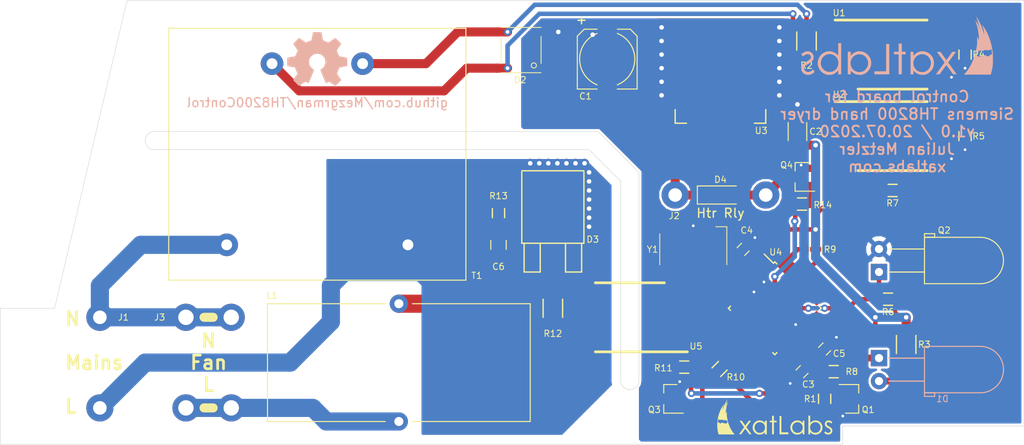
<source format=kicad_pcb>
(kicad_pcb (version 20171130) (host pcbnew "(6.0.0-rc1-dev-557-ge985f797c)")

  (general
    (thickness 1.6)
    (drawings 25)
    (tracks 283)
    (zones 0)
    (modules 42)
    (nets 53)
  )

  (page A4)
  (title_block
    (title "Control board for Siemens TH8200 hand dryer")
    (date 2020-07-20)
    (rev 1.0)
    (company xatLabs)
    (comment 1 "Julian Metzler")
  )

  (layers
    (0 F.Cu signal)
    (31 B.Cu signal)
    (32 B.Adhes user)
    (33 F.Adhes user)
    (34 B.Paste user)
    (35 F.Paste user)
    (36 B.SilkS user)
    (37 F.SilkS user)
    (38 B.Mask user)
    (39 F.Mask user)
    (40 Dwgs.User user)
    (41 Cmts.User user)
    (42 Eco1.User user)
    (43 Eco2.User user)
    (44 Edge.Cuts user)
    (45 Margin user)
    (46 B.CrtYd user)
    (47 F.CrtYd user)
    (48 B.Fab user)
    (49 F.Fab user)
  )

  (setup
    (last_trace_width 0.25)
    (user_trace_width 0.3)
    (user_trace_width 0.5)
    (user_trace_width 0.75)
    (user_trace_width 1)
    (user_trace_width 1.5)
    (user_trace_width 2)
    (trace_clearance 0.2)
    (zone_clearance 0.254)
    (zone_45_only no)
    (trace_min 0.2)
    (via_size 0.8)
    (via_drill 0.4)
    (via_min_size 0.4)
    (via_min_drill 0.3)
    (uvia_size 0.3)
    (uvia_drill 0.1)
    (uvias_allowed no)
    (uvia_min_size 0.2)
    (uvia_min_drill 0.1)
    (edge_width 0.05)
    (segment_width 0.2)
    (pcb_text_width 0.3)
    (pcb_text_size 1.5 1.5)
    (mod_edge_width 0.12)
    (mod_text_size 1 1)
    (mod_text_width 0.15)
    (pad_size 1.524 1.524)
    (pad_drill 0.762)
    (pad_to_mask_clearance 0.051)
    (solder_mask_min_width 0.25)
    (aux_axis_origin 54 97)
    (visible_elements 7FFDFFFF)
    (pcbplotparams
      (layerselection 0x010f8_ffffffff)
      (usegerberextensions false)
      (usegerberattributes false)
      (usegerberadvancedattributes false)
      (creategerberjobfile false)
      (excludeedgelayer true)
      (linewidth 0.100000)
      (plotframeref false)
      (viasonmask false)
      (mode 1)
      (useauxorigin false)
      (hpglpennumber 1)
      (hpglpenspeed 20)
      (hpglpendiameter 15.000000)
      (psnegative false)
      (psa4output false)
      (plotreference true)
      (plotvalue true)
      (plotinvisibletext false)
      (padsonsilk false)
      (subtractmaskfromsilk false)
      (outputformat 1)
      (mirror false)
      (drillshape 0)
      (scaleselection 1)
      (outputdirectory "Gerber/"))
  )

  (net 0 "")
  (net 1 GND)
  (net 2 +12V)
  (net 3 +5V)
  (net 4 "Net-(C3-Pad2)")
  (net 5 "Net-(C5-Pad1)")
  (net 6 "Net-(C6-Pad1)")
  (net 7 "Net-(C6-Pad2)")
  (net 8 "Net-(D1-Pad2)")
  (net 9 "Net-(D1-Pad1)")
  (net 10 "Net-(D2-Pad4)")
  (net 11 "Net-(D2-Pad3)")
  (net 12 LINE)
  (net 13 "Net-(D3-Pad3)")
  (net 14 "Net-(D4-Pad2)")
  (net 15 NEUT)
  (net 16 "Net-(Q1-Pad1)")
  (net 17 IR_SENSOR)
  (net 18 "Net-(Q3-Pad1)")
  (net 19 "Net-(Q3-Pad3)")
  (net 20 "Net-(Q4-Pad1)")
  (net 21 IR_ENABLE)
  (net 22 "Net-(R2-Pad1)")
  (net 23 "Net-(R4-Pad1)")
  (net 24 "Net-(R5-Pad1)")
  (net 25 ZC_DETECT)
  (net 26 "Net-(R9-Pad1)")
  (net 27 FAN_ENABLE)
  (net 28 "Net-(R11-Pad2)")
  (net 29 "Net-(R12-Pad1)")
  (net 30 HEATER_ENABLE)
  (net 31 "Net-(U1-Pad3)")
  (net 32 "Net-(U2-Pad3)")
  (net 33 "Net-(U4-Pad1)")
  (net 34 "Net-(U4-Pad2)")
  (net 35 "Net-(U4-Pad7)")
  (net 36 "Net-(U4-Pad8)")
  (net 37 "Net-(U4-Pad9)")
  (net 38 "Net-(U4-Pad11)")
  (net 39 "Net-(U4-Pad14)")
  (net 40 "Net-(U4-Pad15)")
  (net 41 "Net-(U4-Pad16)")
  (net 42 "Net-(U4-Pad17)")
  (net 43 "Net-(U4-Pad22)")
  (net 44 "Net-(U4-Pad23)")
  (net 45 "Net-(U4-Pad24)")
  (net 46 "Net-(U4-Pad25)")
  (net 47 "Net-(U4-Pad26)")
  (net 48 "Net-(U4-Pad27)")
  (net 49 "Net-(U4-Pad28)")
  (net 50 "Net-(U4-Pad30)")
  (net 51 "Net-(U4-Pad31)")
  (net 52 "Net-(J3-Pad1)")

  (net_class Default "Dies ist die voreingestellte Netzklasse."
    (clearance 0.2)
    (trace_width 0.25)
    (via_dia 0.8)
    (via_drill 0.4)
    (uvia_dia 0.3)
    (uvia_drill 0.1)
    (add_net +12V)
    (add_net +5V)
    (add_net FAN_ENABLE)
    (add_net GND)
    (add_net HEATER_ENABLE)
    (add_net IR_ENABLE)
    (add_net IR_SENSOR)
    (add_net LINE)
    (add_net NEUT)
    (add_net "Net-(C3-Pad2)")
    (add_net "Net-(C5-Pad1)")
    (add_net "Net-(C6-Pad1)")
    (add_net "Net-(C6-Pad2)")
    (add_net "Net-(D1-Pad1)")
    (add_net "Net-(D1-Pad2)")
    (add_net "Net-(D2-Pad3)")
    (add_net "Net-(D2-Pad4)")
    (add_net "Net-(D3-Pad3)")
    (add_net "Net-(D4-Pad2)")
    (add_net "Net-(J3-Pad1)")
    (add_net "Net-(Q1-Pad1)")
    (add_net "Net-(Q3-Pad1)")
    (add_net "Net-(Q3-Pad3)")
    (add_net "Net-(Q4-Pad1)")
    (add_net "Net-(R11-Pad2)")
    (add_net "Net-(R12-Pad1)")
    (add_net "Net-(R2-Pad1)")
    (add_net "Net-(R4-Pad1)")
    (add_net "Net-(R5-Pad1)")
    (add_net "Net-(R9-Pad1)")
    (add_net "Net-(U1-Pad3)")
    (add_net "Net-(U2-Pad3)")
    (add_net "Net-(U4-Pad1)")
    (add_net "Net-(U4-Pad11)")
    (add_net "Net-(U4-Pad14)")
    (add_net "Net-(U4-Pad15)")
    (add_net "Net-(U4-Pad16)")
    (add_net "Net-(U4-Pad17)")
    (add_net "Net-(U4-Pad2)")
    (add_net "Net-(U4-Pad22)")
    (add_net "Net-(U4-Pad23)")
    (add_net "Net-(U4-Pad24)")
    (add_net "Net-(U4-Pad25)")
    (add_net "Net-(U4-Pad26)")
    (add_net "Net-(U4-Pad27)")
    (add_net "Net-(U4-Pad28)")
    (add_net "Net-(U4-Pad30)")
    (add_net "Net-(U4-Pad31)")
    (add_net "Net-(U4-Pad7)")
    (add_net "Net-(U4-Pad8)")
    (add_net "Net-(U4-Pad9)")
    (add_net ZC_DETECT)
  )

  (module Symbols:OSHW-Symbol_6.7x6mm_SilkScreen (layer B.Cu) (tedit 0) (tstamp 5F162B4D)
    (at 89 54.5 180)
    (descr "Open Source Hardware Symbol")
    (tags "Logo Symbol OSHW")
    (attr virtual)
    (fp_text reference REF*** (at 0 0 180) (layer B.SilkS) hide
      (effects (font (size 1 1) (thickness 0.15)) (justify mirror))
    )
    (fp_text value OSHW-Symbol_6.7x6mm_SilkScreen (at 0.75 0 180) (layer B.Fab) hide
      (effects (font (size 1 1) (thickness 0.15)) (justify mirror))
    )
    (fp_poly (pts (xy 0.555814 2.531069) (xy 0.639635 2.086445) (xy 0.94892 1.958947) (xy 1.258206 1.831449)
      (xy 1.629246 2.083754) (xy 1.733157 2.154004) (xy 1.827087 2.216728) (xy 1.906652 2.269062)
      (xy 1.96747 2.308143) (xy 2.005157 2.331107) (xy 2.015421 2.336058) (xy 2.03391 2.323324)
      (xy 2.07342 2.288118) (xy 2.129522 2.234938) (xy 2.197787 2.168282) (xy 2.273786 2.092646)
      (xy 2.353092 2.012528) (xy 2.431275 1.932426) (xy 2.503907 1.856836) (xy 2.566559 1.790255)
      (xy 2.614803 1.737182) (xy 2.64421 1.702113) (xy 2.651241 1.690377) (xy 2.641123 1.66874)
      (xy 2.612759 1.621338) (xy 2.569129 1.552807) (xy 2.513218 1.467785) (xy 2.448006 1.370907)
      (xy 2.410219 1.31565) (xy 2.341343 1.214752) (xy 2.28014 1.123701) (xy 2.229578 1.04703)
      (xy 2.192628 0.989272) (xy 2.172258 0.954957) (xy 2.169197 0.947746) (xy 2.176136 0.927252)
      (xy 2.195051 0.879487) (xy 2.223087 0.811168) (xy 2.257391 0.729011) (xy 2.295109 0.63973)
      (xy 2.333387 0.550042) (xy 2.36937 0.466662) (xy 2.400206 0.396306) (xy 2.423039 0.34569)
      (xy 2.435017 0.321529) (xy 2.435724 0.320578) (xy 2.454531 0.315964) (xy 2.504618 0.305672)
      (xy 2.580793 0.290713) (xy 2.677865 0.272099) (xy 2.790643 0.250841) (xy 2.856442 0.238582)
      (xy 2.97695 0.215638) (xy 3.085797 0.193805) (xy 3.177476 0.174278) (xy 3.246481 0.158252)
      (xy 3.287304 0.146921) (xy 3.295511 0.143326) (xy 3.303548 0.118994) (xy 3.310033 0.064041)
      (xy 3.31497 -0.015108) (xy 3.318364 -0.112026) (xy 3.320218 -0.220287) (xy 3.320538 -0.333465)
      (xy 3.319327 -0.445135) (xy 3.31659 -0.548868) (xy 3.312331 -0.638241) (xy 3.306555 -0.706826)
      (xy 3.299267 -0.748197) (xy 3.294895 -0.75681) (xy 3.268764 -0.767133) (xy 3.213393 -0.781892)
      (xy 3.136107 -0.799352) (xy 3.04423 -0.81778) (xy 3.012158 -0.823741) (xy 2.857524 -0.852066)
      (xy 2.735375 -0.874876) (xy 2.641673 -0.89308) (xy 2.572384 -0.907583) (xy 2.523471 -0.919292)
      (xy 2.490897 -0.929115) (xy 2.470628 -0.937956) (xy 2.458626 -0.946724) (xy 2.456947 -0.948457)
      (xy 2.440184 -0.976371) (xy 2.414614 -1.030695) (xy 2.382788 -1.104777) (xy 2.34726 -1.191965)
      (xy 2.310583 -1.285608) (xy 2.275311 -1.379052) (xy 2.243996 -1.465647) (xy 2.219193 -1.53874)
      (xy 2.203454 -1.591678) (xy 2.199332 -1.617811) (xy 2.199676 -1.618726) (xy 2.213641 -1.640086)
      (xy 2.245322 -1.687084) (xy 2.291391 -1.754827) (xy 2.348518 -1.838423) (xy 2.413373 -1.932982)
      (xy 2.431843 -1.959854) (xy 2.497699 -2.057275) (xy 2.55565 -2.146163) (xy 2.602538 -2.221412)
      (xy 2.635207 -2.27792) (xy 2.6505 -2.310581) (xy 2.651241 -2.314593) (xy 2.638392 -2.335684)
      (xy 2.602888 -2.377464) (xy 2.549293 -2.435445) (xy 2.482171 -2.505135) (xy 2.406087 -2.582045)
      (xy 2.325604 -2.661683) (xy 2.245287 -2.739561) (xy 2.169699 -2.811186) (xy 2.103405 -2.87207)
      (xy 2.050969 -2.917721) (xy 2.016955 -2.94365) (xy 2.007545 -2.947883) (xy 1.985643 -2.937912)
      (xy 1.9408 -2.91102) (xy 1.880321 -2.871736) (xy 1.833789 -2.840117) (xy 1.749475 -2.782098)
      (xy 1.649626 -2.713784) (xy 1.549473 -2.645579) (xy 1.495627 -2.609075) (xy 1.313371 -2.4858)
      (xy 1.160381 -2.56852) (xy 1.090682 -2.604759) (xy 1.031414 -2.632926) (xy 0.991311 -2.648991)
      (xy 0.981103 -2.651226) (xy 0.968829 -2.634722) (xy 0.944613 -2.588082) (xy 0.910263 -2.515609)
      (xy 0.867588 -2.421606) (xy 0.818394 -2.310374) (xy 0.76449 -2.186215) (xy 0.707684 -2.053432)
      (xy 0.649782 -1.916327) (xy 0.592593 -1.779202) (xy 0.537924 -1.646358) (xy 0.487584 -1.522098)
      (xy 0.44338 -1.410725) (xy 0.407119 -1.316539) (xy 0.380609 -1.243844) (xy 0.365658 -1.196941)
      (xy 0.363254 -1.180833) (xy 0.382311 -1.160286) (xy 0.424036 -1.126933) (xy 0.479706 -1.087702)
      (xy 0.484378 -1.084599) (xy 0.628264 -0.969423) (xy 0.744283 -0.835053) (xy 0.83143 -0.685784)
      (xy 0.888699 -0.525913) (xy 0.915086 -0.359737) (xy 0.909585 -0.191552) (xy 0.87119 -0.025655)
      (xy 0.798895 0.133658) (xy 0.777626 0.168513) (xy 0.666996 0.309263) (xy 0.536302 0.422286)
      (xy 0.390064 0.506997) (xy 0.232808 0.562806) (xy 0.069057 0.589126) (xy -0.096667 0.58537)
      (xy -0.259838 0.55095) (xy -0.415935 0.485277) (xy -0.560433 0.387765) (xy -0.605131 0.348187)
      (xy -0.718888 0.224297) (xy -0.801782 0.093876) (xy -0.858644 -0.052315) (xy -0.890313 -0.197088)
      (xy -0.898131 -0.35986) (xy -0.872062 -0.52344) (xy -0.814755 -0.682298) (xy -0.728856 -0.830906)
      (xy -0.617014 -0.963735) (xy -0.481877 -1.075256) (xy -0.464117 -1.087011) (xy -0.40785 -1.125508)
      (xy -0.365077 -1.158863) (xy -0.344628 -1.18016) (xy -0.344331 -1.180833) (xy -0.348721 -1.203871)
      (xy -0.366124 -1.256157) (xy -0.394732 -1.33339) (xy -0.432735 -1.431268) (xy -0.478326 -1.545491)
      (xy -0.529697 -1.671758) (xy -0.585038 -1.805767) (xy -0.642542 -1.943218) (xy -0.700399 -2.079808)
      (xy -0.756802 -2.211237) (xy -0.809942 -2.333205) (xy -0.85801 -2.441409) (xy -0.899199 -2.531549)
      (xy -0.931699 -2.599323) (xy -0.953703 -2.64043) (xy -0.962564 -2.651226) (xy -0.98964 -2.642819)
      (xy -1.040303 -2.620272) (xy -1.105817 -2.587613) (xy -1.141841 -2.56852) (xy -1.294832 -2.4858)
      (xy -1.477088 -2.609075) (xy -1.570125 -2.672228) (xy -1.671985 -2.741727) (xy -1.767438 -2.807165)
      (xy -1.81525 -2.840117) (xy -1.882495 -2.885273) (xy -1.939436 -2.921057) (xy -1.978646 -2.942938)
      (xy -1.991381 -2.947563) (xy -2.009917 -2.935085) (xy -2.050941 -2.900252) (xy -2.110475 -2.846678)
      (xy -2.184542 -2.777983) (xy -2.269165 -2.697781) (xy -2.322685 -2.646286) (xy -2.416319 -2.554286)
      (xy -2.497241 -2.471999) (xy -2.562177 -2.402945) (xy -2.607858 -2.350644) (xy -2.631011 -2.318616)
      (xy -2.633232 -2.312116) (xy -2.622924 -2.287394) (xy -2.594439 -2.237405) (xy -2.550937 -2.167212)
      (xy -2.495577 -2.081875) (xy -2.43152 -1.986456) (xy -2.413303 -1.959854) (xy -2.346927 -1.863167)
      (xy -2.287378 -1.776117) (xy -2.237984 -1.703595) (xy -2.202075 -1.650493) (xy -2.182981 -1.621703)
      (xy -2.181136 -1.618726) (xy -2.183895 -1.595782) (xy -2.198538 -1.545336) (xy -2.222513 -1.474041)
      (xy -2.253266 -1.388547) (xy -2.288244 -1.295507) (xy -2.324893 -1.201574) (xy -2.360661 -1.113399)
      (xy -2.392994 -1.037634) (xy -2.419338 -0.980931) (xy -2.437142 -0.949943) (xy -2.438407 -0.948457)
      (xy -2.449294 -0.939601) (xy -2.467682 -0.930843) (xy -2.497606 -0.921277) (xy -2.543103 -0.909996)
      (xy -2.608209 -0.896093) (xy -2.696961 -0.878663) (xy -2.813393 -0.856798) (xy -2.961542 -0.829591)
      (xy -2.993618 -0.823741) (xy -3.088686 -0.805374) (xy -3.171565 -0.787405) (xy -3.23493 -0.771569)
      (xy -3.271458 -0.7596) (xy -3.276356 -0.75681) (xy -3.284427 -0.732072) (xy -3.290987 -0.67679)
      (xy -3.296033 -0.597389) (xy -3.299559 -0.500296) (xy -3.301561 -0.391938) (xy -3.302036 -0.27874)
      (xy -3.300977 -0.167128) (xy -3.298382 -0.063529) (xy -3.294246 0.025632) (xy -3.288563 0.093928)
      (xy -3.281331 0.134934) (xy -3.276971 0.143326) (xy -3.252698 0.151792) (xy -3.197426 0.165565)
      (xy -3.116662 0.18345) (xy -3.015912 0.204252) (xy -2.900683 0.226777) (xy -2.837902 0.238582)
      (xy -2.718787 0.260849) (xy -2.612565 0.281021) (xy -2.524427 0.298085) (xy -2.459566 0.311031)
      (xy -2.423174 0.318845) (xy -2.417184 0.320578) (xy -2.407061 0.34011) (xy -2.385662 0.387157)
      (xy -2.355839 0.454997) (xy -2.320445 0.536909) (xy -2.282332 0.626172) (xy -2.244353 0.716065)
      (xy -2.20936 0.799865) (xy -2.180206 0.870853) (xy -2.159743 0.922306) (xy -2.150823 0.947503)
      (xy -2.150657 0.948604) (xy -2.160769 0.968481) (xy -2.189117 1.014223) (xy -2.232723 1.081283)
      (xy -2.288606 1.165116) (xy -2.353787 1.261174) (xy -2.391679 1.31635) (xy -2.460725 1.417519)
      (xy -2.52205 1.50937) (xy -2.572663 1.587256) (xy -2.609571 1.646531) (xy -2.629782 1.682549)
      (xy -2.632701 1.690623) (xy -2.620153 1.709416) (xy -2.585463 1.749543) (xy -2.533063 1.806507)
      (xy -2.467384 1.875815) (xy -2.392856 1.952969) (xy -2.313913 2.033475) (xy -2.234983 2.112837)
      (xy -2.1605 2.18656) (xy -2.094894 2.250148) (xy -2.042596 2.299106) (xy -2.008039 2.328939)
      (xy -1.996478 2.336058) (xy -1.977654 2.326047) (xy -1.932631 2.297922) (xy -1.865787 2.254546)
      (xy -1.781499 2.198782) (xy -1.684144 2.133494) (xy -1.610707 2.083754) (xy -1.239667 1.831449)
      (xy -0.621095 2.086445) (xy -0.537275 2.531069) (xy -0.453454 2.975693) (xy 0.471994 2.975693)
      (xy 0.555814 2.531069)) (layer B.SilkS) (width 0.01))
  )

  (module LEDs:LED_D5.0mm_Horicontal_O5.08mm locked (layer F.Cu) (tedit 587A6921) (tstamp 5F161574)
    (at 151 78 90)
    (descr "LED, diameter 5.0mm, 2 pins, diameter 5.0mm, 2 pins, diameter 5.0mm, 2 pins")
    (tags "LED diameter 5.0mm 2 pins diameter 5.0mm 2 pins diameter 5.0mm 2 pins")
    (path /5F1F9389)
    (fp_text reference Q2 (at 4.6 7.2 180) (layer F.SilkS)
      (effects (font (size 0.7 0.7) (thickness 0.1)))
    )
    (fp_text value "SFH 300" (at 1.27 14.74 90) (layer F.Fab)
      (effects (font (size 1 1) (thickness 0.15)))
    )
    (fp_arc (start 1.27 11.18) (end -1.23 11.18) (angle -180) (layer F.Fab) (width 0.1))
    (fp_arc (start 1.27 11.18) (end -1.29 11.18) (angle -180) (layer F.SilkS) (width 0.12))
    (fp_line (start -1.23 5.08) (end -1.23 11.18) (layer F.Fab) (width 0.1))
    (fp_line (start 3.77 5.08) (end 3.77 11.18) (layer F.Fab) (width 0.1))
    (fp_line (start -1.23 5.08) (end 3.77 5.08) (layer F.Fab) (width 0.1))
    (fp_line (start 4.17 5.08) (end 4.17 6.08) (layer F.Fab) (width 0.1))
    (fp_line (start 4.17 6.08) (end 3.77 6.08) (layer F.Fab) (width 0.1))
    (fp_line (start 3.77 6.08) (end 3.77 5.08) (layer F.Fab) (width 0.1))
    (fp_line (start 3.77 5.08) (end 4.17 5.08) (layer F.Fab) (width 0.1))
    (fp_line (start 0 0) (end 0 5.08) (layer F.Fab) (width 0.1))
    (fp_line (start 0 5.08) (end 0 5.08) (layer F.Fab) (width 0.1))
    (fp_line (start 0 5.08) (end 0 0) (layer F.Fab) (width 0.1))
    (fp_line (start 0 0) (end 0 0) (layer F.Fab) (width 0.1))
    (fp_line (start 2.54 0) (end 2.54 5.08) (layer F.Fab) (width 0.1))
    (fp_line (start 2.54 5.08) (end 2.54 5.08) (layer F.Fab) (width 0.1))
    (fp_line (start 2.54 5.08) (end 2.54 0) (layer F.Fab) (width 0.1))
    (fp_line (start 2.54 0) (end 2.54 0) (layer F.Fab) (width 0.1))
    (fp_line (start -1.29 5.02) (end -1.29 11.18) (layer F.SilkS) (width 0.12))
    (fp_line (start 3.83 5.02) (end 3.83 11.18) (layer F.SilkS) (width 0.12))
    (fp_line (start -1.29 5.02) (end 3.83 5.02) (layer F.SilkS) (width 0.12))
    (fp_line (start 4.23 5.02) (end 4.23 6.14) (layer F.SilkS) (width 0.12))
    (fp_line (start 4.23 6.14) (end 3.83 6.14) (layer F.SilkS) (width 0.12))
    (fp_line (start 3.83 6.14) (end 3.83 5.02) (layer F.SilkS) (width 0.12))
    (fp_line (start 3.83 5.02) (end 4.23 5.02) (layer F.SilkS) (width 0.12))
    (fp_line (start 0 1.08) (end 0 5.02) (layer F.SilkS) (width 0.12))
    (fp_line (start 0 5.02) (end 0 5.02) (layer F.SilkS) (width 0.12))
    (fp_line (start 0 5.02) (end 0 1.08) (layer F.SilkS) (width 0.12))
    (fp_line (start 0 1.08) (end 0 1.08) (layer F.SilkS) (width 0.12))
    (fp_line (start 2.54 1.08) (end 2.54 5.02) (layer F.SilkS) (width 0.12))
    (fp_line (start 2.54 5.02) (end 2.54 5.02) (layer F.SilkS) (width 0.12))
    (fp_line (start 2.54 5.02) (end 2.54 1.08) (layer F.SilkS) (width 0.12))
    (fp_line (start 2.54 1.08) (end 2.54 1.08) (layer F.SilkS) (width 0.12))
    (fp_line (start -1.95 -1.25) (end -1.95 14) (layer F.CrtYd) (width 0.05))
    (fp_line (start -1.95 14) (end 4.5 14) (layer F.CrtYd) (width 0.05))
    (fp_line (start 4.5 14) (end 4.5 -1.25) (layer F.CrtYd) (width 0.05))
    (fp_line (start 4.5 -1.25) (end -1.95 -1.25) (layer F.CrtYd) (width 0.05))
    (pad 1 thru_hole rect (at 0 0 90) (size 1.8 1.8) (drill 0.9) (layers *.Cu *.Mask)
      (net 17 IR_SENSOR))
    (pad 2 thru_hole circle (at 2.54 0 90) (size 1.8 1.8) (drill 0.9) (layers *.Cu *.Mask)
      (net 1 GND))
    (model ${KIWALTER3DMOD}/LED_D5.0mm_Horizontal_O6.35mm_Z3.0mm.step
      (at (xyz 0 0 0))
      (scale (xyz 1 1 1))
      (rotate (xyz 0 0 0))
    )
  )

  (module LEDs:LED_D5.0mm_Horicontal_O5.08mm locked (layer B.Cu) (tedit 587A6921) (tstamp 5F1614F8)
    (at 151 87.5 270)
    (descr "LED, diameter 5.0mm, 2 pins, diameter 5.0mm, 2 pins, diameter 5.0mm, 2 pins")
    (tags "LED diameter 5.0mm 2 pins diameter 5.0mm 2 pins diameter 5.0mm 2 pins")
    (path /5F108CE8)
    (fp_text reference D1 (at 4.5 -7) (layer B.SilkS)
      (effects (font (size 0.7 0.7) (thickness 0.1)) (justify mirror))
    )
    (fp_text value HE3-290AC (at 1.27 -14.74 270) (layer B.Fab)
      (effects (font (size 1 1) (thickness 0.15)) (justify mirror))
    )
    (fp_arc (start 1.27 -11.18) (end -1.23 -11.18) (angle 180) (layer B.Fab) (width 0.1))
    (fp_arc (start 1.27 -11.18) (end -1.29 -11.18) (angle 180) (layer B.SilkS) (width 0.12))
    (fp_line (start -1.23 -5.08) (end -1.23 -11.18) (layer B.Fab) (width 0.1))
    (fp_line (start 3.77 -5.08) (end 3.77 -11.18) (layer B.Fab) (width 0.1))
    (fp_line (start -1.23 -5.08) (end 3.77 -5.08) (layer B.Fab) (width 0.1))
    (fp_line (start 4.17 -5.08) (end 4.17 -6.08) (layer B.Fab) (width 0.1))
    (fp_line (start 4.17 -6.08) (end 3.77 -6.08) (layer B.Fab) (width 0.1))
    (fp_line (start 3.77 -6.08) (end 3.77 -5.08) (layer B.Fab) (width 0.1))
    (fp_line (start 3.77 -5.08) (end 4.17 -5.08) (layer B.Fab) (width 0.1))
    (fp_line (start 0 0) (end 0 -5.08) (layer B.Fab) (width 0.1))
    (fp_line (start 0 -5.08) (end 0 -5.08) (layer B.Fab) (width 0.1))
    (fp_line (start 0 -5.08) (end 0 0) (layer B.Fab) (width 0.1))
    (fp_line (start 0 0) (end 0 0) (layer B.Fab) (width 0.1))
    (fp_line (start 2.54 0) (end 2.54 -5.08) (layer B.Fab) (width 0.1))
    (fp_line (start 2.54 -5.08) (end 2.54 -5.08) (layer B.Fab) (width 0.1))
    (fp_line (start 2.54 -5.08) (end 2.54 0) (layer B.Fab) (width 0.1))
    (fp_line (start 2.54 0) (end 2.54 0) (layer B.Fab) (width 0.1))
    (fp_line (start -1.29 -5.02) (end -1.29 -11.18) (layer B.SilkS) (width 0.12))
    (fp_line (start 3.83 -5.02) (end 3.83 -11.18) (layer B.SilkS) (width 0.12))
    (fp_line (start -1.29 -5.02) (end 3.83 -5.02) (layer B.SilkS) (width 0.12))
    (fp_line (start 4.23 -5.02) (end 4.23 -6.14) (layer B.SilkS) (width 0.12))
    (fp_line (start 4.23 -6.14) (end 3.83 -6.14) (layer B.SilkS) (width 0.12))
    (fp_line (start 3.83 -6.14) (end 3.83 -5.02) (layer B.SilkS) (width 0.12))
    (fp_line (start 3.83 -5.02) (end 4.23 -5.02) (layer B.SilkS) (width 0.12))
    (fp_line (start 0 -1.08) (end 0 -5.02) (layer B.SilkS) (width 0.12))
    (fp_line (start 0 -5.02) (end 0 -5.02) (layer B.SilkS) (width 0.12))
    (fp_line (start 0 -5.02) (end 0 -1.08) (layer B.SilkS) (width 0.12))
    (fp_line (start 0 -1.08) (end 0 -1.08) (layer B.SilkS) (width 0.12))
    (fp_line (start 2.54 -1.08) (end 2.54 -5.02) (layer B.SilkS) (width 0.12))
    (fp_line (start 2.54 -5.02) (end 2.54 -5.02) (layer B.SilkS) (width 0.12))
    (fp_line (start 2.54 -5.02) (end 2.54 -1.08) (layer B.SilkS) (width 0.12))
    (fp_line (start 2.54 -1.08) (end 2.54 -1.08) (layer B.SilkS) (width 0.12))
    (fp_line (start -1.95 1.25) (end -1.95 -14) (layer B.CrtYd) (width 0.05))
    (fp_line (start -1.95 -14) (end 4.5 -14) (layer B.CrtYd) (width 0.05))
    (fp_line (start 4.5 -14) (end 4.5 1.25) (layer B.CrtYd) (width 0.05))
    (fp_line (start 4.5 1.25) (end -1.95 1.25) (layer B.CrtYd) (width 0.05))
    (pad 1 thru_hole rect (at 0 0 270) (size 1.8 1.8) (drill 0.9) (layers *.Cu *.Mask)
      (net 9 "Net-(D1-Pad1)"))
    (pad 2 thru_hole circle (at 2.54 0 270) (size 1.8 1.8) (drill 0.9) (layers *.Cu *.Mask)
      (net 8 "Net-(D1-Pad2)"))
    (model ${KIWALTER3DMOD}/LED_D5.0mm_Horizontal_O6.35mm_Z3.0mm.step
      (at (xyz 0 0 0))
      (scale (xyz 1 1 1))
      (rotate (xyz 0 0 0))
    )
  )

  (module Resistors_SMD:R_0603 (layer F.Cu) (tedit 58307A47) (tstamp 5F16163A)
    (at 133.4 88.7 45)
    (descr "Resistor SMD 0603, reflow soldering, Vishay (see dcrcw.pdf)")
    (tags "resistor 0603")
    (path /5F18F501)
    (attr smd)
    (fp_text reference R10 (at 0.636396 1.909188 180) (layer F.SilkS)
      (effects (font (size 0.7 0.7) (thickness 0.1)))
    )
    (fp_text value 4.7k (at 0 1.9 45) (layer F.Fab)
      (effects (font (size 1 1) (thickness 0.15)))
    )
    (fp_line (start -0.8 0.4) (end -0.8 -0.4) (layer F.Fab) (width 0.1))
    (fp_line (start 0.8 0.4) (end -0.8 0.4) (layer F.Fab) (width 0.1))
    (fp_line (start 0.8 -0.4) (end 0.8 0.4) (layer F.Fab) (width 0.1))
    (fp_line (start -0.8 -0.4) (end 0.8 -0.4) (layer F.Fab) (width 0.1))
    (fp_line (start -1.3 -0.8) (end 1.3 -0.8) (layer F.CrtYd) (width 0.05))
    (fp_line (start -1.3 0.8) (end 1.3 0.8) (layer F.CrtYd) (width 0.05))
    (fp_line (start -1.3 -0.8) (end -1.3 0.8) (layer F.CrtYd) (width 0.05))
    (fp_line (start 1.3 -0.8) (end 1.3 0.8) (layer F.CrtYd) (width 0.05))
    (fp_line (start 0.499999 0.675) (end -0.499999 0.675) (layer F.SilkS) (width 0.15))
    (fp_line (start -0.499999 -0.675) (end 0.499999 -0.675) (layer F.SilkS) (width 0.15))
    (pad 1 smd rect (at -0.75 0 45) (size 0.5 0.9) (layers F.Cu F.Paste F.Mask)
      (net 18 "Net-(Q3-Pad1)"))
    (pad 2 smd rect (at 0.75 0 45) (size 0.5 0.9) (layers F.Cu F.Paste F.Mask)
      (net 27 FAN_ENABLE))
    (model Resistors_SMD.3dshapes/R_0603.wrl
      (at (xyz 0 0 0))
      (scale (xyz 1 1 1))
      (rotate (xyz 0 0 0))
    )
  )

  (module custom:Optocoupler_SMD_6pin (layer F.Cu) (tedit 5EE29C6F) (tstamp 5F1616AA)
    (at 152.5 63)
    (path /5F0CC36C)
    (attr smd)
    (fp_text reference U2 (at -5.9 -4.6) (layer F.SilkS)
      (effects (font (size 0.7 0.7) (thickness 0.1)))
    )
    (fp_text value CNY17-3 (at 0 5.08) (layer F.Fab)
      (effects (font (size 1 1) (thickness 0.15)))
    )
    (fp_line (start 6.35 -3.81) (end -6.35 -3.81) (layer F.CrtYd) (width 0.1))
    (fp_line (start 6.35 3.81) (end 6.35 -3.81) (layer F.CrtYd) (width 0.1))
    (fp_line (start -6.35 3.81) (end 6.35 3.81) (layer F.CrtYd) (width 0.1))
    (fp_line (start -6.35 -3.81) (end -6.35 3.81) (layer F.CrtYd) (width 0.1))
    (fp_line (start -6.35 -3.81) (end 3.81 -3.81) (layer F.SilkS) (width 0.3))
    (fp_line (start -3.81 3.81) (end 3.81 3.81) (layer F.SilkS) (width 0.3))
    (pad 6 smd rect (at 5.08 -2.54) (size 2 1.2) (layers F.Cu F.Paste F.Mask)
      (net 24 "Net-(R5-Pad1)"))
    (pad 5 smd rect (at 5.08 0) (size 2 1.2) (layers F.Cu F.Paste F.Mask)
      (net 25 ZC_DETECT))
    (pad 4 smd rect (at 5.08 2.54) (size 2 1.2) (layers F.Cu F.Paste F.Mask)
      (net 1 GND))
    (pad 3 smd rect (at -5.08 2.54) (size 2 1.2) (layers F.Cu F.Paste F.Mask)
      (net 32 "Net-(U2-Pad3)"))
    (pad 2 smd rect (at -5.08 0) (size 2 1.2) (layers F.Cu F.Paste F.Mask)
      (net 10 "Net-(D2-Pad4)"))
    (pad 1 smd rect (at -5.08 -2.54) (size 2 1.2) (layers F.Cu F.Paste F.Mask)
      (net 22 "Net-(R2-Pad1)"))
    (model ${KIWALTER3DMOD}/mdip_6.wrl
      (at (xyz 0 0 0))
      (scale (xyz 0.8 1.2 1))
      (rotate (xyz 0 0 90))
    )
  )

  (module custom:Transformer_Hahn_BVEI3063601 (layer F.Cu) (tedit 5F15CEE2) (tstamp 5F16168A)
    (at 89 65 180)
    (path /5F0C909E)
    (fp_text reference T1 (at -17.6 -13.4 180) (layer F.SilkS)
      (effects (font (size 0.7 0.7) (thickness 0.1)))
    )
    (fp_text value "BV EI 306 3601" (at 0 0 180) (layer F.Fab)
      (effects (font (size 1 1) (thickness 0.15)))
    )
    (fp_line (start -17 14.5) (end -17 -14.5) (layer F.CrtYd) (width 0.05))
    (fp_line (start 17 14.5) (end -17 14.5) (layer F.CrtYd) (width 0.05))
    (fp_line (start 17 -14.5) (end 17 14.5) (layer F.CrtYd) (width 0.05))
    (fp_line (start -17 -14.5) (end 17 -14.5) (layer F.CrtYd) (width 0.05))
    (fp_line (start -16.4 13.9) (end -16.4 -13.9) (layer F.SilkS) (width 0.12))
    (fp_line (start 16.4 13.9) (end -16.4 13.9) (layer F.SilkS) (width 0.12))
    (fp_line (start 16.4 -13.9) (end 16.4 13.9) (layer F.SilkS) (width 0.12))
    (fp_line (start -16.4 -13.9) (end 16.4 -13.9) (layer F.SilkS) (width 0.12))
    (pad 3 thru_hole circle (at 5 10 180) (size 2.5 2.5) (drill 1.2) (layers *.Cu *.Mask)
      (net 10 "Net-(D2-Pad4)"))
    (pad 4 thru_hole circle (at -5 10 180) (size 2.5 2.5) (drill 1.2) (layers *.Cu *.Mask)
      (net 11 "Net-(D2-Pad3)"))
    (pad 2 thru_hole circle (at 10 -10 180) (size 2.5 2.5) (drill 1.2) (layers *.Cu *.Mask)
      (net 15 NEUT))
    (pad 1 thru_hole circle (at -10 -10 180) (size 2.5 2.5) (drill 1.2) (layers *.Cu *.Mask)
      (net 12 LINE))
    (model ${KIWALTER3DMOD}/trafo_EI38.wrl
      (at (xyz 0 0 0))
      (scale (xyz 0.8 0.8 0.8))
      (rotate (xyz 0 0 0))
    )
  )

  (module Resistors_SMD:R_0603 (layer F.Cu) (tedit 58307A47) (tstamp 5F16166A)
    (at 109 71.5 270)
    (descr "Resistor SMD 0603, reflow soldering, Vishay (see dcrcw.pdf)")
    (tags "resistor 0603")
    (path /5F23AB09)
    (attr smd)
    (fp_text reference R13 (at -1.9 0) (layer F.SilkS)
      (effects (font (size 0.7 0.7) (thickness 0.1)))
    )
    (fp_text value Snubber (at 0 1.9 270) (layer F.Fab)
      (effects (font (size 1 1) (thickness 0.15)))
    )
    (fp_line (start -0.8 0.4) (end -0.8 -0.4) (layer F.Fab) (width 0.1))
    (fp_line (start 0.8 0.4) (end -0.8 0.4) (layer F.Fab) (width 0.1))
    (fp_line (start 0.8 -0.4) (end 0.8 0.4) (layer F.Fab) (width 0.1))
    (fp_line (start -0.8 -0.4) (end 0.8 -0.4) (layer F.Fab) (width 0.1))
    (fp_line (start -1.3 -0.8) (end 1.3 -0.8) (layer F.CrtYd) (width 0.05))
    (fp_line (start -1.3 0.8) (end 1.3 0.8) (layer F.CrtYd) (width 0.05))
    (fp_line (start -1.3 -0.8) (end -1.3 0.8) (layer F.CrtYd) (width 0.05))
    (fp_line (start 1.3 -0.8) (end 1.3 0.8) (layer F.CrtYd) (width 0.05))
    (fp_line (start 0.5 0.675) (end -0.5 0.675) (layer F.SilkS) (width 0.15))
    (fp_line (start -0.5 -0.675) (end 0.5 -0.675) (layer F.SilkS) (width 0.15))
    (pad 1 smd rect (at -0.75 0 270) (size 0.5 0.9) (layers F.Cu F.Paste F.Mask)
      (net 12 LINE))
    (pad 2 smd rect (at 0.75 0 270) (size 0.5 0.9) (layers F.Cu F.Paste F.Mask)
      (net 6 "Net-(C6-Pad1)"))
    (model Resistors_SMD.3dshapes/R_0603.wrl
      (at (xyz 0 0 0))
      (scale (xyz 1 1 1))
      (rotate (xyz 0 0 0))
    )
  )

  (module Capacitors_SMD:C_0805 (layer F.Cu) (tedit 5415D6EA) (tstamp 5F1614EC)
    (at 109 75 270)
    (descr "Capacitor SMD 0805, reflow soldering, AVX (see smccp.pdf)")
    (tags "capacitor 0805")
    (path /5F23ABB7)
    (attr smd)
    (fp_text reference C6 (at 2.4 0) (layer F.SilkS)
      (effects (font (size 0.7 0.7) (thickness 0.1)))
    )
    (fp_text value Snubber (at 0 2.1 270) (layer F.Fab)
      (effects (font (size 1 1) (thickness 0.15)))
    )
    (fp_line (start -1 0.625) (end -1 -0.625) (layer F.Fab) (width 0.1))
    (fp_line (start 1 0.625) (end -1 0.625) (layer F.Fab) (width 0.1))
    (fp_line (start 1 -0.625) (end 1 0.625) (layer F.Fab) (width 0.1))
    (fp_line (start -1 -0.625) (end 1 -0.625) (layer F.Fab) (width 0.1))
    (fp_line (start -1.8 -1) (end 1.8 -1) (layer F.CrtYd) (width 0.05))
    (fp_line (start -1.8 1) (end 1.8 1) (layer F.CrtYd) (width 0.05))
    (fp_line (start -1.8 -1) (end -1.8 1) (layer F.CrtYd) (width 0.05))
    (fp_line (start 1.8 -1) (end 1.8 1) (layer F.CrtYd) (width 0.05))
    (fp_line (start 0.5 -0.85) (end -0.5 -0.85) (layer F.SilkS) (width 0.12))
    (fp_line (start -0.5 0.85) (end 0.5 0.85) (layer F.SilkS) (width 0.12))
    (pad 1 smd rect (at -1 0 270) (size 1 1.25) (layers F.Cu F.Paste F.Mask)
      (net 6 "Net-(C6-Pad1)"))
    (pad 2 smd rect (at 1 0 270) (size 1 1.25) (layers F.Cu F.Paste F.Mask)
      (net 7 "Net-(C6-Pad2)"))
    (model Capacitors_SMD.3dshapes/C_0805.wrl
      (at (xyz 0 0 0))
      (scale (xyz 1 1 1))
      (rotate (xyz 0 0 0))
    )
  )

  (module custom:FASTON_2pin_6.3x0.8mm_P10mm (layer F.Cu) (tedit 5F15D64A) (tstamp 5F1625AF)
    (at 77 88 90)
    (path /5F423403)
    (fp_text reference J3 (at 5 -5.4 180) (layer F.SilkS)
      (effects (font (size 0.7 0.7) (thickness 0.1)))
    )
    (fp_text value Motor (at 0 5.5 90) (layer F.Fab)
      (effects (font (size 1 1) (thickness 0.15)))
    )
    (fp_line (start -7 4.5) (end -7 -4.5) (layer F.CrtYd) (width 0.05))
    (fp_line (start 7 4.5) (end -7 4.5) (layer F.CrtYd) (width 0.05))
    (fp_line (start 7 -4.5) (end 7 4.5) (layer F.CrtYd) (width 0.05))
    (fp_line (start -7 -4.5) (end 7 -4.5) (layer F.CrtYd) (width 0.05))
    (fp_line (start 5 -0.5) (end 5 0.5) (layer F.SilkS) (width 1))
    (fp_line (start -5 -0.5) (end -5 0.5) (layer F.SilkS) (width 1))
    (pad 2 thru_hole circle (at 5 2.5 90) (size 3 3) (drill 1.7) (layers *.Cu *.Mask)
      (net 15 NEUT))
    (pad 2 thru_hole circle (at 5 -2.5 90) (size 3 3) (drill 1.7) (layers *.Cu *.Mask)
      (net 15 NEUT))
    (pad 1 thru_hole circle (at -5 2.5 90) (size 3 3) (drill 1.7) (layers *.Cu *.Mask)
      (net 52 "Net-(J3-Pad1)"))
    (pad 1 thru_hole circle (at -5 -2.5 90) (size 3 3) (drill 1.7) (layers *.Cu *.Mask)
      (net 52 "Net-(J3-Pad1)"))
    (model ${KIWALTER3DMOD}/crimp_tab.wrl
      (offset (xyz 4.5 0 3.5))
      (scale (xyz 0.4 0.4 0.4))
      (rotate (xyz -90 0 90))
    )
    (model ${KIWALTER3DMOD}/crimp_tab.wrl
      (offset (xyz -5.5 0 3.5))
      (scale (xyz 0.4 0.4 0.4))
      (rotate (xyz -90 0 90))
    )
  )

  (module custom:Resonator_ZTTCC_X.XX_MG (layer F.Cu) (tedit 5EE29C9E) (tstamp 5F16170F)
    (at 130.5 75.5 180)
    (path /5F14EB83)
    (attr smd)
    (fp_text reference Y1 (at 4.5 0 180) (layer F.SilkS)
      (effects (font (size 0.7 0.7) (thickness 0.1)))
    )
    (fp_text value "8 MHz" (at 0 3.5 180) (layer F.Fab)
      (effects (font (size 1 1) (thickness 0.15)))
    )
    (fp_line (start -2.5 2.5) (end -2.5 2.5) (layer F.SilkS) (width 0.1))
    (fp_line (start -3.7 2.5) (end -2.5 2.5) (layer F.SilkS) (width 0.1))
    (fp_line (start -3.7 1.7) (end -3.7 2.5) (layer F.SilkS) (width 0.1))
    (fp_line (start 3.7 1.7) (end 3.7 1.7) (layer F.SilkS) (width 0.1))
    (fp_line (start 3.7 -1.7) (end 3.7 1.7) (layer F.SilkS) (width 0.1))
    (fp_line (start -3.7 1.7) (end -3.7 1.7) (layer F.SilkS) (width 0.1))
    (fp_line (start -3.7 -1.7) (end -3.7 1.7) (layer F.SilkS) (width 0.1))
    (pad 2 smd rect (at 0 0 180) (size 1.7 4) (layers F.Cu F.Paste F.Mask)
      (net 1 GND))
    (pad 1 smd rect (at -2.5 0 180) (size 1.5 4) (layers F.Cu F.Paste F.Mask)
      (net 35 "Net-(U4-Pad7)"))
    (pad 3 smd rect (at 2.5 0 180) (size 1.5 4) (layers F.Cu F.Paste F.Mask)
      (net 36 "Net-(U4-Pad8)"))
    (model ${KIWALTER3DMOD}/resonator_awscr.wrl
      (at (xyz 0 0 0))
      (scale (xyz 2.2 1.5 1.3))
      (rotate (xyz 0 0 0))
    )
  )

  (module custom:Optocoupler_SMD_6pin (layer F.Cu) (tedit 5EE29C6F) (tstamp 5F161701)
    (at 123.5 83 180)
    (path /5F14F320)
    (attr smd)
    (fp_text reference U5 (at -7.3 -3.2 180) (layer F.SilkS)
      (effects (font (size 0.7 0.7) (thickness 0.1)))
    )
    (fp_text value MOC3052S (at 0 5.08 180) (layer F.Fab)
      (effects (font (size 1 1) (thickness 0.15)))
    )
    (fp_line (start 6.35 -3.81) (end -6.35 -3.81) (layer F.CrtYd) (width 0.1))
    (fp_line (start 6.35 3.81) (end 6.35 -3.81) (layer F.CrtYd) (width 0.1))
    (fp_line (start -6.35 3.81) (end 6.35 3.81) (layer F.CrtYd) (width 0.1))
    (fp_line (start -6.35 -3.81) (end -6.35 3.81) (layer F.CrtYd) (width 0.1))
    (fp_line (start -6.35 -3.81) (end 3.81 -3.81) (layer F.SilkS) (width 0.3))
    (fp_line (start -3.81 3.81) (end 3.81 3.81) (layer F.SilkS) (width 0.3))
    (pad 6 smd rect (at 5.08 -2.54 180) (size 2 1.2) (layers F.Cu F.Paste F.Mask)
      (net 29 "Net-(R12-Pad1)"))
    (pad 5 smd rect (at 5.08 0 180) (size 2 1.2) (layers F.Cu F.Paste F.Mask))
    (pad 4 smd rect (at 5.08 2.54 180) (size 2 1.2) (layers F.Cu F.Paste F.Mask)
      (net 13 "Net-(D3-Pad3)"))
    (pad 3 smd rect (at -5.08 2.54 180) (size 2 1.2) (layers F.Cu F.Paste F.Mask))
    (pad 2 smd rect (at -5.08 0 180) (size 2 1.2) (layers F.Cu F.Paste F.Mask)
      (net 19 "Net-(Q3-Pad3)"))
    (pad 1 smd rect (at -5.08 -2.54 180) (size 2 1.2) (layers F.Cu F.Paste F.Mask)
      (net 28 "Net-(R11-Pad2)"))
    (model ${KIWALTER3DMOD}/mdip_6.wrl
      (at (xyz 0 0 0))
      (scale (xyz 0.8 1.2 1))
      (rotate (xyz 0 0 90))
    )
  )

  (module Housings_QFP:TQFP-32_7x7mm_Pitch0.8mm (layer F.Cu) (tedit 54130A77) (tstamp 5F164A16)
    (at 139.5 82 315)
    (descr "32-Lead Plastic Thin Quad Flatpack (PT) - 7x7x1.0 mm Body, 2.00 mm [TQFP] (see Microchip Packaging Specification 00000049BS.pdf)")
    (tags "QFP 0.8")
    (path /5F25F9D8)
    (attr smd)
    (fp_text reference U4 (at -4.313351 -4.454773) (layer F.SilkS)
      (effects (font (size 0.7 0.7) (thickness 0.1)))
    )
    (fp_text value ATMEGA328P-AU (at 0 6.05 315) (layer F.Fab)
      (effects (font (size 1 1) (thickness 0.15)))
    )
    (fp_text user %R (at 0 0 315) (layer F.Fab)
      (effects (font (size 1 1) (thickness 0.15)))
    )
    (fp_line (start -2.5 -3.5) (end 3.5 -3.5) (layer F.Fab) (width 0.15))
    (fp_line (start 3.5 -3.5) (end 3.5 3.5) (layer F.Fab) (width 0.15))
    (fp_line (start 3.5 3.5) (end -3.5 3.5) (layer F.Fab) (width 0.15))
    (fp_line (start -3.5 3.5) (end -3.5 -2.5) (layer F.Fab) (width 0.15))
    (fp_line (start -3.5 -2.5) (end -2.5 -3.5) (layer F.Fab) (width 0.15))
    (fp_line (start -5.3 -5.3) (end -5.3 5.3) (layer F.CrtYd) (width 0.05))
    (fp_line (start 5.3 -5.3) (end 5.3 5.3) (layer F.CrtYd) (width 0.05))
    (fp_line (start -5.3 -5.3) (end 5.3 -5.3) (layer F.CrtYd) (width 0.05))
    (fp_line (start -5.3 5.3) (end 5.3 5.3) (layer F.CrtYd) (width 0.05))
    (fp_line (start -3.625 -3.625) (end -3.625 -3.4) (layer F.SilkS) (width 0.15))
    (fp_line (start 3.625 -3.625) (end 3.625 -3.299999) (layer F.SilkS) (width 0.15))
    (fp_line (start 3.625 3.625) (end 3.625 3.299999) (layer F.SilkS) (width 0.15))
    (fp_line (start -3.625 3.625) (end -3.625 3.299999) (layer F.SilkS) (width 0.15))
    (fp_line (start -3.625 -3.625) (end -3.299999 -3.625) (layer F.SilkS) (width 0.15))
    (fp_line (start -3.625 3.625) (end -3.299999 3.625) (layer F.SilkS) (width 0.15))
    (fp_line (start 3.625 3.625) (end 3.299999 3.625) (layer F.SilkS) (width 0.15))
    (fp_line (start 3.625 -3.625) (end 3.299999 -3.625) (layer F.SilkS) (width 0.15))
    (fp_line (start -3.625 -3.4) (end -5.05 -3.4) (layer F.SilkS) (width 0.15))
    (pad 1 smd rect (at -4.25 -2.8 315) (size 1.6 0.55) (layers F.Cu F.Paste F.Mask)
      (net 33 "Net-(U4-Pad1)"))
    (pad 2 smd rect (at -4.25 -2 315) (size 1.6 0.55) (layers F.Cu F.Paste F.Mask)
      (net 34 "Net-(U4-Pad2)"))
    (pad 3 smd rect (at -4.25 -1.2 315) (size 1.6 0.55) (layers F.Cu F.Paste F.Mask)
      (net 1 GND))
    (pad 4 smd rect (at -4.25 -0.4 315) (size 1.6 0.55) (layers F.Cu F.Paste F.Mask)
      (net 3 +5V))
    (pad 5 smd rect (at -4.25 0.4 315) (size 1.6 0.55) (layers F.Cu F.Paste F.Mask)
      (net 1 GND))
    (pad 6 smd rect (at -4.25 1.2 315) (size 1.6 0.55) (layers F.Cu F.Paste F.Mask)
      (net 3 +5V))
    (pad 7 smd rect (at -4.25 2 315) (size 1.6 0.55) (layers F.Cu F.Paste F.Mask)
      (net 35 "Net-(U4-Pad7)"))
    (pad 8 smd rect (at -4.25 2.8 315) (size 1.6 0.55) (layers F.Cu F.Paste F.Mask)
      (net 36 "Net-(U4-Pad8)"))
    (pad 9 smd rect (at -2.8 4.25 45) (size 1.6 0.55) (layers F.Cu F.Paste F.Mask)
      (net 37 "Net-(U4-Pad9)"))
    (pad 10 smd rect (at -2 4.25 45) (size 1.6 0.55) (layers F.Cu F.Paste F.Mask)
      (net 21 IR_ENABLE))
    (pad 11 smd rect (at -1.2 4.25 45) (size 1.6 0.55) (layers F.Cu F.Paste F.Mask)
      (net 38 "Net-(U4-Pad11)"))
    (pad 12 smd rect (at -0.4 4.25 45) (size 1.6 0.55) (layers F.Cu F.Paste F.Mask)
      (net 30 HEATER_ENABLE))
    (pad 13 smd rect (at 0.4 4.25 45) (size 1.6 0.55) (layers F.Cu F.Paste F.Mask)
      (net 27 FAN_ENABLE))
    (pad 14 smd rect (at 1.2 4.25 45) (size 1.6 0.55) (layers F.Cu F.Paste F.Mask)
      (net 39 "Net-(U4-Pad14)"))
    (pad 15 smd rect (at 2 4.25 45) (size 1.6 0.55) (layers F.Cu F.Paste F.Mask)
      (net 40 "Net-(U4-Pad15)"))
    (pad 16 smd rect (at 2.8 4.25 45) (size 1.6 0.55) (layers F.Cu F.Paste F.Mask)
      (net 41 "Net-(U4-Pad16)"))
    (pad 17 smd rect (at 4.25 2.8 315) (size 1.6 0.55) (layers F.Cu F.Paste F.Mask)
      (net 42 "Net-(U4-Pad17)"))
    (pad 18 smd rect (at 4.25 2 315) (size 1.6 0.55) (layers F.Cu F.Paste F.Mask)
      (net 4 "Net-(C3-Pad2)"))
    (pad 19 smd rect (at 4.25 1.2 315) (size 1.6 0.55) (layers F.Cu F.Paste F.Mask)
      (net 17 IR_SENSOR))
    (pad 20 smd rect (at 4.25 0.4 315) (size 1.6 0.55) (layers F.Cu F.Paste F.Mask)
      (net 5 "Net-(C5-Pad1)"))
    (pad 21 smd rect (at 4.25 -0.4 315) (size 1.6 0.55) (layers F.Cu F.Paste F.Mask)
      (net 1 GND))
    (pad 22 smd rect (at 4.25 -1.2 315) (size 1.6 0.55) (layers F.Cu F.Paste F.Mask)
      (net 43 "Net-(U4-Pad22)"))
    (pad 23 smd rect (at 4.25 -2 315) (size 1.6 0.55) (layers F.Cu F.Paste F.Mask)
      (net 44 "Net-(U4-Pad23)"))
    (pad 24 smd rect (at 4.25 -2.8 315) (size 1.6 0.55) (layers F.Cu F.Paste F.Mask)
      (net 45 "Net-(U4-Pad24)"))
    (pad 25 smd rect (at 2.8 -4.25 45) (size 1.6 0.55) (layers F.Cu F.Paste F.Mask)
      (net 46 "Net-(U4-Pad25)"))
    (pad 26 smd rect (at 2 -4.25 45) (size 1.6 0.55) (layers F.Cu F.Paste F.Mask)
      (net 47 "Net-(U4-Pad26)"))
    (pad 27 smd rect (at 1.2 -4.25 45) (size 1.6 0.55) (layers F.Cu F.Paste F.Mask)
      (net 48 "Net-(U4-Pad27)"))
    (pad 28 smd rect (at 0.4 -4.25 45) (size 1.6 0.55) (layers F.Cu F.Paste F.Mask)
      (net 49 "Net-(U4-Pad28)"))
    (pad 29 smd rect (at -0.4 -4.25 45) (size 1.6 0.55) (layers F.Cu F.Paste F.Mask)
      (net 26 "Net-(R9-Pad1)"))
    (pad 30 smd rect (at -1.2 -4.25 45) (size 1.6 0.55) (layers F.Cu F.Paste F.Mask)
      (net 50 "Net-(U4-Pad30)"))
    (pad 31 smd rect (at -2 -4.25 45) (size 1.6 0.55) (layers F.Cu F.Paste F.Mask)
      (net 51 "Net-(U4-Pad31)"))
    (pad 32 smd rect (at -2.8 -4.25 45) (size 1.6 0.55) (layers F.Cu F.Paste F.Mask)
      (net 25 ZC_DETECT))
    (model Housings_QFP.3dshapes/TQFP-32_7x7mm_Pitch0.8mm.wrl
      (at (xyz 0 0 0))
      (scale (xyz 1 1 1))
      (rotate (xyz 0 0 0))
    )
  )

  (module TO_SOT_Packages_SMD:TO-263-3Lead (layer F.Cu) (tedit 56544103) (tstamp 5F1616BA)
    (at 133.5 59.5 90)
    (descr "D2PAK / TO-263 3-lead smd package")
    (tags "D2PAK D2PAK-3 TO-263AB TO-263")
    (path /5F0C9A24)
    (attr smd)
    (fp_text reference U3 (at -2.9 4.5 180) (layer F.SilkS)
      (effects (font (size 0.7 0.7) (thickness 0.1)))
    )
    (fp_text value MC7805 (at 10.675 -0.25 180) (layer F.Fab)
      (effects (font (size 1 1) (thickness 0.15)))
    )
    (fp_line (start 9.55 5.65) (end -7.15 5.65) (layer F.CrtYd) (width 0.05))
    (fp_line (start 9.55 -5.65) (end 9.55 5.65) (layer F.CrtYd) (width 0.05))
    (fp_line (start 9.55 -5.65) (end -7.15 -5.65) (layer F.CrtYd) (width 0.05))
    (fp_line (start -7.15 -5.65) (end -7.15 5.65) (layer F.CrtYd) (width 0.05))
    (fp_line (start -2.075 5) (end -2.075 3.75) (layer F.SilkS) (width 0.15))
    (fp_line (start -2.075 5) (end -0.575 5) (layer F.SilkS) (width 0.15))
    (fp_line (start -2.075 -5) (end -0.575 -5) (layer F.SilkS) (width 0.15))
    (fp_line (start -2.075 -5) (end -2.075 -3.75) (layer F.SilkS) (width 0.15))
    (pad 2 smd rect (at -4.575 0 90) (size 4.6 1.39) (layers F.Cu F.Paste F.Mask)
      (net 1 GND))
    (pad 2 smd rect (at 4.575 0 90) (size 9.4 10.8) (layers F.Cu F.Paste F.Mask)
      (net 1 GND))
    (pad 3 smd rect (at -4.575 2.54 90) (size 4.6 1.39) (layers F.Cu F.Paste F.Mask)
      (net 3 +5V))
    (pad 1 smd rect (at -4.575 -2.54 90) (size 4.6 1.39) (layers F.Cu F.Paste F.Mask)
      (net 2 +12V))
    (model TO_SOT_Packages_SMD.3dshapes/TO-263-3Lead.wrl
      (offset (xyz -4.5 0 0))
      (scale (xyz 1 1 1))
      (rotate (xyz 0 0 90))
    )
  )

  (module custom:Optocoupler_SMD_6pin (layer F.Cu) (tedit 5EE29C6F) (tstamp 5F16169A)
    (at 152.5 54)
    (path /5F0CA8A3)
    (attr smd)
    (fp_text reference U1 (at -5.9 -4.6) (layer F.SilkS)
      (effects (font (size 0.7 0.7) (thickness 0.1)))
    )
    (fp_text value CNY17-3 (at 0 5.08) (layer F.Fab)
      (effects (font (size 1 1) (thickness 0.15)))
    )
    (fp_line (start 6.35 -3.81) (end -6.35 -3.81) (layer F.CrtYd) (width 0.1))
    (fp_line (start 6.35 3.81) (end 6.35 -3.81) (layer F.CrtYd) (width 0.1))
    (fp_line (start -6.35 3.81) (end 6.35 3.81) (layer F.CrtYd) (width 0.1))
    (fp_line (start -6.35 -3.81) (end -6.35 3.81) (layer F.CrtYd) (width 0.1))
    (fp_line (start -6.35 -3.81) (end 3.81 -3.81) (layer F.SilkS) (width 0.3))
    (fp_line (start -3.81 3.81) (end 3.81 3.81) (layer F.SilkS) (width 0.3))
    (pad 6 smd rect (at 5.08 -2.54) (size 2 1.2) (layers F.Cu F.Paste F.Mask)
      (net 23 "Net-(R4-Pad1)"))
    (pad 5 smd rect (at 5.08 0) (size 2 1.2) (layers F.Cu F.Paste F.Mask)
      (net 25 ZC_DETECT))
    (pad 4 smd rect (at 5.08 2.54) (size 2 1.2) (layers F.Cu F.Paste F.Mask)
      (net 1 GND))
    (pad 3 smd rect (at -5.08 2.54) (size 2 1.2) (layers F.Cu F.Paste F.Mask)
      (net 31 "Net-(U1-Pad3)"))
    (pad 2 smd rect (at -5.08 0) (size 2 1.2) (layers F.Cu F.Paste F.Mask)
      (net 22 "Net-(R2-Pad1)"))
    (pad 1 smd rect (at -5.08 -2.54) (size 2 1.2) (layers F.Cu F.Paste F.Mask)
      (net 10 "Net-(D2-Pad4)"))
    (model ${KIWALTER3DMOD}/mdip_6.wrl
      (at (xyz 0 0 0))
      (scale (xyz 0.8 1.2 1))
      (rotate (xyz 0 0 90))
    )
  )

  (module Resistors_SMD:R_0603 (layer F.Cu) (tedit 58307A47) (tstamp 5F16167A)
    (at 142.5 70.5 180)
    (descr "Resistor SMD 0603, reflow soldering, Vishay (see dcrcw.pdf)")
    (tags "resistor 0603")
    (path /5F19BF17)
    (attr smd)
    (fp_text reference R14 (at -2.3 -0.1 180) (layer F.SilkS)
      (effects (font (size 0.7 0.7) (thickness 0.1)))
    )
    (fp_text value 4.7k (at 0 1.9 180) (layer F.Fab)
      (effects (font (size 1 1) (thickness 0.15)))
    )
    (fp_line (start -0.8 0.4) (end -0.8 -0.4) (layer F.Fab) (width 0.1))
    (fp_line (start 0.8 0.4) (end -0.8 0.4) (layer F.Fab) (width 0.1))
    (fp_line (start 0.8 -0.4) (end 0.8 0.4) (layer F.Fab) (width 0.1))
    (fp_line (start -0.8 -0.4) (end 0.8 -0.4) (layer F.Fab) (width 0.1))
    (fp_line (start -1.3 -0.8) (end 1.3 -0.8) (layer F.CrtYd) (width 0.05))
    (fp_line (start -1.3 0.8) (end 1.3 0.8) (layer F.CrtYd) (width 0.05))
    (fp_line (start -1.3 -0.8) (end -1.3 0.8) (layer F.CrtYd) (width 0.05))
    (fp_line (start 1.3 -0.8) (end 1.3 0.8) (layer F.CrtYd) (width 0.05))
    (fp_line (start 0.5 0.675) (end -0.5 0.675) (layer F.SilkS) (width 0.15))
    (fp_line (start -0.5 -0.675) (end 0.5 -0.675) (layer F.SilkS) (width 0.15))
    (pad 1 smd rect (at -0.75 0 180) (size 0.5 0.9) (layers F.Cu F.Paste F.Mask)
      (net 20 "Net-(Q4-Pad1)"))
    (pad 2 smd rect (at 0.75 0 180) (size 0.5 0.9) (layers F.Cu F.Paste F.Mask)
      (net 30 HEATER_ENABLE))
    (model Resistors_SMD.3dshapes/R_0603.wrl
      (at (xyz 0 0 0))
      (scale (xyz 1 1 1))
      (rotate (xyz 0 0 0))
    )
  )

  (module Resistors_SMD:R_1206 (layer F.Cu) (tedit 58307BE8) (tstamp 5F16165A)
    (at 115 82 90)
    (descr "Resistor SMD 1206, reflow soldering, Vishay (see dcrcw.pdf)")
    (tags "resistor 1206")
    (path /5F148410)
    (attr smd)
    (fp_text reference R12 (at -2.8 0 180) (layer F.SilkS)
      (effects (font (size 0.7 0.7) (thickness 0.1)))
    )
    (fp_text value 470R/0.5W (at 0 2.3 90) (layer F.Fab)
      (effects (font (size 1 1) (thickness 0.15)))
    )
    (fp_line (start -1.6 0.8) (end -1.6 -0.8) (layer F.Fab) (width 0.1))
    (fp_line (start 1.6 0.8) (end -1.6 0.8) (layer F.Fab) (width 0.1))
    (fp_line (start 1.6 -0.8) (end 1.6 0.8) (layer F.Fab) (width 0.1))
    (fp_line (start -1.6 -0.8) (end 1.6 -0.8) (layer F.Fab) (width 0.1))
    (fp_line (start -2.2 -1.2) (end 2.2 -1.2) (layer F.CrtYd) (width 0.05))
    (fp_line (start -2.2 1.2) (end 2.2 1.2) (layer F.CrtYd) (width 0.05))
    (fp_line (start -2.2 -1.2) (end -2.2 1.2) (layer F.CrtYd) (width 0.05))
    (fp_line (start 2.2 -1.2) (end 2.2 1.2) (layer F.CrtYd) (width 0.05))
    (fp_line (start 1 1.075) (end -1 1.075) (layer F.SilkS) (width 0.15))
    (fp_line (start -1 -1.075) (end 1 -1.075) (layer F.SilkS) (width 0.15))
    (pad 1 smd rect (at -1.45 0 90) (size 0.9 1.7) (layers F.Cu F.Paste F.Mask)
      (net 29 "Net-(R12-Pad1)"))
    (pad 2 smd rect (at 1.45 0 90) (size 0.9 1.7) (layers F.Cu F.Paste F.Mask)
      (net 12 LINE))
    (model Resistors_SMD.3dshapes/R_1206.wrl
      (at (xyz 0 0 0))
      (scale (xyz 1 1 1))
      (rotate (xyz 0 0 0))
    )
  )

  (module Resistors_SMD:R_0603 (layer F.Cu) (tedit 58307A47) (tstamp 5F16164A)
    (at 129.5 88.5 180)
    (descr "Resistor SMD 0603, reflow soldering, Vishay (see dcrcw.pdf)")
    (tags "resistor 0603")
    (path /5F18613A)
    (attr smd)
    (fp_text reference R11 (at 2.3 -0.1 180) (layer F.SilkS)
      (effects (font (size 0.7 0.7) (thickness 0.1)))
    )
    (fp_text value 180R (at 0 1.9 180) (layer F.Fab)
      (effects (font (size 1 1) (thickness 0.15)))
    )
    (fp_line (start -0.8 0.4) (end -0.8 -0.4) (layer F.Fab) (width 0.1))
    (fp_line (start 0.8 0.4) (end -0.8 0.4) (layer F.Fab) (width 0.1))
    (fp_line (start 0.8 -0.4) (end 0.8 0.4) (layer F.Fab) (width 0.1))
    (fp_line (start -0.8 -0.4) (end 0.8 -0.4) (layer F.Fab) (width 0.1))
    (fp_line (start -1.3 -0.8) (end 1.3 -0.8) (layer F.CrtYd) (width 0.05))
    (fp_line (start -1.3 0.8) (end 1.3 0.8) (layer F.CrtYd) (width 0.05))
    (fp_line (start -1.3 -0.8) (end -1.3 0.8) (layer F.CrtYd) (width 0.05))
    (fp_line (start 1.3 -0.8) (end 1.3 0.8) (layer F.CrtYd) (width 0.05))
    (fp_line (start 0.5 0.675) (end -0.5 0.675) (layer F.SilkS) (width 0.15))
    (fp_line (start -0.5 -0.675) (end 0.5 -0.675) (layer F.SilkS) (width 0.15))
    (pad 1 smd rect (at -0.75 0 180) (size 0.5 0.9) (layers F.Cu F.Paste F.Mask)
      (net 3 +5V))
    (pad 2 smd rect (at 0.75 0 180) (size 0.5 0.9) (layers F.Cu F.Paste F.Mask)
      (net 28 "Net-(R11-Pad2)"))
    (model Resistors_SMD.3dshapes/R_0603.wrl
      (at (xyz 0 0 0))
      (scale (xyz 1 1 1))
      (rotate (xyz 0 0 0))
    )
  )

  (module Resistors_SMD:R_0603 (layer F.Cu) (tedit 58307A47) (tstamp 5F16162A)
    (at 144 75.5 90)
    (descr "Resistor SMD 0603, reflow soldering, Vishay (see dcrcw.pdf)")
    (tags "resistor 0603")
    (path /5F230178)
    (attr smd)
    (fp_text reference R9 (at 0 1.6 180) (layer F.SilkS)
      (effects (font (size 0.7 0.7) (thickness 0.1)))
    )
    (fp_text value 4.7k (at 0 1.9 90) (layer F.Fab)
      (effects (font (size 1 1) (thickness 0.15)))
    )
    (fp_line (start -0.8 0.4) (end -0.8 -0.4) (layer F.Fab) (width 0.1))
    (fp_line (start 0.8 0.4) (end -0.8 0.4) (layer F.Fab) (width 0.1))
    (fp_line (start 0.8 -0.4) (end 0.8 0.4) (layer F.Fab) (width 0.1))
    (fp_line (start -0.8 -0.4) (end 0.8 -0.4) (layer F.Fab) (width 0.1))
    (fp_line (start -1.3 -0.8) (end 1.3 -0.8) (layer F.CrtYd) (width 0.05))
    (fp_line (start -1.3 0.8) (end 1.3 0.8) (layer F.CrtYd) (width 0.05))
    (fp_line (start -1.3 -0.8) (end -1.3 0.8) (layer F.CrtYd) (width 0.05))
    (fp_line (start 1.3 -0.8) (end 1.3 0.8) (layer F.CrtYd) (width 0.05))
    (fp_line (start 0.5 0.675) (end -0.5 0.675) (layer F.SilkS) (width 0.15))
    (fp_line (start -0.5 -0.675) (end 0.5 -0.675) (layer F.SilkS) (width 0.15))
    (pad 1 smd rect (at -0.75 0 90) (size 0.5 0.9) (layers F.Cu F.Paste F.Mask)
      (net 26 "Net-(R9-Pad1)"))
    (pad 2 smd rect (at 0.75 0 90) (size 0.5 0.9) (layers F.Cu F.Paste F.Mask)
      (net 3 +5V))
    (model Resistors_SMD.3dshapes/R_0603.wrl
      (at (xyz 0 0 0))
      (scale (xyz 1 1 1))
      (rotate (xyz 0 0 0))
    )
  )

  (module Resistors_SMD:R_0603 (layer F.Cu) (tedit 58307A47) (tstamp 5F16161A)
    (at 146 89 180)
    (descr "Resistor SMD 0603, reflow soldering, Vishay (see dcrcw.pdf)")
    (tags "resistor 0603")
    (path /5F2FB019)
    (attr smd)
    (fp_text reference R8 (at -2 0 180) (layer F.SilkS)
      (effects (font (size 0.7 0.7) (thickness 0.1)))
    )
    (fp_text value 4.7k (at 0 1.9 180) (layer F.Fab)
      (effects (font (size 1 1) (thickness 0.15)))
    )
    (fp_line (start -0.8 0.4) (end -0.8 -0.4) (layer F.Fab) (width 0.1))
    (fp_line (start 0.8 0.4) (end -0.8 0.4) (layer F.Fab) (width 0.1))
    (fp_line (start 0.8 -0.4) (end 0.8 0.4) (layer F.Fab) (width 0.1))
    (fp_line (start -0.8 -0.4) (end 0.8 -0.4) (layer F.Fab) (width 0.1))
    (fp_line (start -1.3 -0.8) (end 1.3 -0.8) (layer F.CrtYd) (width 0.05))
    (fp_line (start -1.3 0.8) (end 1.3 0.8) (layer F.CrtYd) (width 0.05))
    (fp_line (start -1.3 -0.8) (end -1.3 0.8) (layer F.CrtYd) (width 0.05))
    (fp_line (start 1.3 -0.8) (end 1.3 0.8) (layer F.CrtYd) (width 0.05))
    (fp_line (start 0.5 0.675) (end -0.5 0.675) (layer F.SilkS) (width 0.15))
    (fp_line (start -0.5 -0.675) (end 0.5 -0.675) (layer F.SilkS) (width 0.15))
    (pad 1 smd rect (at -0.75 0 180) (size 0.5 0.9) (layers F.Cu F.Paste F.Mask)
      (net 3 +5V))
    (pad 2 smd rect (at 0.75 0 180) (size 0.5 0.9) (layers F.Cu F.Paste F.Mask)
      (net 4 "Net-(C3-Pad2)"))
    (model Resistors_SMD.3dshapes/R_0603.wrl
      (at (xyz 0 0 0))
      (scale (xyz 1 1 1))
      (rotate (xyz 0 0 0))
    )
  )

  (module Resistors_SMD:R_0603 (layer F.Cu) (tedit 58307A47) (tstamp 5F16160A)
    (at 152.5 69)
    (descr "Resistor SMD 0603, reflow soldering, Vishay (see dcrcw.pdf)")
    (tags "resistor 0603")
    (path /5F0DCAEC)
    (attr smd)
    (fp_text reference R7 (at 0 1.4) (layer F.SilkS)
      (effects (font (size 0.7 0.7) (thickness 0.1)))
    )
    (fp_text value 10k (at 0 1.9) (layer F.Fab)
      (effects (font (size 1 1) (thickness 0.15)))
    )
    (fp_line (start -0.8 0.4) (end -0.8 -0.4) (layer F.Fab) (width 0.1))
    (fp_line (start 0.8 0.4) (end -0.8 0.4) (layer F.Fab) (width 0.1))
    (fp_line (start 0.8 -0.4) (end 0.8 0.4) (layer F.Fab) (width 0.1))
    (fp_line (start -0.8 -0.4) (end 0.8 -0.4) (layer F.Fab) (width 0.1))
    (fp_line (start -1.3 -0.8) (end 1.3 -0.8) (layer F.CrtYd) (width 0.05))
    (fp_line (start -1.3 0.8) (end 1.3 0.8) (layer F.CrtYd) (width 0.05))
    (fp_line (start -1.3 -0.8) (end -1.3 0.8) (layer F.CrtYd) (width 0.05))
    (fp_line (start 1.3 -0.8) (end 1.3 0.8) (layer F.CrtYd) (width 0.05))
    (fp_line (start 0.5 0.675) (end -0.5 0.675) (layer F.SilkS) (width 0.15))
    (fp_line (start -0.5 -0.675) (end 0.5 -0.675) (layer F.SilkS) (width 0.15))
    (pad 1 smd rect (at -0.75 0) (size 0.5 0.9) (layers F.Cu F.Paste F.Mask)
      (net 3 +5V))
    (pad 2 smd rect (at 0.75 0) (size 0.5 0.9) (layers F.Cu F.Paste F.Mask)
      (net 25 ZC_DETECT))
    (model Resistors_SMD.3dshapes/R_0603.wrl
      (at (xyz 0 0 0))
      (scale (xyz 1 1 1))
      (rotate (xyz 0 0 0))
    )
  )

  (module Resistors_SMD:R_0603 (layer F.Cu) (tedit 58307A47) (tstamp 5F1615FA)
    (at 152 81 180)
    (descr "Resistor SMD 0603, reflow soldering, Vishay (see dcrcw.pdf)")
    (tags "resistor 0603")
    (path /5F10DBCA)
    (attr smd)
    (fp_text reference R6 (at 0 -1.4 180) (layer F.SilkS)
      (effects (font (size 0.7 0.7) (thickness 0.1)))
    )
    (fp_text value 10k (at 0 1.9 180) (layer F.Fab)
      (effects (font (size 1 1) (thickness 0.15)))
    )
    (fp_line (start -0.8 0.4) (end -0.8 -0.4) (layer F.Fab) (width 0.1))
    (fp_line (start 0.8 0.4) (end -0.8 0.4) (layer F.Fab) (width 0.1))
    (fp_line (start 0.8 -0.4) (end 0.8 0.4) (layer F.Fab) (width 0.1))
    (fp_line (start -0.8 -0.4) (end 0.8 -0.4) (layer F.Fab) (width 0.1))
    (fp_line (start -1.3 -0.8) (end 1.3 -0.8) (layer F.CrtYd) (width 0.05))
    (fp_line (start -1.3 0.8) (end 1.3 0.8) (layer F.CrtYd) (width 0.05))
    (fp_line (start -1.3 -0.8) (end -1.3 0.8) (layer F.CrtYd) (width 0.05))
    (fp_line (start 1.3 -0.8) (end 1.3 0.8) (layer F.CrtYd) (width 0.05))
    (fp_line (start 0.5 0.675) (end -0.5 0.675) (layer F.SilkS) (width 0.15))
    (fp_line (start -0.5 -0.675) (end 0.5 -0.675) (layer F.SilkS) (width 0.15))
    (pad 1 smd rect (at -0.75 0 180) (size 0.5 0.9) (layers F.Cu F.Paste F.Mask)
      (net 3 +5V))
    (pad 2 smd rect (at 0.75 0 180) (size 0.5 0.9) (layers F.Cu F.Paste F.Mask)
      (net 17 IR_SENSOR))
    (model Resistors_SMD.3dshapes/R_0603.wrl
      (at (xyz 0 0 0))
      (scale (xyz 1 1 1))
      (rotate (xyz 0 0 0))
    )
  )

  (module Resistors_SMD:R_0603 (layer F.Cu) (tedit 58307A47) (tstamp 5F1615EA)
    (at 160.5 63 270)
    (descr "Resistor SMD 0603, reflow soldering, Vishay (see dcrcw.pdf)")
    (tags "resistor 0603")
    (path /5F0CC372)
    (attr smd)
    (fp_text reference R5 (at 0 -1.5) (layer F.SilkS)
      (effects (font (size 0.7 0.7) (thickness 0.1)))
    )
    (fp_text value 1M (at 0 1.9 270) (layer F.Fab)
      (effects (font (size 1 1) (thickness 0.15)))
    )
    (fp_line (start -0.8 0.4) (end -0.8 -0.4) (layer F.Fab) (width 0.1))
    (fp_line (start 0.8 0.4) (end -0.8 0.4) (layer F.Fab) (width 0.1))
    (fp_line (start 0.8 -0.4) (end 0.8 0.4) (layer F.Fab) (width 0.1))
    (fp_line (start -0.8 -0.4) (end 0.8 -0.4) (layer F.Fab) (width 0.1))
    (fp_line (start -1.3 -0.8) (end 1.3 -0.8) (layer F.CrtYd) (width 0.05))
    (fp_line (start -1.3 0.8) (end 1.3 0.8) (layer F.CrtYd) (width 0.05))
    (fp_line (start -1.3 -0.8) (end -1.3 0.8) (layer F.CrtYd) (width 0.05))
    (fp_line (start 1.3 -0.8) (end 1.3 0.8) (layer F.CrtYd) (width 0.05))
    (fp_line (start 0.5 0.675) (end -0.5 0.675) (layer F.SilkS) (width 0.15))
    (fp_line (start -0.5 -0.675) (end 0.5 -0.675) (layer F.SilkS) (width 0.15))
    (pad 1 smd rect (at -0.75 0 270) (size 0.5 0.9) (layers F.Cu F.Paste F.Mask)
      (net 24 "Net-(R5-Pad1)"))
    (pad 2 smd rect (at 0.75 0 270) (size 0.5 0.9) (layers F.Cu F.Paste F.Mask)
      (net 1 GND))
    (model Resistors_SMD.3dshapes/R_0603.wrl
      (at (xyz 0 0 0))
      (scale (xyz 1 1 1))
      (rotate (xyz 0 0 0))
    )
  )

  (module Resistors_SMD:R_0603 (layer F.Cu) (tedit 58307A47) (tstamp 5F1615DA)
    (at 160.5 54 270)
    (descr "Resistor SMD 0603, reflow soldering, Vishay (see dcrcw.pdf)")
    (tags "resistor 0603")
    (path /5F0CAA81)
    (attr smd)
    (fp_text reference R4 (at 0 -1.5) (layer F.SilkS)
      (effects (font (size 0.7 0.7) (thickness 0.1)))
    )
    (fp_text value 1M (at 0 1.9 270) (layer F.Fab)
      (effects (font (size 1 1) (thickness 0.15)))
    )
    (fp_line (start -0.8 0.4) (end -0.8 -0.4) (layer F.Fab) (width 0.1))
    (fp_line (start 0.8 0.4) (end -0.8 0.4) (layer F.Fab) (width 0.1))
    (fp_line (start 0.8 -0.4) (end 0.8 0.4) (layer F.Fab) (width 0.1))
    (fp_line (start -0.8 -0.4) (end 0.8 -0.4) (layer F.Fab) (width 0.1))
    (fp_line (start -1.3 -0.8) (end 1.3 -0.8) (layer F.CrtYd) (width 0.05))
    (fp_line (start -1.3 0.8) (end 1.3 0.8) (layer F.CrtYd) (width 0.05))
    (fp_line (start -1.3 -0.8) (end -1.3 0.8) (layer F.CrtYd) (width 0.05))
    (fp_line (start 1.3 -0.8) (end 1.3 0.8) (layer F.CrtYd) (width 0.05))
    (fp_line (start 0.5 0.675) (end -0.5 0.675) (layer F.SilkS) (width 0.15))
    (fp_line (start -0.5 -0.675) (end 0.5 -0.675) (layer F.SilkS) (width 0.15))
    (pad 1 smd rect (at -0.75 0 270) (size 0.5 0.9) (layers F.Cu F.Paste F.Mask)
      (net 23 "Net-(R4-Pad1)"))
    (pad 2 smd rect (at 0.75 0 270) (size 0.5 0.9) (layers F.Cu F.Paste F.Mask)
      (net 1 GND))
    (model Resistors_SMD.3dshapes/R_0603.wrl
      (at (xyz 0 0 0))
      (scale (xyz 1 1 1))
      (rotate (xyz 0 0 0))
    )
  )

  (module Resistors_SMD:R_1206 (layer F.Cu) (tedit 58307BE8) (tstamp 5F1615CA)
    (at 154 86 270)
    (descr "Resistor SMD 1206, reflow soldering, Vishay (see dcrcw.pdf)")
    (tags "resistor 1206")
    (path /5F1E7E63)
    (attr smd)
    (fp_text reference R3 (at 0 -2) (layer F.SilkS)
      (effects (font (size 0.7 0.7) (thickness 0.1)))
    )
    (fp_text value 22R/0.5W (at 0 2.3 270) (layer F.Fab)
      (effects (font (size 1 1) (thickness 0.15)))
    )
    (fp_line (start -1.6 0.8) (end -1.6 -0.8) (layer F.Fab) (width 0.1))
    (fp_line (start 1.6 0.8) (end -1.6 0.8) (layer F.Fab) (width 0.1))
    (fp_line (start 1.6 -0.8) (end 1.6 0.8) (layer F.Fab) (width 0.1))
    (fp_line (start -1.6 -0.8) (end 1.6 -0.8) (layer F.Fab) (width 0.1))
    (fp_line (start -2.2 -1.2) (end 2.2 -1.2) (layer F.CrtYd) (width 0.05))
    (fp_line (start -2.2 1.2) (end 2.2 1.2) (layer F.CrtYd) (width 0.05))
    (fp_line (start -2.2 -1.2) (end -2.2 1.2) (layer F.CrtYd) (width 0.05))
    (fp_line (start 2.2 -1.2) (end 2.2 1.2) (layer F.CrtYd) (width 0.05))
    (fp_line (start 1 1.075) (end -1 1.075) (layer F.SilkS) (width 0.15))
    (fp_line (start -1 -1.075) (end 1 -1.075) (layer F.SilkS) (width 0.15))
    (pad 1 smd rect (at -1.45 0 270) (size 0.9 1.7) (layers F.Cu F.Paste F.Mask)
      (net 3 +5V))
    (pad 2 smd rect (at 1.45 0 270) (size 0.9 1.7) (layers F.Cu F.Paste F.Mask)
      (net 8 "Net-(D1-Pad2)"))
    (model Resistors_SMD.3dshapes/R_1206.wrl
      (at (xyz 0 0 0))
      (scale (xyz 1 1 1))
      (rotate (xyz 0 0 0))
    )
  )

  (module Resistors_SMD:R_1206 (layer F.Cu) (tedit 58307BE8) (tstamp 5F1615BA)
    (at 143 52.5 90)
    (descr "Resistor SMD 1206, reflow soldering, Vishay (see dcrcw.pdf)")
    (tags "resistor 1206")
    (path /5F0D0A69)
    (attr smd)
    (fp_text reference R2 (at -2.7 0 180) (layer F.SilkS)
      (effects (font (size 0.7 0.7) (thickness 0.1)))
    )
    (fp_text value 470R/0.5W (at 0 2.3 90) (layer F.Fab)
      (effects (font (size 1 1) (thickness 0.15)))
    )
    (fp_line (start -1.6 0.8) (end -1.6 -0.8) (layer F.Fab) (width 0.1))
    (fp_line (start 1.6 0.8) (end -1.6 0.8) (layer F.Fab) (width 0.1))
    (fp_line (start 1.6 -0.8) (end 1.6 0.8) (layer F.Fab) (width 0.1))
    (fp_line (start -1.6 -0.8) (end 1.6 -0.8) (layer F.Fab) (width 0.1))
    (fp_line (start -2.2 -1.2) (end 2.2 -1.2) (layer F.CrtYd) (width 0.05))
    (fp_line (start -2.2 1.2) (end 2.2 1.2) (layer F.CrtYd) (width 0.05))
    (fp_line (start -2.2 -1.2) (end -2.2 1.2) (layer F.CrtYd) (width 0.05))
    (fp_line (start 2.2 -1.2) (end 2.2 1.2) (layer F.CrtYd) (width 0.05))
    (fp_line (start 1 1.075) (end -1 1.075) (layer F.SilkS) (width 0.15))
    (fp_line (start -1 -1.075) (end 1 -1.075) (layer F.SilkS) (width 0.15))
    (pad 1 smd rect (at -1.45 0 90) (size 0.9 1.7) (layers F.Cu F.Paste F.Mask)
      (net 22 "Net-(R2-Pad1)"))
    (pad 2 smd rect (at 1.45 0 90) (size 0.9 1.7) (layers F.Cu F.Paste F.Mask)
      (net 11 "Net-(D2-Pad3)"))
    (model Resistors_SMD.3dshapes/R_1206.wrl
      (at (xyz 0 0 0))
      (scale (xyz 1 1 1))
      (rotate (xyz 0 0 0))
    )
  )

  (module Resistors_SMD:R_0603 (layer F.Cu) (tedit 58307A47) (tstamp 5F1615AA)
    (at 145 92 270)
    (descr "Resistor SMD 0603, reflow soldering, Vishay (see dcrcw.pdf)")
    (tags "resistor 0603")
    (path /5F112D17)
    (attr smd)
    (fp_text reference R1 (at 0 1.6) (layer F.SilkS)
      (effects (font (size 0.7 0.7) (thickness 0.1)))
    )
    (fp_text value 4.7k (at 0 1.9 270) (layer F.Fab)
      (effects (font (size 1 1) (thickness 0.15)))
    )
    (fp_line (start -0.8 0.4) (end -0.8 -0.4) (layer F.Fab) (width 0.1))
    (fp_line (start 0.8 0.4) (end -0.8 0.4) (layer F.Fab) (width 0.1))
    (fp_line (start 0.8 -0.4) (end 0.8 0.4) (layer F.Fab) (width 0.1))
    (fp_line (start -0.8 -0.4) (end 0.8 -0.4) (layer F.Fab) (width 0.1))
    (fp_line (start -1.3 -0.8) (end 1.3 -0.8) (layer F.CrtYd) (width 0.05))
    (fp_line (start -1.3 0.8) (end 1.3 0.8) (layer F.CrtYd) (width 0.05))
    (fp_line (start -1.3 -0.8) (end -1.3 0.8) (layer F.CrtYd) (width 0.05))
    (fp_line (start 1.3 -0.8) (end 1.3 0.8) (layer F.CrtYd) (width 0.05))
    (fp_line (start 0.5 0.675) (end -0.5 0.675) (layer F.SilkS) (width 0.15))
    (fp_line (start -0.5 -0.675) (end 0.5 -0.675) (layer F.SilkS) (width 0.15))
    (pad 1 smd rect (at -0.75 0 270) (size 0.5 0.9) (layers F.Cu F.Paste F.Mask)
      (net 16 "Net-(Q1-Pad1)"))
    (pad 2 smd rect (at 0.75 0 270) (size 0.5 0.9) (layers F.Cu F.Paste F.Mask)
      (net 21 IR_ENABLE))
    (model Resistors_SMD.3dshapes/R_0603.wrl
      (at (xyz 0 0 0))
      (scale (xyz 1 1 1))
      (rotate (xyz 0 0 0))
    )
  )

  (module TO_SOT_Packages_SMD:SOT-23 (layer F.Cu) (tedit 583F39EB) (tstamp 5F16159A)
    (at 142.5 67.5 180)
    (descr "SOT-23, Standard")
    (tags SOT-23)
    (path /5F19BF11)
    (attr smd)
    (fp_text reference Q4 (at 1.7 1.3 180) (layer F.SilkS)
      (effects (font (size 0.7 0.7) (thickness 0.1)))
    )
    (fp_text value BC817 (at 0 2.5 180) (layer F.Fab)
      (effects (font (size 1 1) (thickness 0.15)))
    )
    (fp_line (start 0.76 1.58) (end 0.76 0.65) (layer F.SilkS) (width 0.12))
    (fp_line (start 0.76 -1.58) (end 0.76 -0.65) (layer F.SilkS) (width 0.12))
    (fp_line (start 0.7 -1.52) (end 0.7 1.52) (layer F.Fab) (width 0.15))
    (fp_line (start -0.7 1.52) (end 0.7 1.52) (layer F.Fab) (width 0.15))
    (fp_line (start -1.7 -1.75) (end 1.7 -1.75) (layer F.CrtYd) (width 0.05))
    (fp_line (start 1.7 -1.75) (end 1.7 1.75) (layer F.CrtYd) (width 0.05))
    (fp_line (start 1.7 1.75) (end -1.7 1.75) (layer F.CrtYd) (width 0.05))
    (fp_line (start -1.7 1.75) (end -1.7 -1.75) (layer F.CrtYd) (width 0.05))
    (fp_line (start 0.76 -1.58) (end -1.4 -1.58) (layer F.SilkS) (width 0.12))
    (fp_line (start -0.7 -1.52) (end 0.7 -1.52) (layer F.Fab) (width 0.15))
    (fp_line (start -0.7 -1.52) (end -0.7 1.52) (layer F.Fab) (width 0.15))
    (fp_line (start 0.76 1.58) (end -0.7 1.58) (layer F.SilkS) (width 0.12))
    (pad 1 smd rect (at -1 -0.95 180) (size 0.9 0.8) (layers F.Cu F.Paste F.Mask)
      (net 20 "Net-(Q4-Pad1)"))
    (pad 2 smd rect (at -1 0.95 180) (size 0.9 0.8) (layers F.Cu F.Paste F.Mask)
      (net 1 GND))
    (pad 3 smd rect (at 1 0 180) (size 0.9 0.8) (layers F.Cu F.Paste F.Mask)
      (net 14 "Net-(D4-Pad2)"))
    (model TO_SOT_Packages_SMD.3dshapes/SOT-23.wrl
      (at (xyz 0 0 0))
      (scale (xyz 1 1 1))
      (rotate (xyz 0 0 90))
    )
  )

  (module TO_SOT_Packages_SMD:SOT-23 (layer F.Cu) (tedit 583F39EB) (tstamp 5F161587)
    (at 128 92 180)
    (descr "SOT-23, Standard")
    (tags SOT-23)
    (path /5F186095)
    (attr smd)
    (fp_text reference Q3 (at 1.8 -1.2 180) (layer F.SilkS)
      (effects (font (size 0.7 0.7) (thickness 0.1)))
    )
    (fp_text value BC817 (at 0 2.5 180) (layer F.Fab)
      (effects (font (size 1 1) (thickness 0.15)))
    )
    (fp_line (start 0.76 1.58) (end 0.76 0.65) (layer F.SilkS) (width 0.12))
    (fp_line (start 0.76 -1.58) (end 0.76 -0.65) (layer F.SilkS) (width 0.12))
    (fp_line (start 0.7 -1.52) (end 0.7 1.52) (layer F.Fab) (width 0.15))
    (fp_line (start -0.7 1.52) (end 0.7 1.52) (layer F.Fab) (width 0.15))
    (fp_line (start -1.7 -1.75) (end 1.7 -1.75) (layer F.CrtYd) (width 0.05))
    (fp_line (start 1.7 -1.75) (end 1.7 1.75) (layer F.CrtYd) (width 0.05))
    (fp_line (start 1.7 1.75) (end -1.7 1.75) (layer F.CrtYd) (width 0.05))
    (fp_line (start -1.7 1.75) (end -1.7 -1.75) (layer F.CrtYd) (width 0.05))
    (fp_line (start 0.76 -1.58) (end -1.4 -1.58) (layer F.SilkS) (width 0.12))
    (fp_line (start -0.7 -1.52) (end 0.7 -1.52) (layer F.Fab) (width 0.15))
    (fp_line (start -0.7 -1.52) (end -0.7 1.52) (layer F.Fab) (width 0.15))
    (fp_line (start 0.76 1.58) (end -0.7 1.58) (layer F.SilkS) (width 0.12))
    (pad 1 smd rect (at -1 -0.95 180) (size 0.9 0.8) (layers F.Cu F.Paste F.Mask)
      (net 18 "Net-(Q3-Pad1)"))
    (pad 2 smd rect (at -1 0.95 180) (size 0.9 0.8) (layers F.Cu F.Paste F.Mask)
      (net 1 GND))
    (pad 3 smd rect (at 1 0 180) (size 0.9 0.8) (layers F.Cu F.Paste F.Mask)
      (net 19 "Net-(Q3-Pad3)"))
    (model TO_SOT_Packages_SMD.3dshapes/SOT-23.wrl
      (at (xyz 0 0 0))
      (scale (xyz 1 1 1))
      (rotate (xyz 0 0 90))
    )
  )

  (module TO_SOT_Packages_SMD:SOT-23 (layer F.Cu) (tedit 583F39EB) (tstamp 5F161568)
    (at 148 92)
    (descr "SOT-23, Standard")
    (tags SOT-23)
    (path /5F11038E)
    (attr smd)
    (fp_text reference Q1 (at 1.8 1.2) (layer F.SilkS)
      (effects (font (size 0.7 0.7) (thickness 0.1)))
    )
    (fp_text value BC817 (at 0 2.5) (layer F.Fab)
      (effects (font (size 1 1) (thickness 0.15)))
    )
    (fp_line (start 0.76 1.58) (end 0.76 0.65) (layer F.SilkS) (width 0.12))
    (fp_line (start 0.76 -1.58) (end 0.76 -0.65) (layer F.SilkS) (width 0.12))
    (fp_line (start 0.7 -1.52) (end 0.7 1.52) (layer F.Fab) (width 0.15))
    (fp_line (start -0.7 1.52) (end 0.7 1.52) (layer F.Fab) (width 0.15))
    (fp_line (start -1.7 -1.75) (end 1.7 -1.75) (layer F.CrtYd) (width 0.05))
    (fp_line (start 1.7 -1.75) (end 1.7 1.75) (layer F.CrtYd) (width 0.05))
    (fp_line (start 1.7 1.75) (end -1.7 1.75) (layer F.CrtYd) (width 0.05))
    (fp_line (start -1.7 1.75) (end -1.7 -1.75) (layer F.CrtYd) (width 0.05))
    (fp_line (start 0.76 -1.58) (end -1.4 -1.58) (layer F.SilkS) (width 0.12))
    (fp_line (start -0.7 -1.52) (end 0.7 -1.52) (layer F.Fab) (width 0.15))
    (fp_line (start -0.7 -1.52) (end -0.7 1.52) (layer F.Fab) (width 0.15))
    (fp_line (start 0.76 1.58) (end -0.7 1.58) (layer F.SilkS) (width 0.12))
    (pad 1 smd rect (at -1 -0.95) (size 0.9 0.8) (layers F.Cu F.Paste F.Mask)
      (net 16 "Net-(Q1-Pad1)"))
    (pad 2 smd rect (at -1 0.95) (size 0.9 0.8) (layers F.Cu F.Paste F.Mask)
      (net 1 GND))
    (pad 3 smd rect (at 1 0) (size 0.9 0.8) (layers F.Cu F.Paste F.Mask)
      (net 9 "Net-(D1-Pad1)"))
    (model TO_SOT_Packages_SMD.3dshapes/SOT-23.wrl
      (at (xyz 0 0 0))
      (scale (xyz 1 1 1))
      (rotate (xyz 0 0 90))
    )
  )

  (module custom:Choke_Toroid_13x29mm_Vertical (layer F.Cu) (tedit 5F15CA85) (tstamp 5F161555)
    (at 98 88)
    (path /5F161AD7)
    (fp_text reference L1 (at -14 -7.4) (layer F.SilkS)
      (effects (font (size 0.7 0.7) (thickness 0.1)))
    )
    (fp_text value 220µ/3A (at 0 0) (layer F.Fab)
      (effects (font (size 1 1) (thickness 0.15)))
    )
    (fp_line (start -15 8) (end -15 -8) (layer F.CrtYd) (width 0.05))
    (fp_line (start 15 8) (end -15 8) (layer F.CrtYd) (width 0.05))
    (fp_line (start 15 -8) (end 15 8) (layer F.CrtYd) (width 0.05))
    (fp_line (start -15 -8) (end 15 -8) (layer F.CrtYd) (width 0.05))
    (fp_line (start 1.5 6.5) (end 14.5 6.5) (layer F.SilkS) (width 0.12))
    (fp_line (start -14.5 6.5) (end -1.5 6.5) (layer F.SilkS) (width 0.12))
    (fp_line (start 1.5 -6.5) (end 14.5 -6.5) (layer F.SilkS) (width 0.12))
    (fp_line (start -14.5 6.5) (end -14.5 -6.5) (layer F.SilkS) (width 0.12))
    (fp_line (start 14.5 -6.5) (end 14.5 6.5) (layer F.SilkS) (width 0.12))
    (fp_line (start -14.5 -6.5) (end -1.5 -6.5) (layer F.SilkS) (width 0.12))
    (pad 2 thru_hole circle (at 0 6.5) (size 2 2) (drill 1) (layers *.Cu *.Mask)
      (net 52 "Net-(J3-Pad1)"))
    (pad 1 thru_hole circle (at 0 -6.5) (size 2 2) (drill 1) (layers *.Cu *.Mask)
      (net 7 "Net-(C6-Pad2)"))
    (model ${KIWALTER3DMOD}/toroid_choke.STEP
      (offset (xyz 0 5.5 12))
      (scale (xyz 1 1 1))
      (rotate (xyz -90 0 0))
    )
  )

  (module custom:2_Cables_D1.5mm_P10mm (layer F.Cu) (tedit 5F15C82B) (tstamp 5F16153F)
    (at 133.5 69.5)
    (path /5F195360)
    (fp_text reference J2 (at -5.1 2.3) (layer F.SilkS)
      (effects (font (size 0.7 0.7) (thickness 0.1)))
    )
    (fp_text value "Heater Relay" (at 0 2.75) (layer F.Fab)
      (effects (font (size 1 1) (thickness 0.15)))
    )
    (pad 2 thru_hole circle (at 5 0) (size 3 3) (drill 1.5) (layers *.Cu *.Mask)
      (net 14 "Net-(D4-Pad2)"))
    (pad 1 thru_hole circle (at -5 0) (size 3 3) (drill 1.5) (layers *.Cu *.Mask)
      (net 2 +12V))
  )

  (module custom:2_Cables_D1.5mm_P10mm (layer F.Cu) (tedit 5F15C82B) (tstamp 5F161539)
    (at 65 88 270)
    (path /5F2272A0)
    (fp_text reference J1 (at -5 -2.6) (layer F.SilkS)
      (effects (font (size 0.7 0.7) (thickness 0.1)))
    )
    (fp_text value Mains (at 0 2.75 270) (layer F.Fab)
      (effects (font (size 1 1) (thickness 0.15)))
    )
    (pad 2 thru_hole circle (at 5 0 270) (size 3 3) (drill 1.5) (layers *.Cu *.Mask)
      (net 12 LINE))
    (pad 1 thru_hole circle (at -5 0 270) (size 3 3) (drill 1.5) (layers *.Cu *.Mask)
      (net 15 NEUT))
  )

  (module Diodes_SMD:D_MiniMELF_Standard (layer F.Cu) (tedit 58645909) (tstamp 5F161533)
    (at 133.5 69.5)
    (descr "Diode Mini-MELF Standard")
    (tags "Diode Mini-MELF Standard")
    (path /5F1954F8)
    (attr smd)
    (fp_text reference D4 (at 0 -1.7) (layer F.SilkS)
      (effects (font (size 0.7 0.7) (thickness 0.1)))
    )
    (fp_text value LL4148 (at 0 3.81) (layer F.Fab)
      (effects (font (size 1 1) (thickness 0.15)))
    )
    (fp_line (start 1.75 -1) (end -2.55 -1) (layer F.SilkS) (width 0.12))
    (fp_line (start -2.55 -1) (end -2.55 1) (layer F.SilkS) (width 0.12))
    (fp_line (start -2.55 1) (end 1.75 1) (layer F.SilkS) (width 0.12))
    (fp_line (start 1.65 -0.8) (end 1.65 0.8) (layer F.Fab) (width 0.1))
    (fp_line (start 1.65 0.8) (end -1.65 0.8) (layer F.Fab) (width 0.1))
    (fp_line (start -1.65 0.8) (end -1.65 -0.8) (layer F.Fab) (width 0.1))
    (fp_line (start -1.65 -0.8) (end 1.65 -0.8) (layer F.Fab) (width 0.1))
    (fp_line (start 0.25 0) (end 0.75 0) (layer F.Fab) (width 0.1))
    (fp_line (start 0.25 0.4) (end -0.35 0) (layer F.Fab) (width 0.1))
    (fp_line (start 0.25 -0.4) (end 0.25 0.4) (layer F.Fab) (width 0.1))
    (fp_line (start -0.35 0) (end 0.25 -0.4) (layer F.Fab) (width 0.1))
    (fp_line (start -0.35 0) (end -0.35 0.55) (layer F.Fab) (width 0.1))
    (fp_line (start -0.35 0) (end -0.35 -0.55) (layer F.Fab) (width 0.1))
    (fp_line (start -0.75 0) (end -0.35 0) (layer F.Fab) (width 0.1))
    (fp_line (start -2.65 -1.1) (end 2.65 -1.1) (layer F.CrtYd) (width 0.05))
    (fp_line (start 2.65 -1.1) (end 2.65 1.1) (layer F.CrtYd) (width 0.05))
    (fp_line (start 2.65 1.1) (end -2.65 1.1) (layer F.CrtYd) (width 0.05))
    (fp_line (start -2.65 1.1) (end -2.65 -1.1) (layer F.CrtYd) (width 0.05))
    (pad 1 smd rect (at -1.75 0) (size 1.3 1.7) (layers F.Cu F.Paste F.Mask)
      (net 2 +12V))
    (pad 2 smd rect (at 1.75 0) (size 1.3 1.7) (layers F.Cu F.Paste F.Mask)
      (net 14 "Net-(D4-Pad2)"))
    (model Diodes_SMD.3dshapes/D_MiniMELF_Standard.wrl
      (at (xyz 0 0 0))
      (scale (xyz 0.3937 0.3937 0.3937))
      (rotate (xyz 0 0 0))
    )
  )

  (module TO_SOT_Packages_SMD:TO-252-2Lead (layer F.Cu) (tedit 0) (tstamp 5F16151B)
    (at 115 76.35)
    (descr "DPAK / TO-252 2-lead smd package")
    (tags "dpak TO-252")
    (path /5F148632)
    (attr smd)
    (fp_text reference D3 (at 4.4 -1.95) (layer F.SilkS)
      (effects (font (size 0.7 0.7) (thickness 0.1)))
    )
    (fp_text value T835-800B (at 0 -2.413) (layer F.Fab)
      (effects (font (size 1 1) (thickness 0.15)))
    )
    (fp_line (start 1.397 -1.524) (end 1.397 1.651) (layer F.SilkS) (width 0.15))
    (fp_line (start 1.397 1.651) (end 3.175 1.651) (layer F.SilkS) (width 0.15))
    (fp_line (start 3.175 1.651) (end 3.175 -1.524) (layer F.SilkS) (width 0.15))
    (fp_line (start -3.175 -1.524) (end -3.175 1.651) (layer F.SilkS) (width 0.15))
    (fp_line (start -3.175 1.651) (end -1.397 1.651) (layer F.SilkS) (width 0.15))
    (fp_line (start -1.397 1.651) (end -1.397 -1.524) (layer F.SilkS) (width 0.15))
    (fp_line (start 3.429 -7.62) (end 3.429 -1.524) (layer F.SilkS) (width 0.15))
    (fp_line (start 3.429 -1.524) (end -3.429 -1.524) (layer F.SilkS) (width 0.15))
    (fp_line (start -3.429 -1.524) (end -3.429 -9.398) (layer F.SilkS) (width 0.15))
    (fp_line (start -3.429 -9.525) (end 3.429 -9.525) (layer F.SilkS) (width 0.15))
    (fp_line (start 3.429 -9.398) (end 3.429 -7.62) (layer F.SilkS) (width 0.15))
    (pad 1 smd rect (at -2.286 0) (size 1.651 3.048) (layers F.Cu F.Paste F.Mask)
      (net 7 "Net-(C6-Pad2)"))
    (pad 2 smd rect (at 0 -6.35) (size 6.096 6.096) (layers F.Cu F.Paste F.Mask)
      (net 12 LINE))
    (pad 3 smd rect (at 2.286 0) (size 1.651 3.048) (layers F.Cu F.Paste F.Mask)
      (net 13 "Net-(D3-Pad3)"))
    (model TO_SOT_Packages_SMD.3dshapes/TO-252-2Lead.wrl
      (at (xyz 0 0 0))
      (scale (xyz 1 1 1))
      (rotate (xyz 0 0 0))
    )
  )

  (module custom:Rectifier_SMD_4pin_ABS (layer F.Cu) (tedit 5F15C6A2) (tstamp 5F161509)
    (at 111.5 53.5 180)
    (path /5F0C9314)
    (fp_text reference D2 (at 0.1 -3.3 180) (layer F.SilkS)
      (effects (font (size 0.7 0.7) (thickness 0.1)))
    )
    (fp_text value ABS15D (at 0 3.5 180) (layer F.Fab)
      (effects (font (size 1 1) (thickness 0.15)))
    )
    (fp_line (start -3.5 2.7) (end -3.5 -2.7) (layer F.CrtYd) (width 0.05))
    (fp_line (start 3.5 2.7) (end -3.5 2.7) (layer F.CrtYd) (width 0.05))
    (fp_line (start 3.5 -2.7) (end 3.5 2.7) (layer F.CrtYd) (width 0.05))
    (fp_line (start -3.5 -2.7) (end 3.5 -2.7) (layer F.CrtYd) (width 0.05))
    (fp_circle (center -1.4 -1.7) (end -1.2 -1.5) (layer F.SilkS) (width 0.1))
    (fp_line (start 2.2 2.5) (end -2.2 2.5) (layer F.SilkS) (width 0.1))
    (fp_line (start 2.2 -1.5) (end 2.2 1.5) (layer F.SilkS) (width 0.1))
    (fp_line (start -2.2 -2.5) (end 2.2 -2.5) (layer F.SilkS) (width 0.1))
    (fp_line (start -2.2 1.5) (end -2.2 -1.5) (layer F.SilkS) (width 0.1))
    (pad 4 smd rect (at 2.7 -2 90) (size 0.8 1.4) (layers F.Cu F.Paste F.Mask)
      (net 10 "Net-(D2-Pad4)"))
    (pad 3 smd rect (at 2.7 2 90) (size 0.8 1.4) (layers F.Cu F.Paste F.Mask)
      (net 11 "Net-(D2-Pad3)"))
    (pad 2 smd rect (at -2.7 2 90) (size 0.8 1.4) (layers F.Cu F.Paste F.Mask)
      (net 1 GND))
    (pad 1 smd rect (at -2.7 -2 90) (size 0.8 1.4) (layers F.Cu F.Paste F.Mask)
      (net 2 +12V))
    (model ${KIWALTER3DMOD}/sdip04a.wrl
      (at (xyz 0 0 0))
      (scale (xyz 0.6 0.8 0.6))
      (rotate (xyz 0 0 180))
    )
  )

  (module Capacitors_SMD:C_0603 (layer F.Cu) (tedit 5415D631) (tstamp 5F1614DC)
    (at 145 86.5 45)
    (descr "Capacitor SMD 0603, reflow soldering, AVX (see smccp.pdf)")
    (tags "capacitor 0603")
    (path /5F366D9E)
    (attr smd)
    (fp_text reference C5 (at 0.777817 1.484924 180) (layer F.SilkS)
      (effects (font (size 0.7 0.7) (thickness 0.1)))
    )
    (fp_text value 100n/50V/X7R (at 0 1.9 45) (layer F.Fab)
      (effects (font (size 1 1) (thickness 0.15)))
    )
    (fp_line (start -0.8 0.4) (end -0.8 -0.4) (layer F.Fab) (width 0.1))
    (fp_line (start 0.8 0.4) (end -0.8 0.4) (layer F.Fab) (width 0.1))
    (fp_line (start 0.8 -0.4) (end 0.8 0.4) (layer F.Fab) (width 0.1))
    (fp_line (start -0.8 -0.4) (end 0.8 -0.4) (layer F.Fab) (width 0.1))
    (fp_line (start -1.45 -0.75) (end 1.45 -0.75) (layer F.CrtYd) (width 0.05))
    (fp_line (start -1.45 0.75) (end 1.45 0.75) (layer F.CrtYd) (width 0.05))
    (fp_line (start -1.45 -0.75) (end -1.45 0.75) (layer F.CrtYd) (width 0.05))
    (fp_line (start 1.45 -0.75) (end 1.45 0.75) (layer F.CrtYd) (width 0.05))
    (fp_line (start -0.349999 -0.6) (end 0.349999 -0.6) (layer F.SilkS) (width 0.12))
    (fp_line (start 0.349999 0.6) (end -0.349999 0.6) (layer F.SilkS) (width 0.12))
    (pad 1 smd rect (at -0.75 0 45) (size 0.8 0.75) (layers F.Cu F.Paste F.Mask)
      (net 5 "Net-(C5-Pad1)"))
    (pad 2 smd rect (at 0.75 0 45) (size 0.8 0.75) (layers F.Cu F.Paste F.Mask)
      (net 1 GND))
    (model Capacitors_SMD.3dshapes/C_0603.wrl
      (at (xyz 0 0 0))
      (scale (xyz 1 1 1))
      (rotate (xyz 0 0 0))
    )
  )

  (module Capacitors_SMD:C_0603 (layer F.Cu) (tedit 5415D631) (tstamp 5F1614CC)
    (at 136 75.5 45)
    (descr "Capacitor SMD 0603, reflow soldering, AVX (see smccp.pdf)")
    (tags "capacitor 0603")
    (path /5F35BD73)
    (attr smd)
    (fp_text reference C4 (at 1.767767 -1.202082 180) (layer F.SilkS)
      (effects (font (size 0.7 0.7) (thickness 0.1)))
    )
    (fp_text value 100n/50V/X7R (at 0 1.9 45) (layer F.Fab)
      (effects (font (size 1 1) (thickness 0.15)))
    )
    (fp_line (start -0.8 0.4) (end -0.8 -0.4) (layer F.Fab) (width 0.1))
    (fp_line (start 0.8 0.4) (end -0.8 0.4) (layer F.Fab) (width 0.1))
    (fp_line (start 0.8 -0.4) (end 0.8 0.4) (layer F.Fab) (width 0.1))
    (fp_line (start -0.8 -0.4) (end 0.8 -0.4) (layer F.Fab) (width 0.1))
    (fp_line (start -1.45 -0.75) (end 1.45 -0.75) (layer F.CrtYd) (width 0.05))
    (fp_line (start -1.45 0.75) (end 1.45 0.75) (layer F.CrtYd) (width 0.05))
    (fp_line (start -1.45 -0.75) (end -1.45 0.75) (layer F.CrtYd) (width 0.05))
    (fp_line (start 1.45 -0.75) (end 1.45 0.75) (layer F.CrtYd) (width 0.05))
    (fp_line (start -0.349999 -0.6) (end 0.349999 -0.6) (layer F.SilkS) (width 0.12))
    (fp_line (start 0.349999 0.6) (end -0.349999 0.6) (layer F.SilkS) (width 0.12))
    (pad 1 smd rect (at -0.75 0 45) (size 0.8 0.75) (layers F.Cu F.Paste F.Mask)
      (net 3 +5V))
    (pad 2 smd rect (at 0.75 0 45) (size 0.8 0.75) (layers F.Cu F.Paste F.Mask)
      (net 1 GND))
    (model Capacitors_SMD.3dshapes/C_0603.wrl
      (at (xyz 0 0 0))
      (scale (xyz 1 1 1))
      (rotate (xyz 0 0 0))
    )
  )

  (module Capacitors_SMD:C_0603 (layer F.Cu) (tedit 5415D631) (tstamp 5F1614BC)
    (at 142.5 89 45)
    (descr "Capacitor SMD 0603, reflow soldering, AVX (see smccp.pdf)")
    (tags "capacitor 0603")
    (path /5F2FAE4D)
    (attr smd)
    (fp_text reference C3 (at -0.494975 1.484924 180) (layer F.SilkS)
      (effects (font (size 0.7 0.7) (thickness 0.1)))
    )
    (fp_text value 100n/50V/X7R (at 0 1.9 45) (layer F.Fab)
      (effects (font (size 1 1) (thickness 0.15)))
    )
    (fp_line (start -0.8 0.4) (end -0.8 -0.4) (layer F.Fab) (width 0.1))
    (fp_line (start 0.8 0.4) (end -0.8 0.4) (layer F.Fab) (width 0.1))
    (fp_line (start 0.8 -0.4) (end 0.8 0.4) (layer F.Fab) (width 0.1))
    (fp_line (start -0.8 -0.4) (end 0.8 -0.4) (layer F.Fab) (width 0.1))
    (fp_line (start -1.45 -0.75) (end 1.45 -0.75) (layer F.CrtYd) (width 0.05))
    (fp_line (start -1.45 0.75) (end 1.45 0.75) (layer F.CrtYd) (width 0.05))
    (fp_line (start -1.45 -0.75) (end -1.45 0.75) (layer F.CrtYd) (width 0.05))
    (fp_line (start 1.45 -0.75) (end 1.45 0.75) (layer F.CrtYd) (width 0.05))
    (fp_line (start -0.349999 -0.6) (end 0.349999 -0.6) (layer F.SilkS) (width 0.12))
    (fp_line (start 0.349999 0.6) (end -0.349999 0.6) (layer F.SilkS) (width 0.12))
    (pad 1 smd rect (at -0.75 0 45) (size 0.8 0.75) (layers F.Cu F.Paste F.Mask)
      (net 1 GND))
    (pad 2 smd rect (at 0.75 0 45) (size 0.8 0.75) (layers F.Cu F.Paste F.Mask)
      (net 4 "Net-(C3-Pad2)"))
    (model Capacitors_SMD.3dshapes/C_0603.wrl
      (at (xyz 0 0 0))
      (scale (xyz 1 1 1))
      (rotate (xyz 0 0 0))
    )
  )

  (module Capacitors_SMD:C_1206 (layer F.Cu) (tedit 5415D7BD) (tstamp 5F1614AC)
    (at 142 62.5 90)
    (descr "Capacitor SMD 1206, reflow soldering, AVX (see smccp.pdf)")
    (tags "capacitor 1206")
    (path /5F0CA756)
    (attr smd)
    (fp_text reference C2 (at 0 2 180) (layer F.SilkS)
      (effects (font (size 0.7 0.7) (thickness 0.1)))
    )
    (fp_text value 10µ/50V/X7R (at 0 2.3 90) (layer F.Fab)
      (effects (font (size 1 1) (thickness 0.15)))
    )
    (fp_line (start -1.6 0.8) (end -1.6 -0.8) (layer F.Fab) (width 0.1))
    (fp_line (start 1.6 0.8) (end -1.6 0.8) (layer F.Fab) (width 0.1))
    (fp_line (start 1.6 -0.8) (end 1.6 0.8) (layer F.Fab) (width 0.1))
    (fp_line (start -1.6 -0.8) (end 1.6 -0.8) (layer F.Fab) (width 0.1))
    (fp_line (start -2.3 -1.15) (end 2.3 -1.15) (layer F.CrtYd) (width 0.05))
    (fp_line (start -2.3 1.15) (end 2.3 1.15) (layer F.CrtYd) (width 0.05))
    (fp_line (start -2.3 -1.15) (end -2.3 1.15) (layer F.CrtYd) (width 0.05))
    (fp_line (start 2.3 -1.15) (end 2.3 1.15) (layer F.CrtYd) (width 0.05))
    (fp_line (start 1 -1.025) (end -1 -1.025) (layer F.SilkS) (width 0.12))
    (fp_line (start -1 1.025) (end 1 1.025) (layer F.SilkS) (width 0.12))
    (pad 1 smd rect (at -1.5 0 90) (size 1 1.6) (layers F.Cu F.Paste F.Mask)
      (net 3 +5V))
    (pad 2 smd rect (at 1.5 0 90) (size 1 1.6) (layers F.Cu F.Paste F.Mask)
      (net 1 GND))
    (model Capacitors_SMD.3dshapes/C_1206.wrl
      (at (xyz 0 0 0))
      (scale (xyz 1 1 1))
      (rotate (xyz 0 0 0))
    )
  )

  (module Capacitors_SMD:CP_Elec_6.3x7.7 (layer F.Cu) (tedit 57FA45E9) (tstamp 5F16149C)
    (at 121 54.5 270)
    (descr "SMT capacitor, aluminium electrolytic, 6.3x7.7")
    (path /5F0C941E)
    (attr smd)
    (fp_text reference C1 (at 4.1 2.4) (layer F.SilkS)
      (effects (font (size 0.7 0.7) (thickness 0.1)))
    )
    (fp_text value 100µ/35V/E (at 0 -4.4323 270) (layer F.Fab)
      (effects (font (size 1 1) (thickness 0.15)))
    )
    (fp_line (start 3.1496 3.1496) (end 3.1496 -3.1496) (layer F.Fab) (width 0.1))
    (fp_line (start -2.4765 3.1496) (end 3.1496 3.1496) (layer F.Fab) (width 0.1))
    (fp_line (start -3.1496 2.4765) (end -2.4765 3.1496) (layer F.Fab) (width 0.1))
    (fp_line (start -3.1496 -2.4765) (end -3.1496 2.4765) (layer F.Fab) (width 0.1))
    (fp_line (start -2.4765 -3.1496) (end -3.1496 -2.4765) (layer F.Fab) (width 0.1))
    (fp_line (start 3.1496 -3.1496) (end -2.4765 -3.1496) (layer F.Fab) (width 0.1))
    (fp_text user + (at -1.7272 -0.0762 270) (layer F.Fab)
      (effects (font (size 1 1) (thickness 0.15)))
    )
    (fp_arc (start 0 0) (end 2.8321 1.1176) (angle 136.9770428) (layer F.SilkS) (width 0.12))
    (fp_arc (start 0 0) (end -2.8321 -1.1176) (angle 136.9770428) (layer F.SilkS) (width 0.12))
    (fp_line (start -3.302 2.54) (end -3.302 1.1176) (layer F.SilkS) (width 0.12))
    (fp_line (start 3.302 3.302) (end 3.302 1.1176) (layer F.SilkS) (width 0.12))
    (fp_line (start 3.302 -3.302) (end 3.302 -1.1176) (layer F.SilkS) (width 0.12))
    (fp_line (start -3.302 -2.54) (end -3.302 -1.1176) (layer F.SilkS) (width 0.12))
    (fp_text user + (at -4.2799 2.9083 270) (layer F.SilkS)
      (effects (font (size 1 1) (thickness 0.15)))
    )
    (fp_line (start 4.85 -3.55) (end -4.85 -3.55) (layer F.CrtYd) (width 0.05))
    (fp_line (start -4.85 -3.55) (end -4.85 3.55) (layer F.CrtYd) (width 0.05))
    (fp_line (start -4.85 3.55) (end 4.85 3.55) (layer F.CrtYd) (width 0.05))
    (fp_line (start 4.85 3.55) (end 4.85 -3.55) (layer F.CrtYd) (width 0.05))
    (fp_line (start 3.302 3.302) (end -2.54 3.302) (layer F.SilkS) (width 0.12))
    (fp_line (start -2.54 3.302) (end -3.302 2.54) (layer F.SilkS) (width 0.12))
    (fp_line (start -3.302 -2.54) (end -2.54 -3.302) (layer F.SilkS) (width 0.12))
    (fp_line (start -2.54 -3.302) (end 3.302 -3.302) (layer F.SilkS) (width 0.12))
    (pad 1 smd rect (at -2.7 0 90) (size 3.5 1.6) (layers F.Cu F.Paste F.Mask)
      (net 1 GND))
    (pad 2 smd rect (at 2.7 0 90) (size 3.5 1.6) (layers F.Cu F.Paste F.Mask)
      (net 2 +12V))
    (model Capacitors_SMD.3dshapes/CP_Elec_6.3x7.7.wrl
      (at (xyz 0 0 0))
      (scale (xyz 1 1 1))
      (rotate (xyz 0 0 180))
    )
  )

  (module custom:xatLabs_tiny (layer F.Cu) (tedit 5EE29D6A) (tstamp 5F16267F)
    (at 139.5 94)
    (attr virtual)
    (fp_text reference G*** (at 0 0) (layer F.SilkS) hide
      (effects (font (size 1.524 1.524) (thickness 0.3)))
    )
    (fp_text value LOGO (at 0.75 0) (layer F.SilkS) hide
      (effects (font (size 1.524 1.524) (thickness 0.3)))
    )
    (fp_poly (pts (xy 0.7239 1.7018) (xy 1.4986 1.7018) (xy 1.4986 1.905) (xy 0.5207 1.905)
      (xy 0.5207 -0.1016) (xy 0.7239 -0.1016) (xy 0.7239 1.7018)) (layer F.SilkS) (width 0.01))
    (fp_poly (pts (xy -0.1016 0.4191) (xy 0.2032 0.4191) (xy 0.2032 0.5842) (xy -0.1016 0.5842)
      (xy -0.1016 1.905) (xy -0.3048 1.905) (xy -0.3048 0.5842) (xy -0.5588 0.5842)
      (xy -0.5588 0.4191) (xy -0.3048 0.4191) (xy -0.3048 -0.127) (xy -0.1016 -0.127)
      (xy -0.1016 0.4191)) (layer F.SilkS) (width 0.01))
    (fp_poly (pts (xy -3.65125 0.420402) (xy -3.462238 0.686451) (xy -3.410797 0.758354) (xy -3.363941 0.822889)
      (xy -3.323725 0.877306) (xy -3.292199 0.918854) (xy -3.271417 0.944784) (xy -3.263648 0.9525)
      (xy -3.25394 0.942602) (xy -3.231613 0.91475) (xy -3.198749 0.871701) (xy -3.157431 0.816215)
      (xy -3.109739 0.751052) (xy -3.066322 0.69092) (xy -3.014559 0.61937) (xy -2.967095 0.554837)
      (xy -2.926083 0.500164) (xy -2.893676 0.458191) (xy -2.872028 0.431761) (xy -2.8638 0.423673)
      (xy -2.844886 0.421471) (xy -2.807661 0.420626) (xy -2.759181 0.421251) (xy -2.743942 0.421727)
      (xy -2.638856 0.42545) (xy -2.888995 0.772157) (xy -2.948243 0.855005) (xy -3.002109 0.931731)
      (xy -3.04891 0.999826) (xy -3.086962 1.056781) (xy -3.114581 1.100089) (xy -3.130083 1.127239)
      (xy -3.13279 1.135392) (xy -3.124012 1.149168) (xy -3.101895 1.180926) (xy -3.0682 1.228223)
      (xy -3.024687 1.288616) (xy -2.973115 1.359661) (xy -2.915244 1.438914) (xy -2.861181 1.512585)
      (xy -2.79915 1.596999) (xy -2.741724 1.675292) (xy -2.690687 1.74502) (xy -2.647822 1.803742)
      (xy -2.61491 1.849016) (xy -2.593736 1.878399) (xy -2.586258 1.889125) (xy -2.587313 1.896823)
      (xy -2.603945 1.901714) (xy -2.639448 1.904279) (xy -2.694982 1.905) (xy -2.813362 1.905)
      (xy -3.035036 1.6002) (xy -3.091135 1.523375) (xy -3.142466 1.453677) (xy -3.187131 1.393634)
      (xy -3.223232 1.345777) (xy -3.24887 1.312636) (xy -3.262148 1.29674) (xy -3.263481 1.295709)
      (xy -3.272313 1.305707) (xy -3.293982 1.333824) (xy -3.326589 1.377492) (xy -3.368235 1.43414)
      (xy -3.417023 1.501198) (xy -3.471055 1.576098) (xy -3.486297 1.597334) (xy -3.702344 1.89865)
      (xy -3.820725 1.902315) (xy -3.877108 1.903386) (xy -3.911718 1.902084) (xy -3.928106 1.897993)
      (xy -3.929824 1.890698) (xy -3.92923 1.889615) (xy -3.919718 1.875819) (xy -3.897075 1.843891)
      (xy -3.863056 1.796276) (xy -3.819416 1.735425) (xy -3.76791 1.663783) (xy -3.710293 1.583798)
      (xy -3.654644 1.506675) (xy -3.593374 1.421689) (xy -3.536967 1.343181) (xy -3.487119 1.273533)
      (xy -3.445526 1.215126) (xy -3.413885 1.170341) (xy -3.393891 1.14156) (xy -3.387242 1.131266)
      (xy -3.393748 1.119206) (xy -3.413454 1.089087) (xy -3.444629 1.043402) (xy -3.485546 0.984642)
      (xy -3.534474 0.915297) (xy -3.589683 0.83786) (xy -3.62648 0.786641) (xy -3.685291 0.704938)
      (xy -3.73953 0.629446) (xy -3.787358 0.562734) (xy -3.826938 0.507371) (xy -3.856432 0.465925)
      (xy -3.874001 0.440966) (xy -3.878054 0.434975) (xy -3.877031 0.427308) (xy -3.860497 0.422526)
      (xy -3.825143 0.420165) (xy -3.769475 0.419751) (xy -3.65125 0.420402)) (layer F.SilkS) (width 0.01))
    (fp_poly (pts (xy 6.052251 0.399765) (xy 6.129775 0.429074) (xy 6.213886 0.47533) (xy 6.297159 0.534294)
      (xy 6.31825 0.551601) (xy 6.35635 0.583881) (xy 6.290584 0.649654) (xy 6.224819 0.715428)
      (xy 6.177115 0.673543) (xy 6.104524 0.621753) (xy 6.027839 0.588075) (xy 5.951009 0.572702)
      (xy 5.87798 0.575825) (xy 5.812701 0.597635) (xy 5.759119 0.638326) (xy 5.747102 0.652662)
      (xy 5.715554 0.712986) (xy 5.70812 0.77666) (xy 5.724289 0.840805) (xy 5.763552 0.902544)
      (xy 5.797519 0.936832) (xy 5.829548 0.961272) (xy 5.877688 0.993612) (xy 5.935639 1.029795)
      (xy 5.997101 1.065766) (xy 6.00247 1.068787) (xy 6.099924 1.126365) (xy 6.176403 1.178618)
      (xy 6.235049 1.228179) (xy 6.279009 1.27768) (xy 6.309265 1.325583) (xy 6.325863 1.360104)
      (xy 6.336094 1.392023) (xy 6.341447 1.429397) (xy 6.343412 1.480282) (xy 6.343588 1.5113)
      (xy 6.338793 1.600098) (xy 6.322448 1.67223) (xy 6.291767 1.734867) (xy 6.243963 1.795185)
      (xy 6.22616 1.813607) (xy 6.150864 1.874981) (xy 6.067329 1.915058) (xy 5.971269 1.935582)
      (xy 5.9182 1.939033) (xy 5.86112 1.938843) (xy 5.807372 1.935917) (xy 5.76691 1.930856)
      (xy 5.760945 1.929557) (xy 5.699119 1.907722) (xy 5.630066 1.873078) (xy 5.563923 1.831355)
      (xy 5.510825 1.788282) (xy 5.510635 1.788097) (xy 5.459965 1.738924) (xy 5.484722 1.704487)
      (xy 5.510904 1.672386) (xy 5.543139 1.638162) (xy 5.548335 1.633135) (xy 5.587192 1.596221)
      (xy 5.645504 1.64997) (xy 5.714824 1.704304) (xy 5.784038 1.737101) (xy 5.860036 1.751242)
      (xy 5.890255 1.752321) (xy 5.964754 1.745895) (xy 6.025905 1.72381) (xy 6.082567 1.682736)
      (xy 6.087608 1.678125) (xy 6.132393 1.624959) (xy 6.155062 1.566322) (xy 6.1595 1.517025)
      (xy 6.155694 1.465984) (xy 6.142516 1.421716) (xy 6.117325 1.381258) (xy 6.077481 1.341644)
      (xy 6.020344 1.299909) (xy 5.943272 1.253089) (xy 5.9055 1.231847) (xy 5.806187 1.174615)
      (xy 5.727467 1.123636) (xy 5.666156 1.076222) (xy 5.619072 1.029683) (xy 5.583033 0.981332)
      (xy 5.560396 0.94033) (xy 5.539055 0.873804) (xy 5.530334 0.794999) (xy 5.53424 0.713684)
      (xy 5.550781 0.639628) (xy 5.560138 0.61595) (xy 5.611574 0.532308) (xy 5.67969 0.465851)
      (xy 5.76125 0.418) (xy 5.853017 0.390176) (xy 5.951752 0.383803) (xy 6.052251 0.399765)) (layer F.SilkS) (width 0.01))
    (fp_poly (pts (xy 3.8989 0.66265) (xy 3.983601 0.585036) (xy 4.093791 0.500403) (xy 4.213503 0.438243)
      (xy 4.340004 0.398848) (xy 4.47056 0.382513) (xy 4.602435 0.389531) (xy 4.732897 0.420196)
      (xy 4.859211 0.474802) (xy 4.883354 0.488398) (xy 4.941781 0.529787) (xy 5.005421 0.586555)
      (xy 5.067428 0.651728) (xy 5.120953 0.718334) (xy 5.146026 0.755883) (xy 5.205158 0.877347)
      (xy 5.242055 1.007521) (xy 5.256587 1.142601) (xy 5.248621 1.278784) (xy 5.218028 1.412266)
      (xy 5.172522 1.524) (xy 5.108229 1.626853) (xy 5.024557 1.721245) (xy 4.926417 1.803251)
      (xy 4.81872 1.868949) (xy 4.70638 1.914415) (xy 4.67229 1.923574) (xy 4.599905 1.935303)
      (xy 4.515528 1.940753) (xy 4.429271 1.939883) (xy 4.351245 1.932654) (xy 4.31165 1.925014)
      (xy 4.202685 1.88841) (xy 4.104263 1.834636) (xy 4.011025 1.760448) (xy 3.965575 1.715628)
      (xy 3.8989 1.645874) (xy 3.8989 1.905) (xy 3.7084 1.905) (xy 3.7084 1.146603)
      (xy 3.888755 1.146603) (xy 3.891849 1.216577) (xy 3.914874 1.333741) (xy 3.958597 1.442068)
      (xy 4.020625 1.53868) (xy 4.098562 1.6207) (xy 4.190017 1.68525) (xy 4.292595 1.729452)
      (xy 4.325929 1.738491) (xy 4.394576 1.748361) (xy 4.475716 1.750635) (xy 4.557674 1.745524)
      (xy 4.628771 1.733239) (xy 4.629656 1.733012) (xy 4.738134 1.692464) (xy 4.833415 1.63173)
      (xy 4.913779 1.553283) (xy 4.977508 1.459595) (xy 5.022884 1.353139) (xy 5.048188 1.236388)
      (xy 5.052392 1.124847) (xy 5.048445 1.063263) (xy 5.041205 1.016256) (xy 5.028062 0.973015)
      (xy 5.006407 0.922726) (xy 5.000689 0.910584) (xy 4.938273 0.805543) (xy 4.860148 0.717276)
      (xy 4.769131 0.647332) (xy 4.668041 0.597262) (xy 4.559697 0.568615) (xy 4.446918 0.56294)
      (xy 4.382141 0.570504) (xy 4.263086 0.603774) (xy 4.157242 0.657313) (xy 4.066397 0.728765)
      (xy 3.992339 0.815775) (xy 3.936854 0.915989) (xy 3.90173 1.02705) (xy 3.888755 1.146603)
      (xy 3.7084 1.146603) (xy 3.7084 -0.1524) (xy 3.8989 -0.1524) (xy 3.8989 0.66265)) (layer F.SilkS) (width 0.01))
    (fp_poly (pts (xy 2.540614 0.386954) (xy 2.637839 0.397377) (xy 2.7178 0.417238) (xy 2.837898 0.472611)
      (xy 2.947354 0.550483) (xy 3.006725 0.607116) (xy 3.0734 0.677731) (xy 3.0734 0.4191)
      (xy 3.2639 0.4191) (xy 3.2639 1.905) (xy 3.0734 1.905) (xy 3.0734 1.66535)
      (xy 3.004242 1.731271) (xy 2.89345 1.820418) (xy 2.771812 1.887614) (xy 2.723288 1.907037)
      (xy 2.658835 1.923613) (xy 2.578236 1.93458) (xy 2.490194 1.939594) (xy 2.40341 1.93831)
      (xy 2.326589 1.930385) (xy 2.295155 1.923957) (xy 2.170004 1.879866) (xy 2.057057 1.815414)
      (xy 1.957758 1.733247) (xy 1.87355 1.636013) (xy 1.805875 1.526358) (xy 1.756178 1.406929)
      (xy 1.725902 1.280373) (xy 1.716489 1.149337) (xy 1.716834 1.145775) (xy 1.917161 1.145775)
      (xy 1.926417 1.263575) (xy 1.957924 1.377831) (xy 2.010356 1.484273) (xy 2.082385 1.57863)
      (xy 2.111245 1.607331) (xy 2.208612 1.682807) (xy 2.311624 1.733672) (xy 2.421453 1.760261)
      (xy 2.539272 1.762912) (xy 2.617641 1.752532) (xy 2.729526 1.719539) (xy 2.828983 1.666175)
      (xy 2.914423 1.595042) (xy 2.98426 1.508741) (xy 3.036907 1.40987) (xy 3.070777 1.30103)
      (xy 3.084283 1.184823) (xy 3.075836 1.063847) (xy 3.066525 1.0171) (xy 3.028093 0.9063)
      (xy 2.969736 0.808332) (xy 2.89439 0.724957) (xy 2.804991 0.657937) (xy 2.704474 0.609033)
      (xy 2.595775 0.580006) (xy 2.48183 0.572619) (xy 2.365574 0.588631) (xy 2.356294 0.590967)
      (xy 2.246478 0.632285) (xy 2.147532 0.694652) (xy 2.062468 0.774965) (xy 1.994299 0.87012)
      (xy 1.946037 0.977013) (xy 1.931483 1.0287) (xy 1.917161 1.145775) (xy 1.716834 1.145775)
      (xy 1.729383 1.016467) (xy 1.751478 0.926905) (xy 1.801415 0.806904) (xy 1.872478 0.695277)
      (xy 1.961153 0.595612) (xy 2.063924 0.511499) (xy 2.177277 0.446526) (xy 2.250089 0.417834)
      (xy 2.337854 0.397194) (xy 2.437657 0.386897) (xy 2.540614 0.386954)) (layer F.SilkS) (width 0.01))
    (fp_poly (pts (xy -1.555265 0.391653) (xy -1.432012 0.423862) (xy -1.31607 0.478071) (xy -1.210248 0.553982)
      (xy -1.179007 0.582782) (xy -1.093045 0.66689) (xy -1.089448 0.54617) (xy -1.08585 0.42545)
      (xy -0.987425 0.42174) (xy -0.889 0.418031) (xy -0.889 1.905) (xy -1.0922 1.905)
      (xy -1.0922 1.674268) (xy -1.169416 1.744145) (xy -1.257576 1.812678) (xy -1.356561 1.870687)
      (xy -1.457064 1.913005) (xy -1.492915 1.923689) (xy -1.558263 1.935077) (xy -1.638475 1.94077)
      (xy -1.723655 1.940735) (xy -1.803907 1.934942) (xy -1.863444 1.924851) (xy -1.981945 1.883503)
      (xy -2.093251 1.820213) (xy -2.194274 1.738106) (xy -2.281925 1.640307) (xy -2.353114 1.529941)
      (xy -2.404753 1.410133) (xy -2.418445 1.363416) (xy -2.431055 1.290919) (xy -2.436718 1.210862)
      (xy -2.240397 1.210862) (xy -2.23035 1.279714) (xy -2.194499 1.395928) (xy -2.139647 1.499346)
      (xy -2.068409 1.588249) (xy -1.983404 1.660918) (xy -1.887248 1.715632) (xy -1.782557 1.750674)
      (xy -1.671948 1.764323) (xy -1.558039 1.75486) (xy -1.520105 1.746355) (xy -1.401962 1.703736)
      (xy -1.300002 1.642139) (xy -1.215341 1.562605) (xy -1.149092 1.466175) (xy -1.103427 1.357313)
      (xy -1.085894 1.273695) (xy -1.079343 1.178062) (xy -1.08377 1.081302) (xy -1.099172 0.994302)
      (xy -1.103561 0.979055) (xy -1.149927 0.869786) (xy -1.214593 0.775713) (xy -1.294658 0.69805)
      (xy -1.387219 0.638008) (xy -1.489373 0.596799) (xy -1.598219 0.575634) (xy -1.710853 0.575727)
      (xy -1.824373 0.598289) (xy -1.921941 0.637311) (xy -2.020665 0.700564) (xy -2.103314 0.781302)
      (xy -2.16825 0.876114) (xy -2.213835 0.981587) (xy -2.23843 1.094307) (xy -2.240397 1.210862)
      (xy -2.436718 1.210862) (xy -2.437208 1.203948) (xy -2.436909 1.112465) (xy -2.430161 1.026431)
      (xy -2.418269 0.960683) (xy -2.381273 0.857733) (xy -2.325296 0.754482) (xy -2.254843 0.656953)
      (xy -2.17442 0.571169) (xy -2.088533 0.503153) (xy -2.065269 0.488778) (xy -1.940832 0.430008)
      (xy -1.812481 0.394429) (xy -1.683023 0.381743) (xy -1.555265 0.391653)) (layer F.SilkS) (width 0.01))
    (fp_poly (pts (xy -5.24024 -1.90656) (xy -5.249693 -1.876206) (xy -5.264953 -1.831241) (xy -5.284509 -1.776268)
      (xy -5.285032 -1.774826) (xy -5.308412 -1.709635) (xy -5.331251 -1.644569) (xy -5.35058 -1.588162)
      (xy -5.361281 -1.55575) (xy -5.372941 -1.516969) (xy -5.387985 -1.463554) (xy -5.405193 -1.400228)
      (xy -5.423346 -1.331711) (xy -5.441223 -1.262726) (xy -5.457606 -1.197995) (xy -5.471274 -1.142239)
      (xy -5.481007 -1.10018) (xy -5.485587 -1.076541) (xy -5.485777 -1.073826) (xy -5.481864 -1.079489)
      (xy -5.471723 -1.10505) (xy -5.456957 -1.146241) (xy -5.44165 -1.191309) (xy -5.402122 -1.302063)
      (xy -5.362852 -1.393771) (xy -5.32081 -1.472569) (xy -5.272967 -1.544598) (xy -5.256414 -1.566602)
      (xy -5.226222 -1.604622) (xy -5.202245 -1.632776) (xy -5.188281 -1.646684) (xy -5.186384 -1.647317)
      (xy -5.188576 -1.634313) (xy -5.198266 -1.60365) (xy -5.213534 -1.561258) (xy -5.21837 -1.548556)
      (xy -5.263758 -1.415139) (xy -5.305416 -1.262419) (xy -5.342223 -1.096356) (xy -5.373055 -0.922912)
      (xy -5.396791 -0.74805) (xy -5.412307 -0.577731) (xy -5.416665 -0.4953) (xy -5.423277 -0.32385)
      (xy -5.398791 -0.389558) (xy -5.383311 -0.426609) (xy -5.363109 -0.469113) (xy -5.341479 -0.510872)
      (xy -5.321713 -0.545691) (xy -5.307103 -0.567373) (xy -5.302107 -0.5715) (xy -5.301087 -0.559591)
      (xy -5.301156 -0.526972) (xy -5.302239 -0.478307) (xy -5.304259 -0.41826) (xy -5.304852 -0.403225)
      (xy -5.303636 -0.218248) (xy -5.28638 -0.018719) (xy -5.254122 0.191108) (xy -5.207898 0.40698)
      (xy -5.148745 0.624646) (xy -5.0777 0.839853) (xy -4.9958 1.048349) (xy -4.904081 1.245881)
      (xy -4.901515 1.25095) (xy -4.852991 1.341184) (xy -4.796117 1.438144) (xy -4.734555 1.536228)
      (xy -4.671965 1.629835) (xy -4.612008 1.713365) (xy -4.558344 1.781217) (xy -4.544581 1.79705)
      (xy -4.501571 1.84538) (xy -4.473249 1.878307) (xy -4.457333 1.899325) (xy -4.451541 1.911929)
      (xy -4.453593 1.919615) (xy -4.460719 1.925539) (xy -4.476018 1.927432) (xy -4.514808 1.929022)
      (xy -4.575181 1.930298) (xy -4.65523 1.931251) (xy -4.753048 1.93187) (xy -4.866726 1.932143)
      (xy -4.994358 1.932062) (xy -5.134036 1.931614) (xy -5.283852 1.93079) (xy -5.33986 1.9304)
      (xy -6.20297 1.92405) (xy -6.232318 1.82245) (xy -6.287463 1.591971) (xy -6.324905 1.34394)
      (xy -6.344563 1.079098) (xy -6.346355 0.798184) (xy -6.346125 0.789255) (xy -6.333088 0.567351)
      (xy -6.281391 0.567351) (xy -6.280668 0.570663) (xy -6.264199 0.5814) (xy -6.235436 0.590608)
      (xy -6.206232 0.602409) (xy -6.166003 0.625381) (xy -6.123372 0.654591) (xy -6.122658 0.655127)
      (xy -6.066362 0.694241) (xy -6.022507 0.715515) (xy -5.986098 0.719583) (xy -5.95214 0.707076)
      (xy -5.918263 0.681017) (xy -5.88475 0.654535) (xy -5.852232 0.639813) (xy -5.814844 0.636453)
      (xy -5.766719 0.644057) (xy -5.701993 0.66223) (xy -5.69114 0.665636) (xy -5.611745 0.690611)
      (xy -5.552433 0.708711) (xy -5.50913 0.720914) (xy -5.477765 0.728202) (xy -5.454264 0.731553)
      (xy -5.434556 0.731947) (xy -5.419838 0.730894) (xy -5.373785 0.717878) (xy -5.333139 0.693373)
      (xy -5.301079 0.671936) (xy -5.271433 0.660687) (xy -5.266351 0.660205) (xy -5.239005 0.658244)
      (xy -5.222062 0.650243) (xy -5.214865 0.632334) (xy -5.216757 0.600647) (xy -5.227081 0.551315)
      (xy -5.239514 0.502131) (xy -5.255247 0.44289) (xy -5.266905 0.404288) (xy -5.276519 0.382307)
      (xy -5.286117 0.37293) (xy -5.297729 0.37214) (xy -5.304443 0.373588) (xy -5.342135 0.383027)
      (xy -5.364003 0.388496) (xy -5.391399 0.387729) (xy -5.423009 0.369725) (xy -5.438704 0.356746)
      (xy -5.484653 0.326318) (xy -5.528547 0.319741) (xy -5.57494 0.336344) (xy -5.5753 0.33655)
      (xy -5.629563 0.35394) (xy -5.690222 0.3514) (xy -5.748802 0.32959) (xy -5.76078 0.322127)
      (xy -5.78702 0.305294) (xy -5.808798 0.296392) (xy -5.834215 0.294359) (xy -5.871372 0.298132)
      (xy -5.905428 0.303161) (xy -5.984777 0.313748) (xy -6.045161 0.317547) (xy -6.09223 0.314031)
      (xy -6.131634 0.302672) (xy -6.169024 0.282944) (xy -6.176926 0.277836) (xy -6.210257 0.257184)
      (xy -6.234219 0.244996) (xy -6.242135 0.243501) (xy -6.246646 0.258655) (xy -6.252688 0.293085)
      (xy -6.259553 0.340771) (xy -6.26653 0.395693) (xy -6.272911 0.451832) (xy -6.277988 0.503168)
      (xy -6.281051 0.543681) (xy -6.281391 0.567351) (xy -6.333088 0.567351) (xy -6.328018 0.481063)
      (xy -6.290167 0.186968) (xy -6.231954 -0.095649) (xy -6.152759 -0.369409) (xy -6.051961 -0.636931)
      (xy -5.962031 -0.83461) (xy -5.93219 -0.892687) (xy -5.895336 -0.959743) (xy -5.853742 -1.03211)
      (xy -5.80968 -1.106124) (xy -5.765423 -1.178116) (xy -5.723245 -1.24442) (xy -5.685417 -1.30137)
      (xy -5.654213 -1.345298) (xy -5.631905 -1.372539) (xy -5.624723 -1.378802) (xy -5.622674 -1.372242)
      (xy -5.629147 -1.347925) (xy -5.639906 -1.318465) (xy -5.660323 -1.267037) (xy -5.681556 -1.21357)
      (xy -5.690239 -1.19171) (xy -5.709834 -1.129858) (xy -5.727861 -1.049399) (xy -5.743118 -0.95712)
      (xy -5.754402 -0.859811) (xy -5.758488 -0.80645) (xy -5.765496 -0.69215) (xy -5.728494 -0.83185)
      (xy -5.687362 -0.97155) (xy -5.5118 -0.97155) (xy -5.50545 -0.9652) (xy -5.4991 -0.97155)
      (xy -5.50545 -0.9779) (xy -5.5118 -0.97155) (xy -5.687362 -0.97155) (xy -5.675866 -1.010592)
      (xy -5.669585 -1.0287) (xy -5.4991 -1.0287) (xy -5.494454 -1.018247) (xy -5.490634 -1.020234)
      (xy -5.489114 -1.035306) (xy -5.490634 -1.037167) (xy -5.498184 -1.035424) (xy -5.4991 -1.0287)
      (xy -5.669585 -1.0287) (xy -5.611896 -1.194998) (xy -5.54027 -1.375266) (xy -5.464674 -1.541596)
      (xy -5.451751 -1.567667) (xy -5.431696 -1.605369) (xy -5.404542 -1.653401) (xy -5.372939 -1.707425)
      (xy -5.339535 -1.763099) (xy -5.30698 -1.816082) (xy -5.277922 -1.862036) (xy -5.255012 -1.896619)
      (xy -5.240898 -1.91549) (xy -5.238105 -1.917701) (xy -5.24024 -1.90656)) (layer F.SilkS) (width 0.01))
  )

  (module custom:xatLabs_small (layer B.Cu) (tedit 5EE29D60) (tstamp 5F1633E9)
    (at 153 53 180)
    (attr virtual)
    (fp_text reference G*** (at 0 0 180) (layer B.SilkS) hide
      (effects (font (size 1.524 1.524) (thickness 0.3)) (justify mirror))
    )
    (fp_text value LOGO (at 0.75 0 180) (layer B.SilkS) hide
      (effects (font (size 1.524 1.524) (thickness 0.3)) (justify mirror))
    )
    (fp_poly (pts (xy 1.21165 -1.338792) (xy 1.217083 -2.846917) (xy 2.497667 -2.858121) (xy 2.497667 -3.175)
      (xy 0.867833 -3.175) (xy 0.867833 0.169333) (xy 1.037025 0.169333) (xy 1.206218 0.169334)
      (xy 1.21165 -1.338792)) (layer B.SilkS) (width 0.01))
    (fp_poly (pts (xy -0.169333 -0.6985) (xy 0.338667 -0.6985) (xy 0.338667 -0.973667) (xy -0.169333 -0.973667)
      (xy -0.169333 -3.175) (xy -0.508 -3.175) (xy -0.508 -0.973667) (xy -0.931333 -0.973667)
      (xy -0.931333 -0.6985) (xy -0.508 -0.6985) (xy -0.508 0.211667) (xy -0.169333 0.211667)
      (xy -0.169333 -0.6985)) (layer B.SilkS) (width 0.01))
    (fp_poly (pts (xy -6.152262 -0.701847) (xy -6.11135 -0.704962) (xy -6.106558 -0.706164) (xy -6.086626 -0.725832)
      (xy -6.047023 -0.774315) (xy -5.992299 -0.84571) (xy -5.927005 -0.934114) (xy -5.873354 -1.008702)
      (xy -5.793612 -1.120482) (xy -5.712337 -1.233869) (xy -5.636965 -1.338522) (xy -5.574933 -1.424104)
      (xy -5.551383 -1.456322) (xy -5.437884 -1.610894) (xy -5.129871 -1.181155) (xy -5.043994 -1.061689)
      (xy -4.965237 -0.952786) (xy -4.897267 -0.859467) (xy -4.843753 -0.786751) (xy -4.808364 -0.739657)
      (xy -4.795837 -0.724081) (xy -4.763916 -0.70948) (xy -4.700269 -0.702435) (xy -4.600128 -0.702466)
      (xy -4.585679 -0.702914) (xy -4.401542 -0.709083) (xy -4.553934 -0.92075) (xy -4.614861 -1.005332)
      (xy -4.693742 -1.114776) (xy -4.783754 -1.239619) (xy -4.878075 -1.370396) (xy -4.96988 -1.497646)
      (xy -4.975316 -1.50518) (xy -5.244307 -1.877943) (xy -4.832529 -2.436513) (xy -4.730055 -2.575655)
      (xy -4.632957 -2.707757) (xy -4.544809 -2.827937) (xy -4.469182 -2.931316) (xy -4.40965 -3.013013)
      (xy -4.369785 -3.068149) (xy -4.357775 -3.085042) (xy -4.2948 -3.175) (xy -4.491608 -3.174387)
      (xy -4.688417 -3.173775) (xy -5.057744 -2.666024) (xy -5.151333 -2.538225) (xy -5.237221 -2.422597)
      (xy -5.312212 -2.323313) (xy -5.373112 -2.244542) (xy -5.416724 -2.190455) (xy -5.439854 -2.165223)
      (xy -5.442421 -2.163928) (xy -5.458256 -2.181915) (xy -5.495486 -2.22998) (xy -5.550877 -2.303771)
      (xy -5.621197 -2.398935) (xy -5.70321 -2.511117) (xy -5.793685 -2.635966) (xy -5.816061 -2.667)
      (xy -6.174352 -3.164417) (xy -6.369764 -3.170526) (xy -6.470341 -3.171739) (xy -6.530585 -3.167693)
      (xy -6.552184 -3.158234) (xy -6.551275 -3.154143) (xy -6.536056 -3.132359) (xy -6.498868 -3.080273)
      (xy -6.442575 -3.001865) (xy -6.370044 -2.901115) (xy -6.284139 -2.782003) (xy -6.187727 -2.648509)
      (xy -6.084159 -2.505288) (xy -5.630945 -1.878926) (xy -5.670716 -1.823171) (xy -5.692846 -1.792393)
      (xy -5.736381 -1.732058) (xy -5.797902 -1.646897) (xy -5.873988 -1.541643) (xy -5.961218 -1.421028)
      (xy -6.056174 -1.289784) (xy -6.093469 -1.23825) (xy -6.476451 -0.709083) (xy -6.30387 -0.702879)
      (xy -6.220398 -0.701087) (xy -6.152262 -0.701847)) (layer B.SilkS) (width 0.01))
    (fp_poly (pts (xy 9.981246 -0.648256) (xy 10.053181 -0.656471) (xy 10.118401 -0.674949) (xy 10.194671 -0.707425)
      (xy 10.211257 -0.715194) (xy 10.280618 -0.751812) (xy 10.358431 -0.798875) (xy 10.436045 -0.850337)
      (xy 10.504809 -0.900155) (xy 10.556071 -0.942283) (xy 10.581179 -0.970677) (xy 10.582332 -0.974462)
      (xy 10.568882 -0.99386) (xy 10.532593 -1.034031) (xy 10.481184 -1.086451) (xy 10.478736 -1.088865)
      (xy 10.374139 -1.19189) (xy 10.294912 -1.122327) (xy 10.183316 -1.043305) (xy 10.05921 -0.987043)
      (xy 9.932284 -0.955788) (xy 9.812227 -0.951785) (xy 9.708729 -0.977279) (xy 9.695803 -0.98349)
      (xy 9.615505 -1.043279) (xy 9.550737 -1.125249) (xy 9.51378 -1.213566) (xy 9.51252 -1.219748)
      (xy 9.508042 -1.310358) (xy 9.531524 -1.396398) (xy 9.585502 -1.480845) (xy 9.672512 -1.566677)
      (xy 9.79509 -1.656872) (xy 9.955772 -1.754408) (xy 9.978936 -1.767417) (xy 10.150691 -1.868854)
      (xy 10.286453 -1.962466) (xy 10.390916 -2.052109) (xy 10.468776 -2.141641) (xy 10.507192 -2.201333)
      (xy 10.538334 -2.260059) (xy 10.557684 -2.310358) (xy 10.568005 -2.365631) (xy 10.572059 -2.439279)
      (xy 10.572648 -2.518833) (xy 10.571155 -2.619131) (xy 10.565166 -2.690511) (xy 10.552233 -2.746337)
      (xy 10.529909 -2.799975) (xy 10.516275 -2.826716) (xy 10.426758 -2.959522) (xy 10.311211 -3.074917)
      (xy 10.181532 -3.161373) (xy 10.16 -3.171874) (xy 10.031738 -3.21337) (xy 9.88275 -3.233422)
      (xy 9.729231 -3.231298) (xy 9.587376 -3.206265) (xy 9.563051 -3.19885) (xy 9.379416 -3.119776)
      (xy 9.227782 -3.013964) (xy 9.18087 -2.969294) (xy 9.101323 -2.887113) (xy 9.202046 -2.774655)
      (xy 9.30277 -2.662198) (xy 9.387427 -2.740459) (xy 9.522981 -2.841847) (xy 9.666739 -2.904511)
      (xy 9.814782 -2.927146) (xy 9.921007 -2.91808) (xy 10.045461 -2.875967) (xy 10.147382 -2.803713)
      (xy 10.221495 -2.707368) (xy 10.262527 -2.59298) (xy 10.269078 -2.518956) (xy 10.263123 -2.440228)
      (xy 10.243719 -2.371716) (xy 10.206575 -2.308891) (xy 10.1474 -2.24722) (xy 10.061901 -2.182173)
      (xy 9.945789 -2.10922) (xy 9.805911 -2.029945) (xy 9.624001 -1.922246) (xy 9.480342 -1.818698)
      (xy 9.371667 -1.715184) (xy 9.29471 -1.607587) (xy 9.246204 -1.491789) (xy 9.222881 -1.363674)
      (xy 9.219623 -1.291044) (xy 9.222231 -1.194911) (xy 9.234153 -1.12125) (xy 9.259427 -1.05053)
      (xy 9.2772 -1.01248) (xy 9.366238 -0.876519) (xy 9.485671 -0.763742) (xy 9.607076 -0.691579)
      (xy 9.67749 -0.666073) (xy 9.757867 -0.651917) (xy 9.862885 -0.646732) (xy 9.884833 -0.64657)
      (xy 9.981246 -0.648256)) (layer B.SilkS) (width 0.01))
    (fp_poly (pts (xy 6.498167 -1.112041) (xy 6.635545 -0.980611) (xy 6.808126 -0.84308) (xy 6.998337 -0.740568)
      (xy 7.200859 -0.673264) (xy 7.41037 -0.641357) (xy 7.621552 -0.645035) (xy 7.829084 -0.684488)
      (xy 8.027646 -0.759904) (xy 8.211919 -0.871472) (xy 8.275955 -0.922415) (xy 8.450783 -1.096783)
      (xy 8.586765 -1.287604) (xy 8.683613 -1.494218) (xy 8.741039 -1.715962) (xy 8.758753 -1.952175)
      (xy 8.756416 -2.02336) (xy 8.723101 -2.253157) (xy 8.651326 -2.468832) (xy 8.543731 -2.666421)
      (xy 8.402954 -2.841958) (xy 8.231632 -2.99148) (xy 8.03275 -3.110855) (xy 7.937195 -3.152706)
      (xy 7.837326 -3.189001) (xy 7.751929 -3.213049) (xy 7.737821 -3.215876) (xy 7.602175 -3.232071)
      (xy 7.454954 -3.236093) (xy 7.312908 -3.22825) (xy 7.192791 -3.208852) (xy 7.179856 -3.205551)
      (xy 7.017126 -3.149464) (xy 6.871142 -3.070718) (xy 6.729825 -2.962169) (xy 6.662208 -2.899434)
      (xy 6.498167 -2.739788) (xy 6.498167 -3.175) (xy 6.180667 -3.175) (xy 6.180667 -1.997953)
      (xy 6.484739 -1.997953) (xy 6.493708 -2.079629) (xy 6.542301 -2.280807) (xy 6.625144 -2.461137)
      (xy 6.739402 -2.617158) (xy 6.88224 -2.74541) (xy 7.050822 -2.842431) (xy 7.149294 -2.879897)
      (xy 7.288947 -2.909682) (xy 7.447461 -2.91972) (xy 7.606235 -2.909971) (xy 7.744356 -2.881122)
      (xy 7.927491 -2.804671) (xy 8.083531 -2.696967) (xy 8.214491 -2.556214) (xy 8.32239 -2.380612)
      (xy 8.335074 -2.354614) (xy 8.373061 -2.270215) (xy 8.397032 -2.200927) (xy 8.410839 -2.130267)
      (xy 8.418333 -2.04175) (xy 8.420841 -1.987522) (xy 8.415867 -1.790831) (xy 8.381737 -1.618793)
      (xy 8.315182 -1.462563) (xy 8.212933 -1.313299) (xy 8.141761 -1.232515) (xy 7.991 -1.101816)
      (xy 7.822358 -1.007469) (xy 7.640685 -0.950902) (xy 7.450827 -0.933543) (xy 7.257636 -0.956822)
      (xy 7.229296 -0.963743) (xy 7.032143 -1.035154) (xy 6.861393 -1.137863) (xy 6.719362 -1.268359)
      (xy 6.608365 -1.423129) (xy 6.530719 -1.59866) (xy 6.488738 -1.791439) (xy 6.484739 -1.997953)
      (xy 6.180667 -1.997953) (xy 6.180667 0.254) (xy 6.498167 0.254) (xy 6.498167 -1.112041)) (layer B.SilkS) (width 0.01))
    (fp_poly (pts (xy 4.258582 -0.642453) (xy 4.468572 -0.682238) (xy 4.668382 -0.760002) (xy 4.853596 -0.875008)
      (xy 4.981343 -0.986331) (xy 5.122333 -1.127321) (xy 5.122333 -0.6985) (xy 5.439833 -0.6985)
      (xy 5.439833 -3.175) (xy 5.122333 -3.175) (xy 5.122333 -2.766123) (xy 4.990042 -2.892761)
      (xy 4.834852 -3.024729) (xy 4.679252 -3.120354) (xy 4.513279 -3.183832) (xy 4.326974 -3.219362)
      (xy 4.191 -3.229428) (xy 4.018172 -3.229482) (xy 3.876658 -3.21566) (xy 3.837003 -3.207905)
      (xy 3.640331 -3.142035) (xy 3.455112 -3.039115) (xy 3.286206 -2.903913) (xy 3.138475 -2.741196)
      (xy 3.016778 -2.555732) (xy 2.925975 -2.352287) (xy 2.907892 -2.296583) (xy 2.881201 -2.166437)
      (xy 2.868668 -2.012061) (xy 2.869541 -1.91473) (xy 3.197793 -1.91473) (xy 3.200963 -2.001141)
      (xy 3.208576 -2.10582) (xy 3.221417 -2.185876) (xy 3.243774 -2.259011) (xy 3.279935 -2.342926)
      (xy 3.287801 -2.359616) (xy 3.369753 -2.501221) (xy 3.473566 -2.633382) (xy 3.589432 -2.745128)
      (xy 3.701117 -2.822047) (xy 3.880568 -2.896721) (xy 4.072561 -2.934972) (xy 4.267286 -2.935572)
      (xy 4.409158 -2.910593) (xy 4.602912 -2.839882) (xy 4.770786 -2.737076) (xy 4.910444 -2.60526)
      (xy 5.019553 -2.447521) (xy 5.095775 -2.266945) (xy 5.136776 -2.06662) (xy 5.1435 -1.940155)
      (xy 5.123969 -1.739791) (xy 5.067944 -1.554319) (xy 4.979271 -1.387323) (xy 4.8618 -1.242387)
      (xy 4.719379 -1.123095) (xy 4.555856 -1.033031) (xy 4.37508 -0.975778) (xy 4.180899 -0.95492)
      (xy 4.089305 -0.958435) (xy 3.892803 -0.995238) (xy 3.712098 -1.069317) (xy 3.551403 -1.177227)
      (xy 3.414933 -1.315525) (xy 3.306901 -1.480769) (xy 3.23551 -1.656061) (xy 3.212364 -1.743252)
      (xy 3.200382 -1.823572) (xy 3.197793 -1.91473) (xy 2.869541 -1.91473) (xy 2.87013 -1.849063)
      (xy 2.885425 -1.693051) (xy 2.914391 -1.559633) (xy 2.915592 -1.55575) (xy 3.000942 -1.351339)
      (xy 3.121993 -1.161379) (xy 3.272906 -0.99256) (xy 3.447845 -0.851568) (xy 3.611682 -0.758312)
      (xy 3.825722 -0.679755) (xy 4.042827 -0.64138) (xy 4.258582 -0.642453)) (layer B.SilkS) (width 0.01))
    (fp_poly (pts (xy -2.606512 -0.649865) (xy -2.39698 -0.701885) (xy -2.200957 -0.793519) (xy -2.020323 -0.924221)
      (xy -1.953287 -0.986831) (xy -1.799167 -1.140951) (xy -1.799167 -0.6985) (xy -1.481667 -0.6985)
      (xy -1.481667 -3.175) (xy -1.799167 -3.175) (xy -1.799167 -2.769083) (xy -1.937219 -2.895582)
      (xy -2.123937 -3.039594) (xy -2.326284 -3.145311) (xy -2.540769 -3.211854) (xy -2.763901 -3.238347)
      (xy -2.99219 -3.223909) (xy -3.129253 -3.19548) (xy -3.287197 -3.142644) (xy -3.430309 -3.068326)
      (xy -3.569242 -2.966082) (xy -3.68544 -2.85895) (xy -3.836058 -2.685062) (xy -3.947125 -2.500385)
      (xy -4.020436 -2.300568) (xy -4.05779 -2.081262) (xy -4.061963 -1.983471) (xy -3.740252 -1.983471)
      (xy -3.737946 -2.015594) (xy -3.700492 -2.214573) (xy -3.627561 -2.399266) (xy -3.523081 -2.564918)
      (xy -3.390978 -2.706774) (xy -3.235179 -2.820077) (xy -3.059612 -2.900075) (xy -2.990882 -2.920167)
      (xy -2.896159 -2.933462) (xy -2.776811 -2.935454) (xy -2.648711 -2.927162) (xy -2.527733 -2.909608)
      (xy -2.430614 -2.884126) (xy -2.248388 -2.796672) (xy -2.09228 -2.676238) (xy -1.964376 -2.524694)
      (xy -1.893386 -2.402417) (xy -1.824797 -2.222024) (xy -1.79389 -2.03318) (xy -1.799579 -1.828833)
      (xy -1.801901 -1.809019) (xy -1.846006 -1.613433) (xy -1.924666 -1.437501) (xy -2.033544 -1.284164)
      (xy -2.1683 -1.156363) (xy -2.324597 -1.057039) (xy -2.498095 -0.989131) (xy -2.684456 -0.955581)
      (xy -2.879342 -0.959329) (xy -3.017095 -0.985351) (xy -3.194694 -1.052622) (xy -3.353944 -1.154165)
      (xy -3.490995 -1.28448) (xy -3.601999 -1.438069) (xy -3.683109 -1.60943) (xy -3.730476 -1.793064)
      (xy -3.740252 -1.983471) (xy -4.061963 -1.983471) (xy -4.063687 -1.943083) (xy -4.05813 -1.782534)
      (xy -4.038227 -1.645401) (xy -4.000043 -1.514068) (xy -3.939639 -1.370919) (xy -3.932398 -1.35564)
      (xy -3.821005 -1.169637) (xy -3.676862 -1.003935) (xy -3.506436 -0.863632) (xy -3.316195 -0.753826)
      (xy -3.112606 -0.679615) (xy -3.058583 -0.666843) (xy -2.827673 -0.638003) (xy -2.606512 -0.649865)) (layer B.SilkS) (width 0.01))
    (fp_poly (pts (xy -8.73945 3.166008) (xy -8.749789 3.126666) (xy -8.775379 3.053098) (xy -8.796619 2.994994)
      (xy -8.845318 2.857481) (xy -8.895395 2.70671) (xy -8.945298 2.548313) (xy -8.993473 2.387925)
      (xy -9.038369 2.231178) (xy -9.078431 2.083705) (xy -9.112109 1.95114) (xy -9.137848 1.839116)
      (xy -9.154096 1.753265) (xy -9.159302 1.699221) (xy -9.157384 1.68614) (xy -9.148549 1.681812)
      (xy -9.145671 1.699016) (xy -9.137211 1.744358) (xy -9.116445 1.819474) (xy -9.086646 1.914775)
      (xy -9.051087 2.020674) (xy -9.013042 2.127581) (xy -8.975784 2.225908) (xy -8.942584 2.306066)
      (xy -8.927249 2.338917) (xy -8.896501 2.394502) (xy -8.85328 2.465087) (xy -8.803245 2.542341)
      (xy -8.752056 2.617929) (xy -8.705371 2.68352) (xy -8.668848 2.730782) (xy -8.648146 2.751382)
      (xy -8.646941 2.751667) (xy -8.651048 2.732871) (xy -8.666638 2.681347) (xy -8.691404 2.604391)
      (xy -8.723035 2.509299) (xy -8.732341 2.481792) (xy -8.827444 2.163802) (xy -8.907351 1.819209)
      (xy -8.96959 1.461787) (xy -9.011693 1.105306) (xy -9.029382 0.8255) (xy -9.04038 0.518583)
      (xy -8.996339 0.64132) (xy -8.961027 0.727597) (xy -8.918768 0.814324) (xy -8.894691 0.85661)
      (xy -8.837083 0.949165) (xy -8.836676 0.543374) (xy -8.834065 0.341876) (xy -8.825688 0.162881)
      (xy -8.810076 -0.006272) (xy -8.78576 -0.178246) (xy -8.751272 -0.3657) (xy -8.707336 -0.5715)
      (xy -8.590986 -1.023341) (xy -8.448466 -1.450476) (xy -8.275819 -1.864234) (xy -8.200947 -2.021417)
      (xy -8.009725 -2.377071) (xy -7.801191 -2.700858) (xy -7.580917 -2.988151) (xy -7.506465 -3.080013)
      (xy -7.458696 -3.145099) (xy -7.435114 -3.187302) (xy -7.433224 -3.210516) (xy -7.436161 -3.214078)
      (xy -7.477369 -3.223157) (xy -7.49793 -3.214995) (xy -7.526547 -3.21093) (xy -7.595531 -3.207454)
      (xy -7.70292 -3.204586) (xy -7.846752 -3.202347) (xy -8.025065 -3.200756) (xy -8.235897 -3.199832)
      (xy -8.477285 -3.199595) (xy -8.747267 -3.200064) (xy -8.931811 -3.200734) (xy -10.32946 -3.20675)
      (xy -10.360675 -3.1115) (xy -10.394863 -2.99465) (xy -10.43146 -2.848138) (xy -10.467762 -2.684324)
      (xy -10.501069 -2.51557) (xy -10.528677 -2.354236) (xy -10.534191 -2.31775) (xy -10.549852 -2.177847)
      (xy -10.56155 -2.004971) (xy -10.569288 -1.808294) (xy -10.573073 -1.596989) (xy -10.572908 -1.380231)
      (xy -10.568798 -1.167192) (xy -10.560749 -0.967045) (xy -10.557779 -0.922914) (xy -10.4775 -0.922914)
      (xy -10.459624 -0.950296) (xy -10.415049 -0.979671) (xy -10.398125 -0.987379) (xy -10.33803 -1.018112)
      (xy -10.263441 -1.064312) (xy -10.205486 -1.105016) (xy -10.111974 -1.164359) (xy -10.027579 -1.197556)
      (xy -10.008457 -1.201171) (xy -9.949113 -1.203968) (xy -9.904522 -1.187685) (xy -9.857138 -1.148288)
      (xy -9.802102 -1.10178) (xy -9.750698 -1.076273) (xy -9.691945 -1.070493) (xy -9.614861 -1.083164)
      (xy -9.520889 -1.109244) (xy -9.362536 -1.156365) (xy -9.238533 -1.191011) (xy -9.142936 -1.213685)
      (xy -9.069802 -1.224892) (xy -9.013187 -1.225136) (xy -8.967145 -1.214923) (xy -8.925735 -1.194757)
      (xy -8.883012 -1.165143) (xy -8.880938 -1.163578) (xy -8.822033 -1.126162) (xy -8.768319 -1.103632)
      (xy -8.749895 -1.100667) (xy -8.706089 -1.091566) (xy -8.687868 -1.077803) (xy -8.687232 -1.049049)
      (xy -8.696509 -0.989053) (xy -8.713977 -0.907273) (xy -8.732196 -0.834386) (xy -8.759001 -0.736351)
      (xy -8.779456 -0.67239) (xy -8.797007 -0.635393) (xy -8.815099 -0.618249) (xy -8.837179 -0.613848)
      (xy -8.839078 -0.613833) (xy -8.882604 -0.622138) (xy -8.900583 -0.635) (xy -8.935214 -0.655663)
      (xy -8.989018 -0.643419) (xy -9.056698 -0.599901) (xy -9.080547 -0.579523) (xy -9.165382 -0.502879)
      (xy -9.275004 -0.550037) (xy -9.397543 -0.584582) (xy -9.509556 -0.57861) (xy -9.609972 -0.532193)
      (xy -9.615767 -0.528003) (xy -9.645834 -0.507366) (xy -9.674689 -0.495142) (xy -9.712082 -0.490622)
      (xy -9.767763 -0.493098) (xy -9.851483 -0.501859) (xy -9.898813 -0.507416) (xy -10.019565 -0.519834)
      (xy -10.109042 -0.522884) (xy -10.17758 -0.514978) (xy -10.235518 -0.494527) (xy -10.293191 -0.459942)
      (xy -10.316579 -0.443211) (xy -10.365908 -0.408813) (xy -10.398984 -0.389282) (xy -10.406338 -0.387449)
      (xy -10.411202 -0.409391) (xy -10.419814 -0.463578) (xy -10.430872 -0.540224) (xy -10.443076 -0.629544)
      (xy -10.455125 -0.72175) (xy -10.46572 -0.807058) (xy -10.473558 -0.87568) (xy -10.47734 -0.917831)
      (xy -10.4775 -0.922914) (xy -10.557779 -0.922914) (xy -10.548764 -0.788964) (xy -10.533328 -0.645583)
      (xy -10.44811 -0.143493) (xy -10.334113 0.334821) (xy -10.192069 0.787285) (xy -10.022709 1.211825)
      (xy -9.826767 1.606368) (xy -9.615276 1.953583) (xy -9.52613 2.08516) (xy -9.458664 2.182261)
      (xy -9.41193 2.246185) (xy -9.384978 2.278233) (xy -9.376833 2.280395) (xy -9.383977 2.256978)
      (xy -9.403162 2.203397) (xy -9.43102 2.128918) (xy -9.449069 2.081749) (xy -9.523829 1.854987)
      (xy -9.572272 1.625454) (xy -9.597976 1.375994) (xy -9.598632 1.364446) (xy -9.610249 1.153583)
      (xy -9.534587 1.428565) (xy -9.476121 1.621014) (xy -9.184662 1.621014) (xy -9.180771 1.593561)
      (xy -9.173545 1.593233) (xy -9.168492 1.621562) (xy -9.171874 1.633802) (xy -9.181273 1.64182)
      (xy -9.184662 1.621014) (xy -9.476121 1.621014) (xy -9.443283 1.7291) (xy -9.335205 2.03153)
      (xy -9.21448 2.326133) (xy -9.085237 2.603185) (xy -8.951604 2.852962) (xy -8.878538 2.973917)
      (xy -8.813906 3.075077) (xy -8.770112 3.140573) (xy -8.745759 3.170763) (xy -8.73945 3.166008)) (layer B.SilkS) (width 0.01))
  )

  (gr_text "\ngithub.com/Mezgrman/TH8200Control" (at 89 58.5) (layer B.SilkS)
    (effects (font (size 1 1) (thickness 0.15)) (justify mirror))
  )
  (gr_text "Control board for\nSiemens TH8200 hand dryer\nv1.0 / 20.07.2020\nJulian Metzler\nxatlabs.com" (at 153 62.5) (layer B.SilkS)
    (effects (font (size 1.2 1.2) (thickness 0.2)) (justify mirror))
  )
  (gr_text "Htr Rly" (at 133.5 71.5) (layer F.SilkS)
    (effects (font (size 1 1) (thickness 0.15)))
  )
  (gr_text "N\n\nMains\n\nL" (at 61 88) (layer F.SilkS) (tstamp 5F162218)
    (effects (font (size 1.5 1.5) (thickness 0.3)) (justify left))
  )
  (gr_text "N\nFan\nL" (at 77 88) (layer F.SilkS)
    (effects (font (size 1.5 1.5) (thickness 0.3)))
  )
  (gr_poly (pts (xy 71 62.5) (xy 64.5 62.5) (xy 64 64.5) (xy 71 64.5)) (layer F.Mask) (width 0.15))
  (gr_poly (pts (xy 71 62.5) (xy 64.5 62.5) (xy 64 64.5) (xy 71 64.5)) (layer B.Mask) (width 0.15))
  (gr_poly (pts (xy 122.5 90) (xy 124.5 90) (xy 124.5 97) (xy 122.5 97)) (layer B.Mask) (width 0.15))
  (gr_poly (pts (xy 122.5 90) (xy 124.5 90) (xy 124.5 97) (xy 122.5 97)) (layer F.Mask) (width 0.15))
  (gr_arc (start 123.5 90) (end 122.5 90) (angle -180) (layer Edge.Cuts) (width 0.05))
  (gr_arc (start 71 63.5) (end 71 62.5) (angle -180) (layer Edge.Cuts) (width 0.05))
  (gr_line (start 120 62.5) (end 124.5 67) (layer Edge.Cuts) (width 0.05))
  (gr_line (start 71 62.5) (end 120 62.5) (layer Edge.Cuts) (width 0.05))
  (gr_line (start 124.5 90) (end 124.5 67) (layer Edge.Cuts) (width 0.05))
  (gr_line (start 122.5 68) (end 122.5 90) (layer Edge.Cuts) (width 0.05))
  (gr_line (start 119 64.5) (end 122.5 68) (layer Edge.Cuts) (width 0.05))
  (gr_line (start 71 64.5) (end 119 64.5) (layer Edge.Cuts) (width 0.05))
  (gr_line (start 60 82) (end 68 48) (layer Edge.Cuts) (width 0.05))
  (gr_line (start 54 82) (end 60 82) (layer Edge.Cuts) (width 0.05))
  (gr_line (start 54 97) (end 54 82) (layer Edge.Cuts) (width 0.05))
  (gr_line (start 167 48) (end 68 48) (layer Edge.Cuts) (width 0.05))
  (gr_line (start 167 95) (end 167 48) (layer Edge.Cuts) (width 0.05))
  (gr_line (start 147 95) (end 167 95) (layer Edge.Cuts) (width 0.05))
  (gr_line (start 147 97) (end 147 95) (layer Edge.Cuts) (width 0.05))
  (gr_line (start 54 97) (end 147 97) (layer Edge.Cuts) (width 0.05))

  (via (at 160.5 64.5) (size 0.6) (drill 0.3) (layers F.Cu B.Cu) (net 1))
  (via (at 160.5 55.5) (size 0.6) (drill 0.3) (layers F.Cu B.Cu) (net 1) (tstamp 5F165658))
  (via (at 159 56.5) (size 0.6) (drill 0.3) (layers F.Cu B.Cu) (net 1) (tstamp 5F16565B))
  (via (at 159 65.5) (size 0.6) (drill 0.3) (layers F.Cu B.Cu) (net 1) (tstamp 5F16565F))
  (via (at 142 59.5) (size 1) (drill 0.5) (layers F.Cu B.Cu) (net 1) (tstamp 5F165661))
  (via (at 137.3 74.2) (size 0.6) (drill 0.3) (layers F.Cu B.Cu) (net 1) (tstamp 5F165667))
  (via (at 146.3 85.2) (size 0.6) (drill 0.3) (layers F.Cu B.Cu) (net 1) (tstamp 5F1656D0))
  (via (at 141.2 90.3) (size 0.6) (drill 0.3) (layers F.Cu B.Cu) (net 1) (tstamp 5F16579A))
  (via (at 147 93.9) (size 0.6) (drill 0.3) (layers F.Cu B.Cu) (net 1) (tstamp 5F165828))
  (via (at 129 90.1) (size 0.6) (drill 0.3) (layers F.Cu B.Cu) (net 1) (tstamp 5F16582C))
  (via (at 137.2 80.2) (size 0.6) (drill 0.3) (layers F.Cu B.Cu) (net 1) (tstamp 5F16582E))
  (via (at 138.3 79.1) (size 0.6) (drill 0.3) (layers F.Cu B.Cu) (net 1) (tstamp 5F165831))
  (segment (start 145.53033 85.96967) (end 146.3 85.2) (width 0.5) (layer F.Cu) (net 1))
  (segment (start 141.96967 89.53033) (end 141.2 90.3) (width 0.5) (layer F.Cu) (net 1))
  (segment (start 129 91.05) (end 129 90.1) (width 0.5) (layer F.Cu) (net 1))
  (segment (start 147 92.95) (end 147 93.9) (width 0.5) (layer F.Cu) (net 1))
  (segment (start 136.53033 74.96967) (end 137.3 74.2) (width 0.5) (layer F.Cu) (net 1))
  (segment (start 137.346268 78.146268) (end 138.3 79.1) (width 0.5) (layer F.Cu) (net 1))
  (segment (start 137.343324 78.146268) (end 137.346268 78.146268) (width 0.5) (layer F.Cu) (net 1))
  (segment (start 137.134314 80.2) (end 136.211953 79.277639) (width 0.5) (layer F.Cu) (net 1))
  (segment (start 137.2 80.2) (end 137.134314 80.2) (width 0.5) (layer F.Cu) (net 1))
  (segment (start 157.62 65.5) (end 157.58 65.54) (width 0.5) (layer F.Cu) (net 1))
  (segment (start 159 65.5) (end 157.62 65.5) (width 0.5) (layer F.Cu) (net 1))
  (segment (start 160.5 64.5) (end 160.5 63.75) (width 0.5) (layer F.Cu) (net 1))
  (segment (start 157.62 56.5) (end 157.58 56.54) (width 0.5) (layer F.Cu) (net 1))
  (segment (start 159 56.5) (end 157.62 56.5) (width 0.5) (layer F.Cu) (net 1))
  (segment (start 160.5 55.5) (end 160.5 54.75) (width 0.5) (layer F.Cu) (net 1))
  (segment (start 142 61) (end 142 59.5) (width 1) (layer F.Cu) (net 1))
  (via (at 119.4 51.8) (size 1) (drill 0.5) (layers F.Cu B.Cu) (net 1) (tstamp 5F16591F))
  (via (at 115.6 51.5) (size 1) (drill 0.5) (layers F.Cu B.Cu) (net 1) (tstamp 5F165922))
  (segment (start 114.2 51.5) (end 115.6 51.5) (width 1) (layer F.Cu) (net 1))
  (segment (start 119.4 51.8) (end 121 51.8) (width 1) (layer F.Cu) (net 1))
  (via (at 127 51) (size 1) (drill 0.5) (layers F.Cu B.Cu) (net 1) (tstamp 5F165940))
  (via (at 127 52.5) (size 1) (drill 0.5) (layers F.Cu B.Cu) (net 1) (tstamp 5F165945))
  (via (at 127 54) (size 1) (drill 0.5) (layers F.Cu B.Cu) (net 1) (tstamp 5F165947))
  (via (at 127 55.5) (size 1) (drill 0.5) (layers F.Cu B.Cu) (net 1) (tstamp 5F165949))
  (via (at 127 57) (size 1) (drill 0.5) (layers F.Cu B.Cu) (net 1) (tstamp 5F16594B))
  (via (at 127 58.5) (size 1) (drill 0.5) (layers F.Cu B.Cu) (net 1) (tstamp 5F16594D))
  (via (at 140 58.5) (size 1) (drill 0.5) (layers F.Cu B.Cu) (net 1) (tstamp 5F16594F))
  (via (at 140 57) (size 1) (drill 0.5) (layers F.Cu B.Cu) (net 1) (tstamp 5F165951))
  (via (at 140 55.5) (size 1) (drill 0.5) (layers F.Cu B.Cu) (net 1) (tstamp 5F165953))
  (via (at 140 54) (size 1) (drill 0.5) (layers F.Cu B.Cu) (net 1) (tstamp 5F165955))
  (via (at 140 52.5) (size 1) (drill 0.5) (layers F.Cu B.Cu) (net 1) (tstamp 5F165957))
  (via (at 140 51) (size 1) (drill 0.5) (layers F.Cu B.Cu) (net 1) (tstamp 5F165959))
  (segment (start 133.5 64.075) (end 133.5 54.925) (width 1) (layer F.Cu) (net 1))
  (via (at 130.5 72.9) (size 0.6) (drill 0.3) (layers F.Cu B.Cu) (net 1) (tstamp 5F165A57))
  (segment (start 130.5 75.5) (end 130.5 72.9) (width 0.5) (layer F.Cu) (net 1))
  (via (at 141.8 83.8) (size 0.6) (drill 0.3) (layers F.Cu B.Cu) (net 1) (tstamp 5F165C4D))
  (segment (start 141.865686 83.8) (end 142.788047 84.722361) (width 0.5) (layer F.Cu) (net 1))
  (segment (start 141.8 83.8) (end 141.865686 83.8) (width 0.5) (layer F.Cu) (net 1))
  (via (at 142.4 66.2) (size 0.6) (drill 0.3) (layers F.Cu B.Cu) (net 1) (tstamp 5F165C63))
  (segment (start 142.75 66.55) (end 142.4 66.2) (width 0.5) (layer F.Cu) (net 1))
  (segment (start 143.5 66.55) (end 142.75 66.55) (width 0.5) (layer F.Cu) (net 1))
  (segment (start 114.2 55.5) (end 116 55.5) (width 1) (layer F.Cu) (net 2))
  (segment (start 117.7 57.2) (end 121 57.2) (width 1) (layer F.Cu) (net 2))
  (segment (start 116 55.5) (end 117.7 57.2) (width 1) (layer F.Cu) (net 2))
  (segment (start 130.96 64.075) (end 129.075 64.075) (width 1) (layer F.Cu) (net 2))
  (segment (start 122.2 57.2) (end 121 57.2) (width 1) (layer F.Cu) (net 2))
  (segment (start 129.075 64.075) (end 122.2 57.2) (width 1) (layer F.Cu) (net 2))
  (segment (start 128.5 64.65) (end 129.075 64.075) (width 1) (layer F.Cu) (net 2))
  (segment (start 128.5 69.5) (end 128.5 64.65) (width 1) (layer F.Cu) (net 2))
  (segment (start 131.75 69.5) (end 128.5 69.5) (width 1) (layer F.Cu) (net 2))
  (segment (start 136.115 64) (end 136.04 64.075) (width 1) (layer F.Cu) (net 3))
  (segment (start 142 64) (end 136.115 64) (width 1) (layer F.Cu) (net 3))
  (segment (start 135.46967 77.403984) (end 136.777639 78.711953) (width 0.5) (layer F.Cu) (net 3))
  (segment (start 135.46967 76.03033) (end 135.46967 77.403984) (width 0.5) (layer F.Cu) (net 3))
  (segment (start 135.46967 77.403984) (end 135.396016 77.403984) (width 0.5) (layer F.Cu) (net 3))
  (segment (start 135.396016 77.403984) (end 134.8 78) (width 0.5) (layer F.Cu) (net 3))
  (segment (start 134.8 78.997056) (end 135.646268 79.843324) (width 0.5) (layer F.Cu) (net 3))
  (segment (start 134.8 78) (end 134.8 78.997056) (width 0.5) (layer F.Cu) (net 3))
  (via (at 144 64) (size 1) (drill 0.5) (layers F.Cu B.Cu) (net 3))
  (segment (start 142 64) (end 144 64) (width 1) (layer F.Cu) (net 3))
  (segment (start 144 64) (end 144 73.3) (width 1) (layer B.Cu) (net 3))
  (via (at 144 73.3) (size 1) (drill 0.5) (layers F.Cu B.Cu) (net 3))
  (segment (start 135.46967 76.03033) (end 135.46967 75.96967) (width 0.5) (layer F.Cu) (net 3))
  (segment (start 135.46967 75.96967) (end 135 75.5) (width 0.5) (layer F.Cu) (net 3))
  (segment (start 135 75.5) (end 135 74.8) (width 0.5) (layer F.Cu) (net 3))
  (segment (start 136.5 73.3) (end 135 74.8) (width 0.5) (layer F.Cu) (net 3))
  (segment (start 144 73.3) (end 136.5 73.3) (width 0.5) (layer F.Cu) (net 3))
  (segment (start 144 74.75) (end 144 73.3) (width 0.5) (layer F.Cu) (net 3))
  (segment (start 144 73.3) (end 144 76.4) (width 1) (layer B.Cu) (net 3))
  (segment (start 144 76.4) (end 150.6 83) (width 1) (layer B.Cu) (net 3))
  (via (at 154 83) (size 1) (drill 0.5) (layers F.Cu B.Cu) (net 3))
  (segment (start 150.6 83) (end 154 83) (width 1) (layer B.Cu) (net 3))
  (segment (start 154 83) (end 154 84.55) (width 1) (layer F.Cu) (net 3))
  (segment (start 152.75 81) (end 152.75 82.45) (width 0.5) (layer F.Cu) (net 3))
  (segment (start 153.3 83) (end 154 83) (width 0.5) (layer F.Cu) (net 3))
  (segment (start 152.75 82.45) (end 153.3 83) (width 0.5) (layer F.Cu) (net 3))
  (segment (start 150.6 83) (end 150.6 83) (width 1) (layer B.Cu) (net 3) (tstamp 5F165A40))
  (via (at 150.6 83) (size 1) (drill 0.5) (layers F.Cu B.Cu) (net 3))
  (segment (start 146.75 89) (end 146.75 87.65) (width 0.5) (layer F.Cu) (net 3))
  (segment (start 150.6 83.8) (end 150.6 83) (width 0.5) (layer F.Cu) (net 3))
  (segment (start 146.75 87.65) (end 150.6 83.8) (width 0.5) (layer F.Cu) (net 3))
  (segment (start 144 73.3) (end 144 71.7) (width 0.5) (layer F.Cu) (net 3))
  (segment (start 146.7 69) (end 151.75 69) (width 0.5) (layer F.Cu) (net 3))
  (segment (start 144 71.7) (end 146.7 69) (width 0.5) (layer F.Cu) (net 3))
  (via (at 130.3 91.4) (size 0.8) (drill 0.4) (layers F.Cu B.Cu) (net 3))
  (segment (start 130.25 88.5) (end 130.25 91.35) (width 0.5) (layer F.Cu) (net 3))
  (segment (start 130.25 91.35) (end 130.3 91.4) (width 0.5) (layer F.Cu) (net 3))
  (via (at 137.8 91.4) (size 0.8) (drill 0.4) (layers F.Cu B.Cu) (net 3))
  (segment (start 130.3 91.4) (end 137.8 91.4) (width 0.5) (layer B.Cu) (net 3))
  (segment (start 137.8 91.4) (end 143.1 91.4) (width 0.5) (layer F.Cu) (net 3))
  (segment (start 143.1 91.4) (end 144.3 90.2) (width 0.5) (layer F.Cu) (net 3))
  (segment (start 144.3 90.2) (end 146.3 90.2) (width 0.5) (layer F.Cu) (net 3))
  (segment (start 146.75 89.75) (end 146.75 89) (width 0.5) (layer F.Cu) (net 3))
  (segment (start 146.3 90.2) (end 146.75 89.75) (width 0.5) (layer F.Cu) (net 3))
  (segment (start 143.03033 88.358757) (end 141.09099 86.419417) (width 0.5) (layer F.Cu) (net 4))
  (segment (start 143.03033 88.46967) (end 143.03033 88.358757) (width 0.5) (layer F.Cu) (net 4))
  (segment (start 143.56066 89) (end 143.03033 88.46967) (width 0.5) (layer F.Cu) (net 4))
  (segment (start 145.25 89) (end 143.56066 89) (width 0.5) (layer F.Cu) (net 4))
  (segment (start 144.46967 87.03033) (end 144.46967 86.96967) (width 0.5) (layer F.Cu) (net 5))
  (segment (start 144.46967 86.96967) (end 143.9 86.4) (width 0.5) (layer F.Cu) (net 5))
  (segment (start 143.334314 86.4) (end 142.222361 85.288047) (width 0.5) (layer F.Cu) (net 5))
  (segment (start 143.9 86.4) (end 143.334314 86.4) (width 0.5) (layer F.Cu) (net 5))
  (segment (start 109 74) (end 109 72.25) (width 0.5) (layer F.Cu) (net 6))
  (segment (start 112.364 76) (end 112.714 76.35) (width 0.5) (layer F.Cu) (net 7))
  (segment (start 109 76) (end 112.364 76) (width 0.5) (layer F.Cu) (net 7))
  (segment (start 98 81.5) (end 109.5 81.5) (width 2) (layer F.Cu) (net 7))
  (segment (start 112.714 78.286) (end 112.714 76.35) (width 2) (layer F.Cu) (net 7))
  (segment (start 109.5 81.5) (end 112.714 78.286) (width 2) (layer F.Cu) (net 7))
  (segment (start 151 90.04) (end 152.36 90.04) (width 0.75) (layer F.Cu) (net 8))
  (segment (start 154 88.4) (end 154 87.45) (width 0.75) (layer F.Cu) (net 8))
  (segment (start 152.36 90.04) (end 154 88.4) (width 0.75) (layer F.Cu) (net 8))
  (segment (start 151.01 87.45) (end 151 87.46) (width 0.75) (layer F.Cu) (net 9))
  (segment (start 149 92) (end 149 88.1) (width 0.75) (layer F.Cu) (net 9))
  (segment (start 149.6 87.5) (end 151 87.5) (width 0.75) (layer F.Cu) (net 9))
  (segment (start 149 88.1) (end 149.6 87.5) (width 0.75) (layer F.Cu) (net 9))
  (segment (start 105.5 55.5) (end 108.8 55.5) (width 1) (layer F.Cu) (net 10))
  (segment (start 103 58) (end 105.5 55.5) (width 1) (layer F.Cu) (net 10))
  (segment (start 84 55) (end 87 58) (width 1) (layer F.Cu) (net 10))
  (segment (start 87 58) (end 103 58) (width 1) (layer F.Cu) (net 10))
  (via (at 110 55.5) (size 0.8) (drill 0.4) (layers F.Cu B.Cu) (net 10))
  (segment (start 108.8 55.5) (end 110 55.5) (width 1) (layer F.Cu) (net 10))
  (segment (start 110 55.5) (end 110 53) (width 0.5) (layer B.Cu) (net 10))
  (segment (start 110 53) (end 113.5 49.5) (width 0.5) (layer B.Cu) (net 10))
  (segment (start 113.5 49.5) (end 141 49.5) (width 0.5) (layer B.Cu) (net 10))
  (via (at 141.5 49.5) (size 0.8) (drill 0.4) (layers F.Cu B.Cu) (net 10))
  (segment (start 145.54 51.46) (end 147.42 51.46) (width 0.5) (layer F.Cu) (net 10))
  (segment (start 144.5 52.5) (end 145.54 51.46) (width 0.5) (layer F.Cu) (net 10))
  (segment (start 147.42 51.46) (end 148.96 51.46) (width 0.5) (layer F.Cu) (net 10))
  (segment (start 148.96 51.46) (end 150 52.5) (width 0.5) (layer F.Cu) (net 10))
  (segment (start 150 52.5) (end 150 62) (width 0.5) (layer F.Cu) (net 10))
  (segment (start 149 63) (end 147.42 63) (width 0.5) (layer F.Cu) (net 10))
  (segment (start 150 62) (end 149 63) (width 0.5) (layer F.Cu) (net 10))
  (segment (start 141 49.5) (end 141.5 49.5) (width 0.5) (layer B.Cu) (net 10))
  (segment (start 144.5 52.5) (end 142 52.5) (width 0.5) (layer F.Cu) (net 10))
  (segment (start 141.5 52) (end 141.5 49.5) (width 0.5) (layer F.Cu) (net 10))
  (segment (start 142 52.5) (end 141.5 52) (width 0.5) (layer F.Cu) (net 10))
  (segment (start 94 55) (end 101 55) (width 1) (layer F.Cu) (net 11))
  (segment (start 104.5 51.5) (end 108.8 51.5) (width 1) (layer F.Cu) (net 11))
  (segment (start 101 55) (end 104.5 51.5) (width 1) (layer F.Cu) (net 11))
  (via (at 110 51.5) (size 0.8) (drill 0.4) (layers F.Cu B.Cu) (net 11))
  (segment (start 108.8 51.5) (end 110 51.5) (width 1) (layer F.Cu) (net 11))
  (segment (start 110 51.5) (end 112.5 49) (width 0.5) (layer B.Cu) (net 11))
  (segment (start 112.5 49) (end 113 48.5) (width 0.5) (layer B.Cu) (net 11))
  (segment (start 113 48.5) (end 141 48.5) (width 0.5) (layer B.Cu) (net 11))
  (via (at 143 49.5) (size 0.8) (drill 0.4) (layers F.Cu B.Cu) (net 11))
  (segment (start 141 48.5) (end 142 48.5) (width 0.5) (layer B.Cu) (net 11))
  (segment (start 142 48.5) (end 143 49.5) (width 0.5) (layer B.Cu) (net 11))
  (segment (start 143 49.5) (end 143 51.05) (width 0.5) (layer F.Cu) (net 11))
  (segment (start 114.25 70.75) (end 115 70) (width 0.5) (layer F.Cu) (net 12))
  (segment (start 109 70.75) (end 114.25 70.75) (width 0.5) (layer F.Cu) (net 12))
  (segment (start 115 80.55) (end 115 70) (width 0.5) (layer F.Cu) (net 12))
  (via (at 112.5 66) (size 1) (drill 0.5) (layers F.Cu B.Cu) (net 12))
  (via (at 113.5 66) (size 1) (drill 0.5) (layers F.Cu B.Cu) (net 12) (tstamp 5F1640EE))
  (via (at 114.5 66) (size 1) (drill 0.5) (layers F.Cu B.Cu) (net 12) (tstamp 5F1640F0))
  (via (at 115.5 66) (size 1) (drill 0.5) (layers F.Cu B.Cu) (net 12) (tstamp 5F1640F2))
  (via (at 116.5 66) (size 1) (drill 0.5) (layers F.Cu B.Cu) (net 12) (tstamp 5F1640F4))
  (via (at 117.5 66) (size 1) (drill 0.5) (layers F.Cu B.Cu) (net 12) (tstamp 5F1640F6))
  (via (at 118.5 66) (size 1) (drill 0.5) (layers F.Cu B.Cu) (net 12) (tstamp 5F1640F8))
  (via (at 119 67) (size 1) (drill 0.5) (layers F.Cu B.Cu) (net 12) (tstamp 5F1640FA))
  (via (at 119 68) (size 1) (drill 0.5) (layers F.Cu B.Cu) (net 12) (tstamp 5F1640FC))
  (via (at 119 69) (size 1) (drill 0.5) (layers F.Cu B.Cu) (net 12) (tstamp 5F1640FE))
  (via (at 119 70) (size 1) (drill 0.5) (layers F.Cu B.Cu) (net 12) (tstamp 5F164100))
  (via (at 119 71) (size 1) (drill 0.5) (layers F.Cu B.Cu) (net 12) (tstamp 5F164106))
  (via (at 119 72) (size 1) (drill 0.5) (layers F.Cu B.Cu) (net 12) (tstamp 5F164108))
  (via (at 119 73) (size 1) (drill 0.5) (layers F.Cu B.Cu) (net 12) (tstamp 5F16410A))
  (segment (start 95 75) (end 99 75) (width 2) (layer B.Cu) (net 12))
  (segment (start 65 93) (end 70 88) (width 2) (layer B.Cu) (net 12))
  (segment (start 70 88) (end 86 88) (width 2) (layer B.Cu) (net 12))
  (segment (start 95 75) (end 90.5 79.5) (width 2) (layer B.Cu) (net 12))
  (segment (start 90.5 79.5) (end 90.5 83.5) (width 2) (layer B.Cu) (net 12))
  (segment (start 90.5 83.5) (end 86 88) (width 2) (layer B.Cu) (net 12))
  (segment (start 118.42 80.46) (end 118.42 79.42) (width 0.5) (layer F.Cu) (net 13))
  (segment (start 117.286 78.286) (end 117.286 76.35) (width 0.5) (layer F.Cu) (net 13))
  (segment (start 118.42 79.42) (end 117.286 78.286) (width 0.5) (layer F.Cu) (net 13))
  (segment (start 135.25 69.5) (end 138.5 69.5) (width 1) (layer F.Cu) (net 14))
  (segment (start 140.5 67.5) (end 138.5 69.5) (width 1) (layer F.Cu) (net 14))
  (segment (start 141.5 67.5) (end 140.5 67.5) (width 1) (layer F.Cu) (net 14))
  (segment (start 79.5 83) (end 74.5 83) (width 2) (layer B.Cu) (net 15))
  (segment (start 74.5 83) (end 65 83) (width 2) (layer B.Cu) (net 15))
  (segment (start 65 79.5) (end 65 83) (width 2) (layer B.Cu) (net 15))
  (segment (start 79 75) (end 69.5 75) (width 2) (layer B.Cu) (net 15))
  (segment (start 69.5 75) (end 65 79.5) (width 2) (layer B.Cu) (net 15))
  (segment (start 145 91.25) (end 145.85 91.25) (width 0.5) (layer F.Cu) (net 16))
  (segment (start 146.05 91.05) (end 147 91.05) (width 0.5) (layer F.Cu) (net 16))
  (segment (start 145.85 91.25) (end 146.05 91.05) (width 0.5) (layer F.Cu) (net 16))
  (segment (start 151.25 81) (end 151.25 79.95) (width 0.5) (layer F.Cu) (net 17))
  (segment (start 151 79.7) (end 151 78) (width 0.5) (layer F.Cu) (net 17))
  (segment (start 151.25 79.95) (end 151 79.7) (width 0.5) (layer F.Cu) (net 17))
  (segment (start 151.25 81) (end 148.6 81) (width 0.5) (layer F.Cu) (net 17))
  (via (at 145 82) (size 0.8) (drill 0.4) (layers F.Cu B.Cu) (net 17))
  (segment (start 148.6 81) (end 147.6 82) (width 0.5) (layer F.Cu) (net 17))
  (segment (start 147.6 82) (end 145 82) (width 0.5) (layer F.Cu) (net 17))
  (via (at 143.2 82) (size 0.8) (drill 0.4) (layers F.Cu B.Cu) (net 17))
  (segment (start 145 82) (end 143.2 82) (width 0.5) (layer B.Cu) (net 17))
  (segment (start 143.2 82) (end 141.6 82) (width 0.5) (layer F.Cu) (net 17))
  (segment (start 141.6 82) (end 140.6 83) (width 0.5) (layer F.Cu) (net 17))
  (segment (start 140.6 84.797056) (end 141.656676 85.853732) (width 0.5) (layer F.Cu) (net 17))
  (segment (start 140.6 83) (end 140.6 84.797056) (width 0.5) (layer F.Cu) (net 17))
  (segment (start 129.75 92.95) (end 129 92.95) (width 0.5) (layer F.Cu) (net 18))
  (segment (start 130.65 92.95) (end 129.75 92.95) (width 0.5) (layer F.Cu) (net 18))
  (segment (start 131.5 92.1) (end 130.65 92.95) (width 0.5) (layer F.Cu) (net 18))
  (segment (start 132.86967 89.23033) (end 131.5 90.6) (width 0.5) (layer F.Cu) (net 18))
  (segment (start 131.5 90.6) (end 131.5 92.1) (width 0.5) (layer F.Cu) (net 18))
  (segment (start 127 92) (end 127 89.4) (width 0.5) (layer F.Cu) (net 19))
  (segment (start 127 89.4) (end 126.4 88.8) (width 0.5) (layer F.Cu) (net 19))
  (segment (start 126.4 88.8) (end 126.4 83.8) (width 0.5) (layer F.Cu) (net 19))
  (segment (start 127.2 83) (end 128.58 83) (width 0.5) (layer F.Cu) (net 19))
  (segment (start 126.4 83.8) (end 127.2 83) (width 0.5) (layer F.Cu) (net 19))
  (segment (start 143.25 70.5) (end 143.25 69.65) (width 0.5) (layer F.Cu) (net 20))
  (segment (start 143.5 69.4) (end 143.5 68.45) (width 0.5) (layer F.Cu) (net 20))
  (segment (start 143.25 69.65) (end 143.5 69.4) (width 0.5) (layer F.Cu) (net 20))
  (segment (start 145 92.75) (end 137.45 92.75) (width 0.5) (layer F.Cu) (net 21))
  (segment (start 137.45 92.75) (end 132.9 88.2) (width 0.5) (layer F.Cu) (net 21))
  (segment (start 132.9 85.771573) (end 135.080583 83.59099) (width 0.5) (layer F.Cu) (net 21))
  (segment (start 132.9 88.2) (end 132.9 85.771573) (width 0.5) (layer F.Cu) (net 21))
  (segment (start 147.37 53.95) (end 147.42 54) (width 0.5) (layer F.Cu) (net 22))
  (segment (start 147.42 60.46) (end 145.96 60.46) (width 0.5) (layer F.Cu) (net 22))
  (segment (start 145 59.5) (end 145 53.95) (width 0.5) (layer F.Cu) (net 22))
  (segment (start 145.96 60.46) (end 145 59.5) (width 0.5) (layer F.Cu) (net 22))
  (segment (start 143 53.95) (end 145 53.95) (width 0.5) (layer F.Cu) (net 22))
  (segment (start 145 53.95) (end 147.37 53.95) (width 0.5) (layer F.Cu) (net 22))
  (segment (start 157.58 51.46) (end 159.46 51.46) (width 0.5) (layer F.Cu) (net 23))
  (segment (start 160.5 52.5) (end 160.5 53.25) (width 0.5) (layer F.Cu) (net 23))
  (segment (start 159.46 51.46) (end 160.5 52.5) (width 0.5) (layer F.Cu) (net 23))
  (segment (start 157.58 60.46) (end 159.46 60.46) (width 0.5) (layer F.Cu) (net 24))
  (segment (start 160.5 61.5) (end 160.5 62.25) (width 0.5) (layer F.Cu) (net 24))
  (segment (start 159.46 60.46) (end 160.5 61.5) (width 0.5) (layer F.Cu) (net 24))
  (segment (start 156 54) (end 157.58 54) (width 0.5) (layer F.Cu) (net 25))
  (segment (start 155 55) (end 156 54) (width 0.5) (layer F.Cu) (net 25))
  (segment (start 153.25 69) (end 153.25 66.25) (width 0.5) (layer F.Cu) (net 25))
  (segment (start 153.25 66.25) (end 155 64.5) (width 0.5) (layer F.Cu) (net 25))
  (segment (start 157.58 63) (end 155 63) (width 0.5) (layer F.Cu) (net 25))
  (segment (start 155 64.5) (end 155 63) (width 0.5) (layer F.Cu) (net 25))
  (segment (start 155 63) (end 155 55) (width 0.5) (layer F.Cu) (net 25))
  (segment (start 153.25 69) (end 153.25 69.85) (width 0.5) (layer F.Cu) (net 25))
  (segment (start 153.25 69.85) (end 152.5 70.6) (width 0.5) (layer F.Cu) (net 25))
  (segment (start 152.5 70.6) (end 147.4 70.6) (width 0.5) (layer F.Cu) (net 25))
  (segment (start 147.4 70.6) (end 145.5 72.5) (width 0.5) (layer F.Cu) (net 25))
  (segment (start 145.5 72.5) (end 145.5 74.9) (width 0.5) (layer F.Cu) (net 25))
  (segment (start 145.5 74.9) (end 144.9 75.5) (width 0.5) (layer F.Cu) (net 25))
  (segment (start 142.040202 75.5) (end 140.525305 77.014897) (width 0.5) (layer F.Cu) (net 25))
  (segment (start 144.9 75.5) (end 142.040202 75.5) (width 0.5) (layer F.Cu) (net 25))
  (segment (start 144 76.934314) (end 142.222361 78.711953) (width 0.5) (layer F.Cu) (net 26))
  (segment (start 144 76.25) (end 144 76.934314) (width 0.5) (layer F.Cu) (net 26))
  (segment (start 133.93033 88.135356) (end 136.777639 85.288047) (width 0.5) (layer F.Cu) (net 27))
  (segment (start 133.93033 88.16967) (end 133.93033 88.135356) (width 0.5) (layer F.Cu) (net 27))
  (segment (start 128.75 88.5) (end 128.75 87.15) (width 0.5) (layer F.Cu) (net 28))
  (segment (start 128.58 86.98) (end 128.58 85.54) (width 0.5) (layer F.Cu) (net 28))
  (segment (start 128.75 87.15) (end 128.58 86.98) (width 0.5) (layer F.Cu) (net 28))
  (segment (start 116.04 85.54) (end 118.42 85.54) (width 0.5) (layer F.Cu) (net 29))
  (segment (start 115 84.5) (end 116.04 85.54) (width 0.5) (layer F.Cu) (net 29))
  (segment (start 115 84.5) (end 115 83.45) (width 0.5) (layer F.Cu) (net 29))
  (via (at 141.7 72.4) (size 0.8) (drill 0.4) (layers F.Cu B.Cu) (net 30))
  (segment (start 141.75 70.5) (end 141.75 72.35) (width 0.5) (layer F.Cu) (net 30))
  (segment (start 141.75 72.35) (end 141.7 72.4) (width 0.5) (layer F.Cu) (net 30))
  (via (at 139.5 78.5) (size 0.8) (drill 0.4) (layers F.Cu B.Cu) (net 30))
  (segment (start 141.7 72.4) (end 141.7 76.3) (width 0.5) (layer B.Cu) (net 30))
  (segment (start 141.7 76.3) (end 139.5 78.5) (width 0.5) (layer B.Cu) (net 30))
  (segment (start 139.5 81.434314) (end 136.211953 84.722361) (width 0.5) (layer F.Cu) (net 30))
  (segment (start 139.5 78.5) (end 139.5 81.434314) (width 0.5) (layer F.Cu) (net 30))
  (segment (start 133 78.328427) (end 135.080583 80.40901) (width 0.5) (layer F.Cu) (net 35))
  (segment (start 133 75.5) (end 133 78.328427) (width 0.5) (layer F.Cu) (net 35))
  (segment (start 132.640202 79.1) (end 134.514897 80.974695) (width 0.5) (layer F.Cu) (net 36))
  (segment (start 132.040202 78.5) (end 132.640202 79.1) (width 0.5) (layer F.Cu) (net 36))
  (segment (start 128.6 78.5) (end 132.040202 78.5) (width 0.5) (layer F.Cu) (net 36))
  (segment (start 128 75.5) (end 128 77.9) (width 0.5) (layer F.Cu) (net 36))
  (segment (start 128 77.9) (end 128.6 78.5) (width 0.5) (layer F.Cu) (net 36))
  (segment (start 79.5 93) (end 74.5 93) (width 2) (layer B.Cu) (net 52))
  (segment (start 79.5 93) (end 88.5 93) (width 2) (layer B.Cu) (net 52))
  (segment (start 90 94.5) (end 98 94.5) (width 2) (layer B.Cu) (net 52))
  (segment (start 88.5 93) (end 90 94.5) (width 2) (layer B.Cu) (net 52))

  (zone (net 12) (net_name LINE) (layer B.Cu) (tstamp 5F163780) (hatch edge 0.508)
    (connect_pads yes (clearance 1))
    (min_thickness 0.254)
    (fill yes (arc_segments 16) (thermal_gap 0.508) (thermal_bridge_width 0.508) (smoothing chamfer) (radius 0.5))
    (polygon
      (pts
        (xy 90 65) (xy 118.5 65) (xy 122 68.5) (xy 122 79) (xy 122 90)
        (xy 115.5 96.5) (xy 100.5 96.5) (xy 100.5 79) (xy 90 79)
      )
    )
    (filled_polygon
      (pts
        (xy 121.348 68.477174) (xy 121.348001 90.113462) (xy 121.370135 90.224737) (xy 121.370135 90.224743) (xy 121.40755 90.412844)
        (xy 115.972394 95.848) (xy 100.627 95.848) (xy 100.627 79.5) (xy 100.617333 79.451399) (xy 100.589803 79.410197)
        (xy 100.089803 78.910197) (xy 100.048601 78.882667) (xy 100 78.873) (xy 90.552606 78.873) (xy 90.127 78.447394)
        (xy 90.127 65.652) (xy 118.522827 65.652)
      )
    )
  )
  (zone (net 12) (net_name LINE) (layer F.Cu) (tstamp 5F16377D) (hatch edge 0.508)
    (connect_pads yes (clearance 1))
    (min_thickness 0.254)
    (fill yes (arc_segments 16) (thermal_gap 0.508) (thermal_bridge_width 0.508) (smoothing chamfer) (radius 0.5))
    (polygon
      (pts
        (xy 111.5 65) (xy 118.5 65) (xy 122 68.5) (xy 122 74) (xy 111.5 74)
      )
    )
    (filled_polygon
      (pts
        (xy 121.348 68.477174) (xy 121.348 73.873) (xy 118.713781 73.873) (xy 118.551233 73.764389) (xy 118.1115 73.676921)
        (xy 116.4605 73.676921) (xy 116.020767 73.764389) (xy 115.858219 73.873) (xy 114.141781 73.873) (xy 113.979233 73.764389)
        (xy 113.5395 73.676921) (xy 111.8885 73.676921) (xy 111.861832 73.682226) (xy 111.627 73.447394) (xy 111.627 65.652)
        (xy 118.522827 65.652)
      )
    )
  )
  (zone (net 1) (net_name GND) (layer B.Cu) (tstamp 5F16377A) (hatch edge 0.508)
    (connect_pads thru_hole_only (clearance 0.254))
    (min_thickness 0.254)
    (fill yes (arc_segments 16) (thermal_gap 0.508) (thermal_bridge_width 0.508) (smoothing chamfer) (radius 0.5))
    (polygon
      (pts
        (xy 111.5 48) (xy 111.5 62.5) (xy 120 62.5) (xy 124.5 67) (xy 124.5 97)
        (xy 147 97) (xy 147 95) (xy 167 95) (xy 167 48)
      )
    )
    (filled_polygon
      (pts
        (xy 166.594 94.594) (xy 147.039988 94.594) (xy 147 94.586046) (xy 146.960012 94.594) (xy 146.841587 94.617556)
        (xy 146.70729 94.70729) (xy 146.617556 94.841587) (xy 146.586046 95) (xy 146.594001 95.039993) (xy 146.594 96.594)
        (xy 124.773606 96.594) (xy 124.627 96.447394) (xy 124.627 91.244649) (xy 129.519 91.244649) (xy 129.519 91.555351)
        (xy 129.6379 91.842401) (xy 129.857599 92.0621) (xy 130.144649 92.181) (xy 130.455351 92.181) (xy 130.742401 92.0621)
        (xy 130.773501 92.031) (xy 137.326499 92.031) (xy 137.357599 92.0621) (xy 137.644649 92.181) (xy 137.955351 92.181)
        (xy 138.242401 92.0621) (xy 138.4621 91.842401) (xy 138.581 91.555351) (xy 138.581 91.244649) (xy 138.4621 90.957599)
        (xy 138.242401 90.7379) (xy 137.955351 90.619) (xy 137.644649 90.619) (xy 137.357599 90.7379) (xy 137.326499 90.769)
        (xy 130.773501 90.769) (xy 130.742401 90.7379) (xy 130.455351 90.619) (xy 130.144649 90.619) (xy 129.857599 90.7379)
        (xy 129.6379 90.957599) (xy 129.519 91.244649) (xy 124.627 91.244649) (xy 124.627 90.809474) (xy 124.761457 90.608245)
        (xy 124.786567 90.547623) (xy 124.822079 90.461889) (xy 124.898199 90.079206) (xy 124.906 90.039988) (xy 124.906 86.6)
        (xy 149.711536 86.6) (xy 149.711536 88.4) (xy 149.741106 88.548659) (xy 149.825314 88.674686) (xy 149.951341 88.758894)
        (xy 150.1 88.788464) (xy 150.674061 88.788464) (xy 150.274372 88.954021) (xy 149.914021 89.314372) (xy 149.719 89.785193)
        (xy 149.719 90.294807) (xy 149.914021 90.765628) (xy 150.274372 91.125979) (xy 150.745193 91.321) (xy 151.254807 91.321)
        (xy 151.725628 91.125979) (xy 152.085979 90.765628) (xy 152.281 90.294807) (xy 152.281 89.785193) (xy 152.085979 89.314372)
        (xy 151.725628 88.954021) (xy 151.325939 88.788464) (xy 151.9 88.788464) (xy 152.048659 88.758894) (xy 152.174686 88.674686)
        (xy 152.258894 88.548659) (xy 152.288464 88.4) (xy 152.288464 86.6) (xy 152.258894 86.451341) (xy 152.174686 86.325314)
        (xy 152.048659 86.241106) (xy 151.9 86.211536) (xy 150.1 86.211536) (xy 149.951341 86.241106) (xy 149.825314 86.325314)
        (xy 149.741106 86.451341) (xy 149.711536 86.6) (xy 124.906 86.6) (xy 124.906 81.844649) (xy 142.419 81.844649)
        (xy 142.419 82.155351) (xy 142.5379 82.442401) (xy 142.757599 82.6621) (xy 143.044649 82.781) (xy 143.355351 82.781)
        (xy 143.642401 82.6621) (xy 143.673501 82.631) (xy 144.526499 82.631) (xy 144.557599 82.6621) (xy 144.844649 82.781)
        (xy 145.155351 82.781) (xy 145.442401 82.6621) (xy 145.6621 82.442401) (xy 145.781 82.155351) (xy 145.781 81.844649)
        (xy 145.6621 81.557599) (xy 145.442401 81.3379) (xy 145.155351 81.219) (xy 144.844649 81.219) (xy 144.557599 81.3379)
        (xy 144.526499 81.369) (xy 143.673501 81.369) (xy 143.642401 81.3379) (xy 143.355351 81.219) (xy 143.044649 81.219)
        (xy 142.757599 81.3379) (xy 142.5379 81.557599) (xy 142.419 81.844649) (xy 124.906 81.844649) (xy 124.906 78.344649)
        (xy 138.719 78.344649) (xy 138.719 78.655351) (xy 138.8379 78.942401) (xy 139.057599 79.1621) (xy 139.344649 79.281)
        (xy 139.655351 79.281) (xy 139.942401 79.1621) (xy 140.1621 78.942401) (xy 140.281 78.655351) (xy 140.281 78.611368)
        (xy 142.102235 76.790133) (xy 142.154926 76.754926) (xy 142.294389 76.546204) (xy 142.32347 76.4) (xy 143.101742 76.4)
        (xy 143.170117 76.743748) (xy 143.315686 76.961607) (xy 143.364836 77.035165) (xy 143.438394 77.084315) (xy 149.853123 83.499045)
        (xy 149.853124 83.499047) (xy 149.915687 83.56161) (xy 149.964835 83.635165) (xy 150.03839 83.684313) (xy 150.100953 83.746876)
        (xy 150.182696 83.780735) (xy 150.256251 83.829883) (xy 150.343017 83.847142) (xy 150.424758 83.881) (xy 150.513233 83.881)
        (xy 150.6 83.898259) (xy 150.686767 83.881) (xy 154.175242 83.881) (xy 154.256983 83.847142) (xy 154.343749 83.829883)
        (xy 154.417305 83.780735) (xy 154.499047 83.746876) (xy 154.56161 83.684313) (xy 154.635165 83.635165) (xy 154.684313 83.56161)
        (xy 154.746876 83.499047) (xy 154.780735 83.417305) (xy 154.829883 83.343749) (xy 154.847142 83.256983) (xy 154.881 83.175242)
        (xy 154.881 83.086767) (xy 154.898259 83) (xy 154.881 82.913233) (xy 154.881 82.824758) (xy 154.847142 82.743017)
        (xy 154.829883 82.656251) (xy 154.780735 82.582695) (xy 154.746876 82.500953) (xy 154.684313 82.43839) (xy 154.635165 82.364835)
        (xy 154.56161 82.315687) (xy 154.499047 82.253124) (xy 154.417305 82.219265) (xy 154.343749 82.170117) (xy 154.256983 82.152858)
        (xy 154.175242 82.119) (xy 150.964922 82.119) (xy 145.945922 77.1) (xy 149.711536 77.1) (xy 149.711536 78.9)
        (xy 149.741106 79.048659) (xy 149.825314 79.174686) (xy 149.951341 79.258894) (xy 150.1 79.288464) (xy 151.9 79.288464)
        (xy 152.048659 79.258894) (xy 152.174686 79.174686) (xy 152.258894 79.048659) (xy 152.288464 78.9) (xy 152.288464 77.1)
        (xy 152.258894 76.951341) (xy 152.174686 76.825314) (xy 152.048659 76.741106) (xy 151.9 76.711536) (xy 151.842819 76.711536)
        (xy 151.900554 76.540159) (xy 151 75.639605) (xy 150.099446 76.540159) (xy 150.157181 76.711536) (xy 150.1 76.711536)
        (xy 149.951341 76.741106) (xy 149.825314 76.825314) (xy 149.741106 76.951341) (xy 149.711536 77.1) (xy 145.945922 77.1)
        (xy 144.881 76.035079) (xy 144.881 75.219336) (xy 149.453542 75.219336) (xy 149.479161 75.82946) (xy 149.663357 76.274148)
        (xy 149.919841 76.360554) (xy 150.820395 75.46) (xy 151.179605 75.46) (xy 152.080159 76.360554) (xy 152.336643 76.274148)
        (xy 152.546458 75.700664) (xy 152.520839 75.09054) (xy 152.336643 74.645852) (xy 152.080159 74.559446) (xy 151.179605 75.46)
        (xy 150.820395 75.46) (xy 149.919841 74.559446) (xy 149.663357 74.645852) (xy 149.453542 75.219336) (xy 144.881 75.219336)
        (xy 144.881 74.379841) (xy 150.099446 74.379841) (xy 151 75.280395) (xy 151.900554 74.379841) (xy 151.814148 74.123357)
        (xy 151.240664 73.913542) (xy 150.63054 73.939161) (xy 150.185852 74.123357) (xy 150.099446 74.379841) (xy 144.881 74.379841)
        (xy 144.881 63.824758) (xy 144.847142 63.743017) (xy 144.829883 63.656251) (xy 144.780735 63.582695) (xy 144.746876 63.500953)
        (xy 144.684313 63.43839) (xy 144.635165 63.364835) (xy 144.561611 63.315688) (xy 144.499047 63.253124) (xy 144.417303 63.219264)
        (xy 144.343748 63.170117) (xy 144.256984 63.152858) (xy 144.175242 63.119) (xy 144.086767 63.119) (xy 144 63.101741)
        (xy 143.913233 63.119) (xy 143.824758 63.119) (xy 143.743017 63.152858) (xy 143.656251 63.170117) (xy 143.582695 63.219265)
        (xy 143.500953 63.253124) (xy 143.43839 63.315687) (xy 143.364835 63.364835) (xy 143.315688 63.438389) (xy 143.253124 63.500953)
        (xy 143.219264 63.582697) (xy 143.170117 63.656252) (xy 143.152859 63.743016) (xy 143.119 63.824758) (xy 143.119 63.913234)
        (xy 143.119001 73.124756) (xy 143.119 73.124758) (xy 143.119 73.213234) (xy 143.119001 76.313232) (xy 143.101742 76.4)
        (xy 142.32347 76.4) (xy 142.331 76.362148) (xy 142.343362 76.3) (xy 142.331 76.237852) (xy 142.331 72.873501)
        (xy 142.3621 72.842401) (xy 142.481 72.555351) (xy 142.481 72.244649) (xy 142.3621 71.957599) (xy 142.142401 71.7379)
        (xy 141.855351 71.619) (xy 141.544649 71.619) (xy 141.257599 71.7379) (xy 141.0379 71.957599) (xy 140.919 72.244649)
        (xy 140.919 72.555351) (xy 141.0379 72.842401) (xy 141.069 72.873501) (xy 141.069001 76.038631) (xy 139.388632 77.719)
        (xy 139.344649 77.719) (xy 139.057599 77.8379) (xy 138.8379 78.057599) (xy 138.719 78.344649) (xy 124.906 78.344649)
        (xy 124.906 69.125846) (xy 126.619 69.125846) (xy 126.619 69.874154) (xy 126.905365 70.565501) (xy 127.434499 71.094635)
        (xy 128.125846 71.381) (xy 128.874154 71.381) (xy 129.565501 71.094635) (xy 130.094635 70.565501) (xy 130.381 69.874154)
        (xy 130.381 69.125846) (xy 136.619 69.125846) (xy 136.619 69.874154) (xy 136.905365 70.565501) (xy 137.434499 71.094635)
        (xy 138.125846 71.381) (xy 138.874154 71.381) (xy 139.565501 71.094635) (xy 140.094635 70.565501) (xy 140.381 69.874154)
        (xy 140.381 69.125846) (xy 140.094635 68.434499) (xy 139.565501 67.905365) (xy 138.874154 67.619) (xy 138.125846 67.619)
        (xy 137.434499 67.905365) (xy 136.905365 68.434499) (xy 136.619 69.125846) (xy 130.381 69.125846) (xy 130.094635 68.434499)
        (xy 129.565501 67.905365) (xy 128.874154 67.619) (xy 128.125846 67.619) (xy 127.434499 67.905365) (xy 126.905365 68.434499)
        (xy 126.619 69.125846) (xy 124.906 69.125846) (xy 124.906 67.039986) (xy 124.913954 66.999999) (xy 124.906 66.960012)
        (xy 124.882444 66.841587) (xy 124.79271 66.70729) (xy 124.758809 66.684638) (xy 120.315363 62.241193) (xy 120.29271 62.20729)
        (xy 120.158413 62.117556) (xy 120.039988 62.094) (xy 120.039987 62.094) (xy 120 62.086046) (xy 119.960013 62.094)
        (xy 111.773606 62.094) (xy 111.627 61.947394) (xy 111.627 52.265368) (xy 113.761369 50.131) (xy 141.026499 50.131)
        (xy 141.057599 50.1621) (xy 141.344649 50.281) (xy 141.655351 50.281) (xy 141.942401 50.1621) (xy 142.1621 49.942401)
        (xy 142.25 49.730192) (xy 142.3379 49.942401) (xy 142.557599 50.1621) (xy 142.844649 50.281) (xy 143.155351 50.281)
        (xy 143.442401 50.1621) (xy 143.6621 49.942401) (xy 143.781 49.655351) (xy 143.781 49.344649) (xy 143.6621 49.057599)
        (xy 143.442401 48.8379) (xy 143.155351 48.719) (xy 143.111368 48.719) (xy 142.798368 48.406) (xy 166.594001 48.406)
      )
    )
  )
  (zone (net 1) (net_name GND) (layer F.Cu) (tstamp 5F163777) (hatch edge 0.508)
    (connect_pads thru_hole_only (clearance 0.254))
    (min_thickness 0.254)
    (fill yes (arc_segments 16) (thermal_gap 0.508) (thermal_bridge_width 0.508) (smoothing chamfer) (radius 0.5))
    (polygon
      (pts
        (xy 126 50) (xy 141 50) (xy 141 60) (xy 126 60)
      )
    )
    (filled_polygon
      (pts
        (xy 140.869001 50.548607) (xy 140.869 51.937852) (xy 140.856638 52) (xy 140.869 52.062147) (xy 140.873 52.082256)
        (xy 140.873 59.447394) (xy 140.447394 59.873) (xy 126.552606 59.873) (xy 126.127 59.447394) (xy 126.127 50.552606)
        (xy 126.552606 50.127) (xy 140.447394 50.127)
      )
    )
  )
)

</source>
